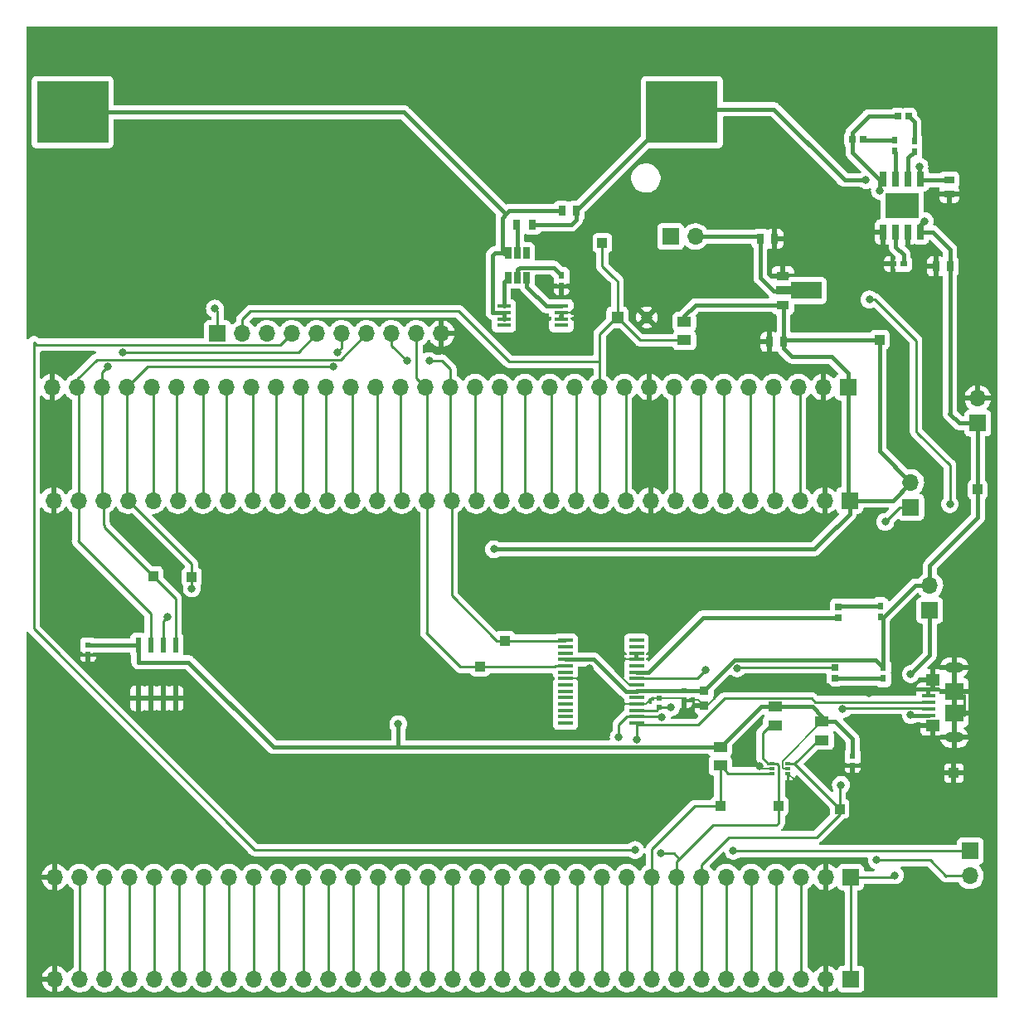
<source format=gbr>
%TF.GenerationSoftware,KiCad,Pcbnew,(6.0.2)*%
%TF.CreationDate,2022-04-11T18:55:53+02:00*%
%TF.ProjectId,main,6d61696e-2e6b-4696-9361-645f70636258,rev?*%
%TF.SameCoordinates,Original*%
%TF.FileFunction,Copper,L1,Top*%
%TF.FilePolarity,Positive*%
%FSLAX46Y46*%
G04 Gerber Fmt 4.6, Leading zero omitted, Abs format (unit mm)*
G04 Created by KiCad (PCBNEW (6.0.2)) date 2022-04-11 18:55:53*
%MOMM*%
%LPD*%
G01*
G04 APERTURE LIST*
G04 Aperture macros list*
%AMFreePoly0*
4,1,9,3.862500,-0.866500,0.737500,-0.866500,0.737500,-0.450000,-0.737500,-0.450000,-0.737500,0.450000,0.737500,0.450000,0.737500,0.866500,3.862500,0.866500,3.862500,-0.866500,3.862500,-0.866500,$1*%
G04 Aperture macros list end*
%TA.AperFunction,SMDPad,CuDef*%
%ADD10R,0.600000X0.750000*%
%TD*%
%TA.AperFunction,SMDPad,CuDef*%
%ADD11R,0.650000X0.700000*%
%TD*%
%TA.AperFunction,SMDPad,CuDef*%
%ADD12R,0.700000X1.525000*%
%TD*%
%TA.AperFunction,SMDPad,CuDef*%
%ADD13R,3.402000X2.513000*%
%TD*%
%TA.AperFunction,ComponentPad*%
%ADD14R,1.700000X1.700000*%
%TD*%
%TA.AperFunction,ComponentPad*%
%ADD15O,1.700000X1.700000*%
%TD*%
%TA.AperFunction,SMDPad,CuDef*%
%ADD16R,1.000000X1.000000*%
%TD*%
%TA.AperFunction,SMDPad,CuDef*%
%ADD17R,0.620000X0.600000*%
%TD*%
%TA.AperFunction,SMDPad,CuDef*%
%ADD18R,1.400000X1.000000*%
%TD*%
%TA.AperFunction,SMDPad,CuDef*%
%ADD19R,0.790000X1.020000*%
%TD*%
%TA.AperFunction,SMDPad,CuDef*%
%ADD20R,0.750000X0.600000*%
%TD*%
%TA.AperFunction,SMDPad,CuDef*%
%ADD21R,0.700000X0.650000*%
%TD*%
%TA.AperFunction,SMDPad,CuDef*%
%ADD22R,0.800000X1.000000*%
%TD*%
%TA.AperFunction,SMDPad,CuDef*%
%ADD23R,0.475000X0.300000*%
%TD*%
%TA.AperFunction,SMDPad,CuDef*%
%ADD24R,0.650000X1.200000*%
%TD*%
%TA.AperFunction,SMDPad,CuDef*%
%ADD25R,7.340000X6.350000*%
%TD*%
%TA.AperFunction,SMDPad,CuDef*%
%ADD26R,1.400000X0.400000*%
%TD*%
%TA.AperFunction,ComponentPad*%
%ADD27O,1.900000X1.050000*%
%TD*%
%TA.AperFunction,SMDPad,CuDef*%
%ADD28R,1.450000X1.150000*%
%TD*%
%TA.AperFunction,SMDPad,CuDef*%
%ADD29R,1.900000X1.750000*%
%TD*%
%TA.AperFunction,SMDPad,CuDef*%
%ADD30R,0.600000X1.600000*%
%TD*%
%TA.AperFunction,SMDPad,CuDef*%
%ADD31R,0.600000X1.550000*%
%TD*%
%TA.AperFunction,SMDPad,CuDef*%
%ADD32R,1.300000X0.900000*%
%TD*%
%TA.AperFunction,SMDPad,CuDef*%
%ADD33FreePoly0,0.000000*%
%TD*%
%TA.AperFunction,ComponentPad*%
%ADD34R,1.200000X1.200000*%
%TD*%
%TA.AperFunction,ComponentPad*%
%ADD35C,1.200000*%
%TD*%
%TA.AperFunction,SMDPad,CuDef*%
%ADD36R,1.475000X0.450000*%
%TD*%
%TA.AperFunction,SMDPad,CuDef*%
%ADD37R,0.930000X0.870000*%
%TD*%
%TA.AperFunction,SMDPad,CuDef*%
%ADD38R,1.500000X0.400000*%
%TD*%
%TA.AperFunction,SMDPad,CuDef*%
%ADD39R,1.020000X0.790000*%
%TD*%
%TA.AperFunction,ViaPad*%
%ADD40C,0.800000*%
%TD*%
%TA.AperFunction,Conductor*%
%ADD41C,0.200000*%
%TD*%
%TA.AperFunction,Conductor*%
%ADD42C,0.250000*%
%TD*%
%TA.AperFunction,Conductor*%
%ADD43C,0.400000*%
%TD*%
G04 APERTURE END LIST*
D10*
%TO.P,R4,1*%
%TO.N,GND*%
X138730000Y-79000000D03*
%TO.P,R4,2*%
%TO.N,Net-(IC1-Pad2)*%
X138730000Y-77900000D03*
%TD*%
D11*
%TO.P,D3,1,K*%
%TO.N,Net-(D3-Pad1)*%
X166630000Y-117920000D03*
%TO.P,D3,2,A*%
%TO.N,Net-(D3-Pad2)*%
X166630000Y-119020000D03*
%TD*%
D12*
%TO.P,J7,1,TEMP1*%
%TO.N,GND*%
X171577000Y-73451000D03*
%TO.P,J7,2,PROG2*%
%TO.N,Net-(J7-Pad2)*%
X172847000Y-73451000D03*
%TO.P,J7,3,GND_3*%
%TO.N,GND*%
X174117000Y-73451000D03*
%TO.P,J7,4,VCC4*%
%TO.N,VCC*%
X175387000Y-73451000D03*
%TO.P,J7,5,BAT*%
%TO.N,Net-(C4-Pad2)*%
X175387000Y-68027000D03*
%TO.P,J7,6,~{STDBY}*%
%TO.N,Net-(J7-Pad6)*%
X174117000Y-68027000D03*
%TO.P,J7,7,~{CHRG}*%
%TO.N,Net-(J7-Pad7)*%
X172847000Y-68027000D03*
%TO.P,J7,8,CE*%
%TO.N,VCC*%
X171577000Y-68027000D03*
D13*
%TO.P,J7,9,EP*%
%TO.N,unconnected-(J7-Pad9)*%
X173482000Y-70739000D03*
%TD*%
D14*
%TO.P,J14,1,Pin_1*%
%TO.N,Net-(J14-Pad1)*%
X176330000Y-112085000D03*
D15*
%TO.P,J14,2,Pin_2*%
%TO.N,VCC*%
X176330000Y-109545000D03*
%TD*%
D16*
%TO.P,TP9,1,1*%
%TO.N,TXD*%
X132969000Y-115189000D03*
%TD*%
D17*
%TO.P,C10,1*%
%TO.N,+3V3*%
X90380000Y-115640000D03*
%TO.P,C10,2*%
%TO.N,GND*%
X90380000Y-116560000D03*
%TD*%
D14*
%TO.P,J8,1,Pin_1*%
%TO.N,VCC*%
X181229000Y-92969000D03*
D15*
%TO.P,J8,2,Pin_2*%
%TO.N,GND*%
X181229000Y-90429000D03*
%TD*%
D11*
%TO.P,D4,1,K*%
%TO.N,Net-(D4-Pad1)*%
X166970000Y-112820000D03*
%TO.P,D4,2,A*%
%TO.N,Net-(D4-Pad2)*%
X166970000Y-111720000D03*
%TD*%
D16*
%TO.P,TP11,1,1*%
%TO.N,SDA2*%
X97028000Y-108585000D03*
%TD*%
D18*
%TO.P,R6,1*%
%TO.N,+3V3*%
X165330000Y-123430000D03*
%TO.P,R6,2*%
%TO.N,SDA1*%
X165330000Y-125330000D03*
%TD*%
D19*
%TO.P,C2,1*%
%TO.N,GND*%
X176953000Y-76962000D03*
%TO.P,C2,2*%
%TO.N,VCC*%
X178393000Y-76962000D03*
%TD*%
D16*
%TO.P,TP5,1,1*%
%TO.N,Alert*%
X154940000Y-132080000D03*
%TD*%
D20*
%TO.P,R3,1*%
%TO.N,Net-(J7-Pad2)*%
X173651000Y-76708000D03*
%TO.P,R3,2*%
%TO.N,GND*%
X172551000Y-76708000D03*
%TD*%
D10*
%TO.P,R1,1*%
%TO.N,Net-(D1-Pad1)*%
X174730000Y-64150000D03*
%TO.P,R1,2*%
%TO.N,Net-(J7-Pad6)*%
X174730000Y-65250000D03*
%TD*%
%TO.P,R2,1*%
%TO.N,Net-(D2-Pad1)*%
X172720000Y-64093000D03*
%TO.P,R2,2*%
%TO.N,Net-(J7-Pad7)*%
X172720000Y-65193000D03*
%TD*%
D21*
%TO.P,D2,1,K*%
%TO.N,Net-(D2-Pad1)*%
X169530000Y-64010000D03*
%TO.P,D2,2,A*%
%TO.N,VCC*%
X168430000Y-64010000D03*
%TD*%
%TO.P,D1,1,K*%
%TO.N,Net-(D1-Pad1)*%
X174150000Y-61640000D03*
%TO.P,D1,2,A*%
%TO.N,VCC*%
X173050000Y-61640000D03*
%TD*%
D14*
%TO.P,J4,1,Pin_1*%
%TO.N,+5V*%
X103595000Y-83810000D03*
D15*
%TO.P,J4,2,Pin_2*%
%TO.N,ADC1*%
X106135000Y-83810000D03*
%TO.P,J4,3,Pin_3*%
%TO.N,SDA1*%
X108675000Y-83810000D03*
%TO.P,J4,4,Pin_4*%
%TO.N,SCL1*%
X111215000Y-83810000D03*
%TO.P,J4,5,Pin_5*%
%TO.N,SDA2*%
X113755000Y-83810000D03*
%TO.P,J4,6,Pin_6*%
%TO.N,SCL2*%
X116295000Y-83810000D03*
%TO.P,J4,7,Pin_7*%
%TO.N,Write1*%
X118835000Y-83810000D03*
%TO.P,J4,8,Pin_8*%
%TO.N,TXD*%
X121375000Y-83810000D03*
%TO.P,J4,9,Pin_9*%
%TO.N,RXD*%
X123915000Y-83810000D03*
%TO.P,J4,10,Pin_10*%
%TO.N,GND*%
X126455000Y-83810000D03*
%TD*%
D22*
%TO.P,R5,1*%
%TO.N,Net-(IC1-Pad5)*%
X134160000Y-72700000D03*
%TO.P,R5,2*%
%TO.N,Net-(C4-Pad2)*%
X135760000Y-72700000D03*
%TD*%
D10*
%TO.P,R12,1*%
%TO.N,VCC*%
X171270000Y-112740000D03*
%TO.P,R12,2*%
%TO.N,Net-(D4-Pad2)*%
X171270000Y-111640000D03*
%TD*%
D14*
%TO.P,J3,1,Pin_1*%
%TO.N,+5V*%
X168275000Y-149733000D03*
D15*
%TO.P,J3,2,Pin_2*%
%TO.N,GND*%
X165735000Y-149733000D03*
%TO.P,J3,3,Pin_3*%
%TO.N,/PB9*%
X163195000Y-149733000D03*
%TO.P,J3,4,Pin_4*%
%TO.N,/PB8*%
X160655000Y-149733000D03*
%TO.P,J3,5,Pin_5*%
%TO.N,VDD*%
X158115000Y-149733000D03*
%TO.P,J3,6,Pin_6*%
%TO.N,/BOOT*%
X155575000Y-149733000D03*
%TO.P,J3,7,Pin_7*%
%TO.N,SDA1*%
X153035000Y-149733000D03*
%TO.P,J3,8,Pin_8*%
%TO.N,SCL1*%
X150495000Y-149733000D03*
%TO.P,J3,9,Pin_9*%
%TO.N,Alert*%
X147955000Y-149733000D03*
%TO.P,J3,10,Pin_10*%
%TO.N,/PB4*%
X145415000Y-149733000D03*
%TO.P,J3,11,Pin_11*%
%TO.N,/PB3*%
X142875000Y-149733000D03*
%TO.P,J3,12,Pin_12*%
%TO.N,/PD2*%
X140335000Y-149733000D03*
%TO.P,J3,13,Pin_13*%
%TO.N,/PC12*%
X137795000Y-149733000D03*
%TO.P,J3,14,Pin_14*%
%TO.N,/PC11*%
X135255000Y-149733000D03*
%TO.P,J3,15,Pin_15*%
%TO.N,/PC10*%
X132715000Y-149733000D03*
%TO.P,J3,16,Pin_16*%
%TO.N,/PA15*%
X130175000Y-149733000D03*
%TO.P,J3,17,Pin_17*%
%TO.N,/PA14*%
X127635000Y-149733000D03*
%TO.P,J3,18,Pin_18*%
%TO.N,/PF7*%
X125095000Y-149733000D03*
%TO.P,J3,19,Pin_19*%
%TO.N,/PF6*%
X122555000Y-149733000D03*
%TO.P,J3,20,Pin_20*%
%TO.N,/PA13*%
X120015000Y-149733000D03*
%TO.P,J3,21,Pin_21*%
%TO.N,/PA12*%
X117475000Y-149733000D03*
%TO.P,J3,22,Pin_22*%
%TO.N,/PA11*%
X114935000Y-149733000D03*
%TO.P,J3,23,Pin_23*%
%TO.N,/PA10*%
X112395000Y-149733000D03*
%TO.P,J3,24,Pin_24*%
%TO.N,/PA9*%
X109855000Y-149733000D03*
%TO.P,J3,25,Pin_25*%
%TO.N,/PA8*%
X107315000Y-149733000D03*
%TO.P,J3,26,Pin_26*%
%TO.N,/PC9*%
X104775000Y-149733000D03*
%TO.P,J3,27,Pin_27*%
%TO.N,/PC8*%
X102235000Y-149733000D03*
%TO.P,J3,28,Pin_28*%
%TO.N,/PC7*%
X99695000Y-149733000D03*
%TO.P,J3,29,Pin_29*%
%TO.N,/PC6*%
X97155000Y-149733000D03*
%TO.P,J3,30,Pin_30*%
%TO.N,/PB15*%
X94615000Y-149733000D03*
%TO.P,J3,31,Pin_31*%
%TO.N,/PB14*%
X92075000Y-149733000D03*
%TO.P,J3,32,Pin_32*%
%TO.N,/PB13*%
X89535000Y-149733000D03*
%TO.P,J3,33,Pin_33*%
%TO.N,GND*%
X86995000Y-149733000D03*
%TD*%
D14*
%TO.P,J1,1,Pin_1*%
%TO.N,+3V3*%
X168133000Y-100863000D03*
D15*
%TO.P,J1,2,Pin_2*%
%TO.N,GND*%
X165593000Y-100863000D03*
%TO.P,J1,3,Pin_3*%
%TO.N,/VBAT*%
X163053000Y-100863000D03*
%TO.P,J1,4,Pin_4*%
%TO.N,/PC13*%
X160513000Y-100863000D03*
%TO.P,J1,5,Pin_5*%
%TO.N,/PC14*%
X157973000Y-100863000D03*
%TO.P,J1,6,Pin_6*%
%TO.N,/PC15*%
X155433000Y-100863000D03*
%TO.P,J1,7,Pin_7*%
%TO.N,/PF0*%
X152893000Y-100863000D03*
%TO.P,J1,8,Pin_8*%
%TO.N,/PF1*%
X150353000Y-100863000D03*
%TO.P,J1,9,Pin_9*%
%TO.N,GND*%
X147813000Y-100863000D03*
%TO.P,J1,10,Pin_10*%
%TO.N,/NRST*%
X145273000Y-100863000D03*
%TO.P,J1,11,Pin_11*%
%TO.N,ADC1*%
X142733000Y-100863000D03*
%TO.P,J1,12,Pin_12*%
%TO.N,/PC1*%
X140193000Y-100863000D03*
%TO.P,J1,13,Pin_13*%
%TO.N,/PC2*%
X137653000Y-100863000D03*
%TO.P,J1,14,Pin_14*%
%TO.N,/PC3*%
X135113000Y-100863000D03*
%TO.P,J1,15,Pin_15*%
%TO.N,/PA0*%
X132573000Y-100863000D03*
%TO.P,J1,16,Pin_16*%
%TO.N,/PA1*%
X130033000Y-100863000D03*
%TO.P,J1,17,Pin_17*%
%TO.N,TXD*%
X127493000Y-100863000D03*
%TO.P,J1,18,Pin_18*%
%TO.N,RXD*%
X124953000Y-100863000D03*
%TO.P,J1,19,Pin_19*%
%TO.N,/PF4*%
X122413000Y-100863000D03*
%TO.P,J1,20,Pin_20*%
%TO.N,/PF5*%
X119873000Y-100863000D03*
%TO.P,J1,21,Pin_21*%
%TO.N,/PA4*%
X117333000Y-100863000D03*
%TO.P,J1,22,Pin_22*%
%TO.N,/PA5*%
X114793000Y-100863000D03*
%TO.P,J1,23,Pin_23*%
%TO.N,/PA6*%
X112253000Y-100863000D03*
%TO.P,J1,24,Pin_24*%
%TO.N,/PA7*%
X109713000Y-100863000D03*
%TO.P,J1,25,Pin_25*%
%TO.N,/PC4*%
X107173000Y-100863000D03*
%TO.P,J1,26,Pin_26*%
%TO.N,/PC5*%
X104633000Y-100863000D03*
%TO.P,J1,27,Pin_27*%
%TO.N,/PB0*%
X102093000Y-100863000D03*
%TO.P,J1,28,Pin_28*%
%TO.N,/PB1*%
X99553000Y-100863000D03*
%TO.P,J1,29,Pin_29*%
%TO.N,/PB2*%
X97013000Y-100863000D03*
%TO.P,J1,30,Pin_30*%
%TO.N,SCL2*%
X94473000Y-100863000D03*
%TO.P,J1,31,Pin_31*%
%TO.N,SDA2*%
X91933000Y-100863000D03*
%TO.P,J1,32,Pin_32*%
%TO.N,Write1*%
X89393000Y-100863000D03*
%TO.P,J1,33,Pin_33*%
%TO.N,GND*%
X86853000Y-100863000D03*
%TD*%
D17*
%TO.P,C7,1*%
%TO.N,3V3_out*%
X148717000Y-121999000D03*
%TO.P,C7,2*%
%TO.N,GND*%
X148717000Y-121079000D03*
%TD*%
D23*
%TO.P,IC2,1,SCL*%
%TO.N,SCL1*%
X160177400Y-127746736D03*
%TO.P,IC2,2,GND*%
%TO.N,GND*%
X160177400Y-128246736D03*
%TO.P,IC2,3,ALERT*%
%TO.N,Alert*%
X160177400Y-128746736D03*
%TO.P,IC2,4,ADD0*%
%TO.N,GND*%
X161853400Y-128746736D03*
%TO.P,IC2,5,V+*%
%TO.N,+3V3*%
X161853400Y-128246736D03*
%TO.P,IC2,6,SDA*%
%TO.N,SDA1*%
X161853400Y-127746736D03*
%TD*%
D16*
%TO.P,TP10,1,1*%
%TO.N,SCL2*%
X100965000Y-108712000D03*
%TD*%
%TO.P,TP6,1,1*%
%TO.N,SCL1*%
X160888400Y-132080000D03*
%TD*%
D19*
%TO.P,C3,1*%
%TO.N,+3V3*%
X161400000Y-84670000D03*
%TO.P,C3,2*%
%TO.N,GND*%
X159960000Y-84670000D03*
%TD*%
D10*
%TO.P,R11,1*%
%TO.N,VCC*%
X171560000Y-117940000D03*
%TO.P,R11,2*%
%TO.N,Net-(D3-Pad2)*%
X171560000Y-119040000D03*
%TD*%
D18*
%TO.P,R9,1*%
%TO.N,+3V3*%
X151257000Y-82616000D03*
%TO.P,R9,2*%
%TO.N,ADC1*%
X151257000Y-84516000D03*
%TD*%
D16*
%TO.P,TP7,1,1*%
%TO.N,ADC1*%
X142890000Y-74570000D03*
%TD*%
D24*
%TO.P,IC1,1,OD*%
%TO.N,/Power/OD*%
X133270000Y-78090000D03*
%TO.P,IC1,2,CS*%
%TO.N,Net-(IC1-Pad2)*%
X134220000Y-78090000D03*
%TO.P,IC1,3,OC*%
%TO.N,/Power/OC*%
X135170000Y-78090000D03*
%TO.P,IC1,4,TD*%
%TO.N,unconnected-(IC1-Pad4)*%
X135170000Y-75590000D03*
%TO.P,IC1,5,VCC*%
%TO.N,Net-(IC1-Pad5)*%
X134220000Y-75590000D03*
%TO.P,IC1,6,GND*%
%TO.N,Net-(C5-Pad2)*%
X133270000Y-75590000D03*
%TD*%
D17*
%TO.P,C6,1*%
%TO.N,GND*%
X168440000Y-127890000D03*
%TO.P,C6,2*%
%TO.N,+3V3*%
X168440000Y-126970000D03*
%TD*%
D25*
%TO.P,U2,1,+*%
%TO.N,Net-(C4-Pad2)*%
X151012000Y-61214000D03*
%TO.P,U2,2,-*%
%TO.N,Net-(C5-Pad2)*%
X88802000Y-61214000D03*
%TD*%
D26*
%TO.P,J6,1,VBUS*%
%TO.N,Net-(J14-Pad1)*%
X176180000Y-122790000D03*
%TO.P,J6,2,D-*%
%TO.N,USB-*%
X176180000Y-122140000D03*
%TO.P,J6,3,D+*%
%TO.N,USB+*%
X176180000Y-121490000D03*
%TO.P,J6,4,ID*%
%TO.N,GND*%
X176180000Y-120840000D03*
%TO.P,J6,5,GND*%
X176180000Y-120190000D03*
D27*
%TO.P,J6,6,Shield*%
X178830000Y-125065000D03*
D28*
X176600000Y-123810000D03*
D27*
X178830000Y-117915000D03*
D29*
X178830000Y-122615000D03*
D28*
X176600000Y-119170000D03*
D29*
X178830000Y-120365000D03*
%TD*%
D16*
%TO.P,TP1,1,1*%
%TO.N,GND*%
X178790000Y-128710000D03*
%TD*%
D19*
%TO.P,C5,1*%
%TO.N,Net-(C4-Pad2)*%
X140190000Y-71310000D03*
%TO.P,C5,2*%
%TO.N,Net-(C5-Pad2)*%
X138750000Y-71310000D03*
%TD*%
D16*
%TO.P,TP4,1,1*%
%TO.N,SDA1*%
X167110000Y-132360000D03*
%TD*%
D30*
%TO.P,U4,1,E0*%
%TO.N,GND*%
X95504000Y-121064000D03*
D31*
%TO.P,U4,2,E1*%
X96774000Y-121064000D03*
%TO.P,U4,3,E2*%
X98044000Y-121064000D03*
%TO.P,U4,4,VSS*%
X99314000Y-121064000D03*
%TO.P,U4,5,SDA*%
%TO.N,SDA2*%
X99314000Y-115664000D03*
%TO.P,U4,6,SCL*%
%TO.N,SCL2*%
X98044000Y-115664000D03*
%TO.P,U4,7,~{WC}*%
%TO.N,Write1*%
X96774000Y-115664000D03*
%TO.P,U4,8,VCC*%
%TO.N,+3V3*%
X95504000Y-115664000D03*
%TD*%
D19*
%TO.P,C1,1*%
%TO.N,/Power/VI*%
X159030000Y-74140000D03*
%TO.P,C1,2*%
%TO.N,GND*%
X160470000Y-74140000D03*
%TD*%
D14*
%TO.P,J5,1,Pin_1*%
%TO.N,+5V*%
X168260000Y-139344000D03*
D15*
%TO.P,J5,2,Pin_2*%
%TO.N,GND*%
X165720000Y-139344000D03*
%TO.P,J5,3,Pin_3*%
%TO.N,/PB9*%
X163180000Y-139344000D03*
%TO.P,J5,4,Pin_4*%
%TO.N,/PB8*%
X160640000Y-139344000D03*
%TO.P,J5,5,Pin_5*%
%TO.N,VDD*%
X158100000Y-139344000D03*
%TO.P,J5,6,Pin_6*%
%TO.N,/BOOT*%
X155560000Y-139344000D03*
%TO.P,J5,7,Pin_7*%
%TO.N,SDA1*%
X153020000Y-139344000D03*
%TO.P,J5,8,Pin_8*%
%TO.N,SCL1*%
X150480000Y-139344000D03*
%TO.P,J5,9,Pin_9*%
%TO.N,Alert*%
X147940000Y-139344000D03*
%TO.P,J5,10,Pin_10*%
%TO.N,/PB4*%
X145400000Y-139344000D03*
%TO.P,J5,11,Pin_11*%
%TO.N,/PB3*%
X142860000Y-139344000D03*
%TO.P,J5,12,Pin_12*%
%TO.N,/PD2*%
X140320000Y-139344000D03*
%TO.P,J5,13,Pin_13*%
%TO.N,/PC12*%
X137780000Y-139344000D03*
%TO.P,J5,14,Pin_14*%
%TO.N,/PC11*%
X135240000Y-139344000D03*
%TO.P,J5,15,Pin_15*%
%TO.N,/PC10*%
X132700000Y-139344000D03*
%TO.P,J5,16,Pin_16*%
%TO.N,/PA15*%
X130160000Y-139344000D03*
%TO.P,J5,17,Pin_17*%
%TO.N,/PA14*%
X127620000Y-139344000D03*
%TO.P,J5,18,Pin_18*%
%TO.N,/PF7*%
X125080000Y-139344000D03*
%TO.P,J5,19,Pin_19*%
%TO.N,/PF6*%
X122540000Y-139344000D03*
%TO.P,J5,20,Pin_20*%
%TO.N,/PA13*%
X120000000Y-139344000D03*
%TO.P,J5,21,Pin_21*%
%TO.N,/PA12*%
X117460000Y-139344000D03*
%TO.P,J5,22,Pin_22*%
%TO.N,/PA11*%
X114920000Y-139344000D03*
%TO.P,J5,23,Pin_23*%
%TO.N,/PA10*%
X112380000Y-139344000D03*
%TO.P,J5,24,Pin_24*%
%TO.N,/PA9*%
X109840000Y-139344000D03*
%TO.P,J5,25,Pin_25*%
%TO.N,/PA8*%
X107300000Y-139344000D03*
%TO.P,J5,26,Pin_26*%
%TO.N,/PC9*%
X104760000Y-139344000D03*
%TO.P,J5,27,Pin_27*%
%TO.N,/PC8*%
X102220000Y-139344000D03*
%TO.P,J5,28,Pin_28*%
%TO.N,/PC7*%
X99680000Y-139344000D03*
%TO.P,J5,29,Pin_29*%
%TO.N,/PC6*%
X97140000Y-139344000D03*
%TO.P,J5,30,Pin_30*%
%TO.N,/PB15*%
X94600000Y-139344000D03*
%TO.P,J5,31,Pin_31*%
%TO.N,/PB14*%
X92060000Y-139344000D03*
%TO.P,J5,32,Pin_32*%
%TO.N,/PB13*%
X89520000Y-139344000D03*
%TO.P,J5,33,Pin_33*%
%TO.N,GND*%
X86980000Y-139344000D03*
%TD*%
D16*
%TO.P,TP2,1,1*%
%TO.N,VCC*%
X181220000Y-99760000D03*
%TD*%
%TO.P,TP8,1,1*%
%TO.N,RXD*%
X130429000Y-117856000D03*
%TD*%
D32*
%TO.P,U1,1,GND*%
%TO.N,GND*%
X161340000Y-77930000D03*
D33*
%TO.P,U1,2,VIN*%
%TO.N,/Power/VI*%
X161427500Y-79430000D03*
D32*
%TO.P,U1,3,VOUT*%
%TO.N,+3V3*%
X161340000Y-80930000D03*
%TD*%
D18*
%TO.P,R8,1*%
%TO.N,+3V3*%
X160507400Y-121920000D03*
%TO.P,R8,2*%
%TO.N,SCL1*%
X160507400Y-123820000D03*
%TD*%
D14*
%TO.P,J2,1,Pin_1*%
%TO.N,+3V3*%
X168006000Y-89306000D03*
D15*
%TO.P,J2,2,Pin_2*%
%TO.N,GND*%
X165466000Y-89306000D03*
%TO.P,J2,3,Pin_3*%
%TO.N,/VBAT*%
X162926000Y-89306000D03*
%TO.P,J2,4,Pin_4*%
%TO.N,/PC13*%
X160386000Y-89306000D03*
%TO.P,J2,5,Pin_5*%
%TO.N,/PC14*%
X157846000Y-89306000D03*
%TO.P,J2,6,Pin_6*%
%TO.N,/PC15*%
X155306000Y-89306000D03*
%TO.P,J2,7,Pin_7*%
%TO.N,/PF0*%
X152766000Y-89306000D03*
%TO.P,J2,8,Pin_8*%
%TO.N,/PF1*%
X150226000Y-89306000D03*
%TO.P,J2,9,Pin_9*%
%TO.N,GND*%
X147686000Y-89306000D03*
%TO.P,J2,10,Pin_10*%
%TO.N,/NRST*%
X145146000Y-89306000D03*
%TO.P,J2,11,Pin_11*%
%TO.N,ADC1*%
X142606000Y-89306000D03*
%TO.P,J2,12,Pin_12*%
%TO.N,/PC1*%
X140066000Y-89306000D03*
%TO.P,J2,13,Pin_13*%
%TO.N,/PC2*%
X137526000Y-89306000D03*
%TO.P,J2,14,Pin_14*%
%TO.N,/PC3*%
X134986000Y-89306000D03*
%TO.P,J2,15,Pin_15*%
%TO.N,/PA0*%
X132446000Y-89306000D03*
%TO.P,J2,16,Pin_16*%
%TO.N,/PA1*%
X129906000Y-89306000D03*
%TO.P,J2,17,Pin_17*%
%TO.N,TXD*%
X127366000Y-89306000D03*
%TO.P,J2,18,Pin_18*%
%TO.N,RXD*%
X124826000Y-89306000D03*
%TO.P,J2,19,Pin_19*%
%TO.N,/PF4*%
X122286000Y-89306000D03*
%TO.P,J2,20,Pin_20*%
%TO.N,/PF5*%
X119746000Y-89306000D03*
%TO.P,J2,21,Pin_21*%
%TO.N,/PA4*%
X117206000Y-89306000D03*
%TO.P,J2,22,Pin_22*%
%TO.N,/PA5*%
X114666000Y-89306000D03*
%TO.P,J2,23,Pin_23*%
%TO.N,/PA6*%
X112126000Y-89306000D03*
%TO.P,J2,24,Pin_24*%
%TO.N,/PA7*%
X109586000Y-89306000D03*
%TO.P,J2,25,Pin_25*%
%TO.N,/PC4*%
X107046000Y-89306000D03*
%TO.P,J2,26,Pin_26*%
%TO.N,/PC5*%
X104506000Y-89306000D03*
%TO.P,J2,27,Pin_27*%
%TO.N,/PB0*%
X101966000Y-89306000D03*
%TO.P,J2,28,Pin_28*%
%TO.N,/PB1*%
X99426000Y-89306000D03*
%TO.P,J2,29,Pin_29*%
%TO.N,/PB2*%
X96886000Y-89306000D03*
%TO.P,J2,30,Pin_30*%
%TO.N,SCL2*%
X94346000Y-89306000D03*
%TO.P,J2,31,Pin_31*%
%TO.N,SDA2*%
X91806000Y-89306000D03*
%TO.P,J2,32,Pin_32*%
%TO.N,Write1*%
X89266000Y-89306000D03*
%TO.P,J2,33,Pin_33*%
%TO.N,GND*%
X86726000Y-89306000D03*
%TD*%
D34*
%TO.P,R10,1*%
%TO.N,ADC1*%
X144423000Y-82169000D03*
D35*
%TO.P,R10,2*%
%TO.N,GND*%
X147423000Y-82169000D03*
%TD*%
D36*
%TO.P,Q1,1,D12_1*%
%TO.N,unconnected-(Q1-Pad1)*%
X138698000Y-82995000D03*
%TO.P,Q1,2,S1_1*%
%TO.N,GND*%
X138698000Y-82345000D03*
%TO.P,Q1,3,S1_2*%
X138698000Y-81695000D03*
%TO.P,Q1,4,G1*%
%TO.N,/Power/OC*%
X138698000Y-81045000D03*
%TO.P,Q1,5,G2*%
%TO.N,/Power/OD*%
X132822000Y-81045000D03*
%TO.P,Q1,6,S2_1*%
%TO.N,Net-(C5-Pad2)*%
X132822000Y-81695000D03*
%TO.P,Q1,7,S2_2*%
X132822000Y-82345000D03*
%TO.P,Q1,8,D12_2*%
%TO.N,unconnected-(Q1-Pad8)*%
X132822000Y-82995000D03*
%TD*%
D14*
%TO.P,J9,1,Pin_1*%
%TO.N,/Power/V_out*%
X149860000Y-73914000D03*
D15*
%TO.P,J9,2,Pin_2*%
%TO.N,/Power/VI*%
X152400000Y-73914000D03*
%TD*%
D37*
%TO.P,C8,1*%
%TO.N,VCC*%
X153289000Y-120251000D03*
%TO.P,C8,2*%
%TO.N,GND*%
X153289000Y-121811000D03*
%TD*%
D17*
%TO.P,C9,1*%
%TO.N,VCC*%
X151257000Y-120317000D03*
%TO.P,C9,2*%
%TO.N,GND*%
X151257000Y-121237000D03*
%TD*%
D16*
%TO.P,TP3,1,1*%
%TO.N,+3V3*%
X171200000Y-84450000D03*
%TD*%
D18*
%TO.P,R7,1*%
%TO.N,+3V3*%
X154940000Y-126050000D03*
%TO.P,R7,2*%
%TO.N,Alert*%
X154940000Y-127950000D03*
%TD*%
D14*
%TO.P,J12,1,Pin_1*%
%TO.N,USB+*%
X180470000Y-136660000D03*
D15*
%TO.P,J12,2,Pin_2*%
%TO.N,USB-*%
X180470000Y-139200000D03*
%TD*%
D38*
%TO.P,U3,1,TXD*%
%TO.N,TXD*%
X139123000Y-115155000D03*
%TO.P,U3,2,~{DTR}*%
%TO.N,unconnected-(U3-Pad2)*%
X139123000Y-115805000D03*
%TO.P,U3,3,~{RTS}*%
%TO.N,unconnected-(U3-Pad3)*%
X139123000Y-116455000D03*
%TO.P,U3,4,VCCIO*%
%TO.N,VCC*%
X139123000Y-117105000D03*
%TO.P,U3,5,RXD*%
%TO.N,RXD*%
X139123000Y-117755000D03*
%TO.P,U3,6,~{RI}*%
%TO.N,unconnected-(U3-Pad6)*%
X139123000Y-118405000D03*
%TO.P,U3,7,GND*%
%TO.N,GND*%
X139123000Y-119055000D03*
%TO.P,U3,8*%
%TO.N,N/C*%
X139123000Y-119705000D03*
%TO.P,U3,9,~{DSR}*%
%TO.N,unconnected-(U3-Pad9)*%
X139123000Y-120355000D03*
%TO.P,U3,10,~{DCD}*%
%TO.N,unconnected-(U3-Pad10)*%
X139123000Y-121005000D03*
%TO.P,U3,11,~{CTS}*%
%TO.N,unconnected-(U3-Pad11)*%
X139123000Y-121655000D03*
%TO.P,U3,12,CBUS4*%
%TO.N,unconnected-(U3-Pad12)*%
X139123000Y-122305000D03*
%TO.P,U3,13,CBUS2*%
%TO.N,unconnected-(U3-Pad13)*%
X139123000Y-122955000D03*
%TO.P,U3,14,CBUS3*%
%TO.N,unconnected-(U3-Pad14)*%
X139123000Y-123605000D03*
%TO.P,U3,15,USBDP*%
%TO.N,USB+*%
X146373000Y-123605000D03*
%TO.P,U3,16,USBDM*%
%TO.N,USB-*%
X146373000Y-122955000D03*
%TO.P,U3,17,3V3OUT*%
%TO.N,3V3_out*%
X146373000Y-122305000D03*
%TO.P,U3,18,GND*%
%TO.N,GND*%
X146373000Y-121655000D03*
%TO.P,U3,19,~{RESET}*%
%TO.N,unconnected-(U3-Pad19)*%
X146373000Y-121005000D03*
%TO.P,U3,20,VCC*%
%TO.N,VCC*%
X146373000Y-120355000D03*
%TO.P,U3,21,GND*%
%TO.N,GND*%
X146373000Y-119705000D03*
%TO.P,U3,22,CBUS1*%
%TO.N,Net-(D3-Pad1)*%
X146373000Y-119055000D03*
%TO.P,U3,23,CBUS0*%
%TO.N,Net-(D4-Pad1)*%
X146373000Y-118405000D03*
%TO.P,U3,24*%
%TO.N,N/C*%
X146373000Y-117755000D03*
%TO.P,U3,25,AGND*%
%TO.N,GND*%
X146373000Y-117105000D03*
%TO.P,U3,26,TEST*%
X146373000Y-116455000D03*
%TO.P,U3,27,OSCI*%
%TO.N,unconnected-(U3-Pad27)*%
X146373000Y-115805000D03*
%TO.P,U3,28,OSCO*%
%TO.N,unconnected-(U3-Pad28)*%
X146373000Y-115155000D03*
%TD*%
D14*
%TO.P,J15,1,Pin_1*%
%TO.N,3V3_out*%
X174390000Y-101550000D03*
D15*
%TO.P,J15,2,Pin_2*%
%TO.N,+3V3*%
X174390000Y-99010000D03*
%TD*%
D39*
%TO.P,C4,1*%
%TO.N,GND*%
X178320000Y-69600000D03*
%TO.P,C4,2*%
%TO.N,Net-(C4-Pad2)*%
X178320000Y-68160000D03*
%TD*%
D40*
%TO.N,GND*%
X141600000Y-118010000D03*
X170140000Y-120510000D03*
X143300000Y-116620000D03*
X162580000Y-129730000D03*
X158900000Y-128022236D03*
%TO.N,TXD*%
X125220000Y-86630000D03*
X122920000Y-86630000D03*
%TO.N,+5V*%
X103330000Y-81280000D03*
X172770000Y-139140000D03*
%TO.N,VCC*%
X171230359Y-69245441D03*
X175790000Y-72330000D03*
%TO.N,Net-(D3-Pad1)*%
X156660332Y-118010332D03*
X153470000Y-118160000D03*
%TO.N,SCL1*%
X146230000Y-136550000D03*
X148870000Y-136880000D03*
%TO.N,SDA1*%
X178370000Y-101240000D03*
X170160000Y-80340000D03*
X167260000Y-129910000D03*
%TO.N,USB-*%
X167430000Y-122174500D03*
X144560000Y-125050000D03*
X170910000Y-137600000D03*
X148930000Y-123030000D03*
%TO.N,USB+*%
X156270000Y-136630000D03*
X146380000Y-125250500D03*
%TO.N,+3V3*%
X131830000Y-105840000D03*
X122050000Y-123700000D03*
%TO.N,SDA2*%
X92380000Y-87204500D03*
X93940000Y-85720000D03*
%TO.N,SCL2*%
X115450000Y-87204500D03*
X115810000Y-85755500D03*
X100970000Y-109840000D03*
X98460000Y-112760000D03*
%TO.N,Net-(C4-Pad2)*%
X175260000Y-66760000D03*
X169810000Y-68140000D03*
%TO.N,3V3_out*%
X149890000Y-122000000D03*
X171780000Y-103040000D03*
%TO.N,Net-(J14-Pad1)*%
X174380000Y-118600000D03*
X174390000Y-122770000D03*
%TD*%
D41*
%TO.N,GND*%
X162580000Y-129730000D02*
X162580000Y-129473336D01*
X160177400Y-128246736D02*
X159124500Y-128246736D01*
X139190000Y-79000000D02*
X138730000Y-79000000D01*
X141705000Y-119055000D02*
X139123000Y-119055000D01*
X159124500Y-128246736D02*
X158900000Y-128022236D01*
X153289000Y-121811000D02*
X153639000Y-121811000D01*
X146373000Y-121655000D02*
X147355000Y-121655000D01*
X170110000Y-120540000D02*
X170140000Y-120510000D01*
X166005489Y-119650000D02*
X166895489Y-120540000D01*
D42*
X179866000Y-122339000D02*
X179866000Y-122787500D01*
D41*
X148129000Y-121079000D02*
X148717000Y-121079000D01*
X162580000Y-129473336D02*
X161853400Y-128746736D01*
D43*
X178790000Y-128710000D02*
X178790000Y-125105000D01*
D41*
X141600000Y-118010000D02*
X141600000Y-118950000D01*
D42*
X179866000Y-120739000D02*
X179866000Y-122339000D01*
D41*
X153639000Y-121811000D02*
X155800000Y-119650000D01*
X139635500Y-81695000D02*
X140310000Y-81020500D01*
X138698000Y-81695000D02*
X139635500Y-81695000D01*
X140310000Y-81020500D02*
X140310000Y-80120000D01*
X146373000Y-119705000D02*
X145625000Y-119705000D01*
X144165000Y-118245000D02*
X144165000Y-117105000D01*
X152715000Y-121237000D02*
X153289000Y-121811000D01*
X148717000Y-121079000D02*
X151099000Y-121079000D01*
X169980000Y-120540000D02*
X170110000Y-120540000D01*
X146373000Y-117105000D02*
X144165000Y-117105000D01*
X151257000Y-121237000D02*
X152715000Y-121237000D01*
X145625000Y-119705000D02*
X144165000Y-118245000D01*
X144165000Y-117105000D02*
X143785000Y-117105000D01*
X148030000Y-120980000D02*
X148129000Y-121079000D01*
X147355000Y-121655000D02*
X148030000Y-120980000D01*
D42*
X179866000Y-122787500D02*
X179832000Y-122821500D01*
D41*
X141600000Y-118950000D02*
X141705000Y-119055000D01*
X144305000Y-121655000D02*
X141705000Y-119055000D01*
X143785000Y-117105000D02*
X143300000Y-116620000D01*
X146373000Y-121655000D02*
X144305000Y-121655000D01*
X151099000Y-121079000D02*
X151257000Y-121237000D01*
D43*
X178790000Y-125105000D02*
X178830000Y-125065000D01*
D41*
X166895489Y-120540000D02*
X169980000Y-120540000D01*
X155800000Y-119650000D02*
X166005489Y-119650000D01*
X140310000Y-80120000D02*
X139190000Y-79000000D01*
D42*
%TO.N,/VBAT*%
X163053000Y-100863000D02*
X163053000Y-89433000D01*
X163053000Y-89433000D02*
X162926000Y-89306000D01*
%TO.N,/PC13*%
X160386000Y-100736000D02*
X160513000Y-100863000D01*
X160386000Y-89306000D02*
X160386000Y-100736000D01*
%TO.N,/PC14*%
X157973000Y-89433000D02*
X157846000Y-89306000D01*
X157973000Y-100863000D02*
X157973000Y-89433000D01*
%TO.N,/PC15*%
X155306000Y-89306000D02*
X155306000Y-100736000D01*
X155306000Y-100736000D02*
X155433000Y-100863000D01*
%TO.N,/PF0*%
X152893000Y-89433000D02*
X152766000Y-89306000D01*
X152893000Y-100863000D02*
X152893000Y-89433000D01*
%TO.N,/PF1*%
X150226000Y-89306000D02*
X150226000Y-100736000D01*
X150226000Y-100736000D02*
X150353000Y-100863000D01*
%TO.N,/NRST*%
X145273000Y-100863000D02*
X145273000Y-89433000D01*
X145273000Y-89433000D02*
X145146000Y-89306000D01*
%TO.N,TXD*%
X126510000Y-86590000D02*
X127366000Y-87446000D01*
X127366000Y-87446000D02*
X127366000Y-89306000D01*
X127366000Y-89306000D02*
X127366000Y-100736000D01*
X132969000Y-115189000D02*
X139089000Y-115189000D01*
X132969000Y-115189000D02*
X132099000Y-115189000D01*
X125220000Y-86630000D02*
X126470000Y-86630000D01*
X121375000Y-83810000D02*
X121375000Y-85085000D01*
X127366000Y-100736000D02*
X127493000Y-100863000D01*
X121375000Y-85085000D02*
X122920000Y-86630000D01*
X139089000Y-115189000D02*
X139123000Y-115155000D01*
X127493000Y-110583000D02*
X127493000Y-100863000D01*
X132099000Y-115189000D02*
X127493000Y-110583000D01*
%TO.N,/PC1*%
X140193000Y-100863000D02*
X140193000Y-89433000D01*
X140193000Y-89433000D02*
X140066000Y-89306000D01*
%TO.N,/PC2*%
X137653000Y-100863000D02*
X137653000Y-89433000D01*
X137653000Y-89433000D02*
X137526000Y-89306000D01*
%TO.N,/PC3*%
X134986000Y-100736000D02*
X135113000Y-100863000D01*
X134986000Y-89306000D02*
X134986000Y-100736000D01*
%TO.N,/PA0*%
X132573000Y-100863000D02*
X132573000Y-89433000D01*
X132573000Y-89433000D02*
X132446000Y-89306000D01*
%TO.N,/PA1*%
X129906000Y-100736000D02*
X130033000Y-100863000D01*
X129906000Y-89306000D02*
X129906000Y-100736000D01*
%TO.N,RXD*%
X124920000Y-114360000D02*
X124953000Y-114327000D01*
X139123000Y-117755000D02*
X138135000Y-117755000D01*
X124826000Y-89306000D02*
X123915000Y-88395000D01*
X124953000Y-114327000D02*
X124953000Y-100863000D01*
X124953000Y-89433000D02*
X124826000Y-89306000D01*
X123915000Y-88395000D02*
X123915000Y-83810000D01*
X130429000Y-117856000D02*
X128416000Y-117856000D01*
X128416000Y-117856000D02*
X124920000Y-114360000D01*
X138135000Y-117755000D02*
X138034000Y-117856000D01*
X138034000Y-117856000D02*
X130429000Y-117856000D01*
X124953000Y-100863000D02*
X124953000Y-89433000D01*
%TO.N,/PF4*%
X122286000Y-89306000D02*
X122286000Y-100736000D01*
X122286000Y-100736000D02*
X122413000Y-100863000D01*
%TO.N,/PF5*%
X119873000Y-100863000D02*
X119873000Y-89433000D01*
X119873000Y-89433000D02*
X119746000Y-89306000D01*
%TO.N,/PA4*%
X117333000Y-100863000D02*
X117333000Y-89433000D01*
X117333000Y-89433000D02*
X117206000Y-89306000D01*
%TO.N,/PA5*%
X114666000Y-100736000D02*
X114793000Y-100863000D01*
X114666000Y-89306000D02*
X114666000Y-100736000D01*
%TO.N,/PA6*%
X112253000Y-89433000D02*
X112126000Y-89306000D01*
X112253000Y-100863000D02*
X112253000Y-89433000D01*
%TO.N,/PA7*%
X109586000Y-100736000D02*
X109713000Y-100863000D01*
X109586000Y-89306000D02*
X109586000Y-100736000D01*
%TO.N,/PC4*%
X107173000Y-89433000D02*
X107046000Y-89306000D01*
X107173000Y-100863000D02*
X107173000Y-89433000D01*
%TO.N,/PC5*%
X104506000Y-89306000D02*
X104506000Y-100736000D01*
X104506000Y-100736000D02*
X104633000Y-100863000D01*
%TO.N,/PB0*%
X102093000Y-100863000D02*
X102093000Y-89433000D01*
X102093000Y-89433000D02*
X101966000Y-89306000D01*
%TO.N,/PB1*%
X99426000Y-89306000D02*
X99426000Y-100736000D01*
X99426000Y-100736000D02*
X99553000Y-100863000D01*
%TO.N,/PB2*%
X97013000Y-89433000D02*
X96886000Y-89306000D01*
X97013000Y-100863000D02*
X97013000Y-89433000D01*
%TO.N,+5V*%
X103595000Y-81545000D02*
X103595000Y-83810000D01*
X168260000Y-139344000D02*
X168260000Y-149718000D01*
X168260000Y-149718000D02*
X168275000Y-149733000D01*
X103330000Y-81280000D02*
X103595000Y-81545000D01*
X172566000Y-139344000D02*
X172770000Y-139140000D01*
X168260000Y-139344000D02*
X172566000Y-139344000D01*
%TO.N,/PB9*%
X163195000Y-139359000D02*
X163180000Y-139344000D01*
X163195000Y-149733000D02*
X163195000Y-139359000D01*
%TO.N,/PB8*%
X160640000Y-139344000D02*
X160640000Y-149718000D01*
X160640000Y-149718000D02*
X160655000Y-149733000D01*
%TO.N,VDD*%
X158115000Y-139359000D02*
X158100000Y-139344000D01*
X158115000Y-149733000D02*
X158115000Y-139359000D01*
%TO.N,/BOOT*%
X155560000Y-139344000D02*
X155560000Y-149520000D01*
%TO.N,/PB4*%
X145400000Y-149718000D02*
X145415000Y-149733000D01*
X145400000Y-139344000D02*
X145400000Y-149718000D01*
%TO.N,/PB3*%
X142860000Y-139344000D02*
X142860000Y-149718000D01*
X142860000Y-149718000D02*
X142875000Y-149733000D01*
%TO.N,/PD2*%
X140320000Y-149718000D02*
X140335000Y-149733000D01*
X140320000Y-139344000D02*
X140320000Y-149718000D01*
%TO.N,/PC12*%
X137795000Y-149733000D02*
X137795000Y-139359000D01*
X137795000Y-139359000D02*
X137780000Y-139344000D01*
%TO.N,/PC11*%
X135240000Y-149718000D02*
X135255000Y-149733000D01*
X135240000Y-139344000D02*
X135240000Y-149718000D01*
%TO.N,/PC10*%
X132715000Y-149733000D02*
X132715000Y-139359000D01*
X132715000Y-139359000D02*
X132700000Y-139344000D01*
%TO.N,/PA15*%
X130175000Y-149733000D02*
X130175000Y-139359000D01*
X130175000Y-139359000D02*
X130160000Y-139344000D01*
%TO.N,/PA14*%
X127635000Y-139359000D02*
X127620000Y-139344000D01*
X127635000Y-149733000D02*
X127635000Y-139359000D01*
%TO.N,/PF7*%
X125080000Y-139344000D02*
X125080000Y-149718000D01*
X125080000Y-149718000D02*
X125095000Y-149733000D01*
%TO.N,/PF6*%
X122540000Y-149718000D02*
X122555000Y-149733000D01*
X122540000Y-139344000D02*
X122540000Y-149718000D01*
%TO.N,/PA13*%
X120000000Y-149718000D02*
X120015000Y-149733000D01*
X120000000Y-139344000D02*
X120000000Y-149718000D01*
%TO.N,/PA12*%
X117460000Y-149718000D02*
X117475000Y-149733000D01*
X117460000Y-139344000D02*
X117460000Y-149718000D01*
%TO.N,/PA11*%
X114920000Y-149718000D02*
X114935000Y-149733000D01*
X114920000Y-139344000D02*
X114920000Y-149718000D01*
%TO.N,/PA10*%
X112380000Y-149718000D02*
X112395000Y-149733000D01*
X112380000Y-139344000D02*
X112380000Y-149718000D01*
%TO.N,/PA9*%
X109855000Y-139359000D02*
X109840000Y-139344000D01*
X109855000Y-149733000D02*
X109855000Y-139359000D01*
%TO.N,/PA8*%
X107300000Y-139344000D02*
X107300000Y-149718000D01*
X107300000Y-149718000D02*
X107315000Y-149733000D01*
%TO.N,/PC9*%
X104775000Y-149733000D02*
X104775000Y-139359000D01*
X104775000Y-139359000D02*
X104760000Y-139344000D01*
%TO.N,/PC8*%
X102235000Y-149733000D02*
X102235000Y-139359000D01*
X102235000Y-139359000D02*
X102220000Y-139344000D01*
%TO.N,/PC7*%
X99680000Y-149718000D02*
X99695000Y-149733000D01*
X99680000Y-139344000D02*
X99680000Y-149718000D01*
%TO.N,/PC6*%
X97155000Y-149733000D02*
X97155000Y-139359000D01*
X97155000Y-139359000D02*
X97140000Y-139344000D01*
%TO.N,/PB15*%
X94615000Y-139359000D02*
X94600000Y-139344000D01*
X94615000Y-149733000D02*
X94615000Y-139359000D01*
%TO.N,/PB14*%
X92075000Y-139359000D02*
X92060000Y-139344000D01*
X92075000Y-149733000D02*
X92075000Y-139359000D01*
%TO.N,/PB13*%
X89535000Y-139359000D02*
X89520000Y-139344000D01*
X89535000Y-149733000D02*
X89535000Y-139359000D01*
D43*
%TO.N,/Power/VI*%
X159030000Y-74140000D02*
X159030000Y-78130000D01*
X159030000Y-78130000D02*
X160360000Y-79460000D01*
X160360000Y-79460000D02*
X161397500Y-79460000D01*
X152400000Y-73914000D02*
X158804000Y-73914000D01*
X158804000Y-73914000D02*
X159030000Y-74140000D01*
X161397500Y-79460000D02*
X161427500Y-79430000D01*
%TO.N,Net-(C5-Pad2)*%
X131920000Y-75590000D02*
X133270000Y-75590000D01*
X88802000Y-61214000D02*
X122604000Y-61214000D01*
X138750000Y-71310000D02*
X133380000Y-71310000D01*
X132700000Y-75500000D02*
X132840000Y-75640000D01*
X131684989Y-75825011D02*
X131920000Y-75590000D01*
X132822000Y-81695000D02*
X131710478Y-81695000D01*
X132822000Y-82345000D02*
X132822000Y-81695000D01*
X132700000Y-71990000D02*
X132700000Y-75500000D01*
X133380000Y-71310000D02*
X133040000Y-71650000D01*
X133040000Y-71650000D02*
X132700000Y-71990000D01*
X133220000Y-75640000D02*
X133270000Y-75590000D01*
X131684989Y-81669511D02*
X131684989Y-75825011D01*
X132840000Y-75640000D02*
X133220000Y-75640000D01*
X122604000Y-61214000D02*
X133040000Y-71650000D01*
X131710478Y-81695000D02*
X131684989Y-81669511D01*
%TO.N,VCC*%
X174825000Y-109545000D02*
X171630000Y-112740000D01*
X146411000Y-120317000D02*
X146373000Y-120355000D01*
X171630000Y-112740000D02*
X171270000Y-112740000D01*
X176330000Y-109545000D02*
X176330000Y-107530000D01*
X156369511Y-117170489D02*
X170790489Y-117170489D01*
X171230359Y-69245441D02*
X171230359Y-68373641D01*
X178393000Y-91977000D02*
X178393000Y-76962000D01*
X181220000Y-99760000D02*
X181220000Y-92978000D01*
X171230359Y-68373641D02*
X171577000Y-68027000D01*
X168430000Y-64010000D02*
X168430000Y-65340000D01*
X175387000Y-73451000D02*
X175387000Y-72733000D01*
X168430000Y-64010000D02*
X168430000Y-63285000D01*
X171117000Y-68027000D02*
X171577000Y-68027000D01*
X178393000Y-76962000D02*
X178393000Y-75223000D01*
X181220000Y-92978000D02*
X181229000Y-92969000D01*
X142023978Y-117105000D02*
X139123000Y-117105000D01*
X181240000Y-102620000D02*
X181220000Y-102600000D01*
X146373000Y-120355000D02*
X145273978Y-120355000D01*
X171560000Y-117940000D02*
X171560000Y-113030000D01*
X176621000Y-73451000D02*
X175387000Y-73451000D01*
X145273978Y-120355000D02*
X142023978Y-117105000D01*
X181229000Y-92969000D02*
X179319000Y-92969000D01*
X171560000Y-113030000D02*
X171270000Y-112740000D01*
X151257000Y-120317000D02*
X146411000Y-120317000D01*
X175387000Y-72733000D02*
X175790000Y-72330000D01*
X153289000Y-120251000D02*
X156369511Y-117170489D01*
X170790489Y-117170489D02*
X171560000Y-117940000D01*
X178393000Y-75223000D02*
X176621000Y-73451000D01*
X168430000Y-63285000D02*
X170075000Y-61640000D01*
X176330000Y-109545000D02*
X174825000Y-109545000D01*
X181220000Y-102600000D02*
X181220000Y-99760000D01*
X176330000Y-107530000D02*
X181240000Y-102620000D01*
X151323000Y-120251000D02*
X151257000Y-120317000D01*
X168430000Y-65340000D02*
X171117000Y-68027000D01*
X179319000Y-92969000D02*
X178360000Y-92010000D01*
X170075000Y-61640000D02*
X173050000Y-61640000D01*
X153289000Y-120251000D02*
X151323000Y-120251000D01*
%TO.N,Net-(D1-Pad1)*%
X174730000Y-64150000D02*
X174730000Y-62220000D01*
X174730000Y-62220000D02*
X174150000Y-61640000D01*
%TO.N,Net-(D2-Pad1)*%
X172720000Y-64093000D02*
X169613000Y-64093000D01*
X169613000Y-64093000D02*
X169530000Y-64010000D01*
%TO.N,Net-(D4-Pad1)*%
X147565000Y-118405000D02*
X146373000Y-118405000D01*
X153150000Y-112820000D02*
X147565000Y-118405000D01*
X166970000Y-112820000D02*
X153150000Y-112820000D01*
%TO.N,Net-(D4-Pad2)*%
X167050000Y-111640000D02*
X166970000Y-111720000D01*
X171270000Y-111640000D02*
X167050000Y-111640000D01*
D42*
%TO.N,Net-(D3-Pad1)*%
X166630000Y-117920000D02*
X156750664Y-117920000D01*
X153470000Y-118160000D02*
X152575000Y-119055000D01*
X152575000Y-119055000D02*
X146373000Y-119055000D01*
X156750664Y-117920000D02*
X156660332Y-118010332D01*
D43*
%TO.N,Net-(D3-Pad2)*%
X166650000Y-119040000D02*
X166630000Y-119020000D01*
X171560000Y-119040000D02*
X166650000Y-119040000D01*
%TO.N,/Power/OD*%
X132822000Y-78538000D02*
X133270000Y-78090000D01*
X132822000Y-81045000D02*
X132822000Y-78538000D01*
%TO.N,Net-(IC1-Pad2)*%
X138730000Y-77900000D02*
X137920489Y-77090489D01*
X137920489Y-77090489D02*
X134445489Y-77090489D01*
X134220000Y-77315978D02*
X134220000Y-78090000D01*
X134445489Y-77090489D02*
X134220000Y-77315978D01*
%TO.N,/Power/OC*%
X137185000Y-81045000D02*
X138698000Y-81045000D01*
X135170000Y-78090000D02*
X135170000Y-79030000D01*
X135170000Y-79030000D02*
X137185000Y-81045000D01*
%TO.N,Net-(IC1-Pad5)*%
X134220000Y-72760000D02*
X134160000Y-72700000D01*
X134220000Y-75590000D02*
X134220000Y-72760000D01*
D42*
%TO.N,SCL1*%
X150480000Y-139344000D02*
X150480000Y-137730000D01*
X150480000Y-139344000D02*
X150480000Y-149718000D01*
X85124511Y-84984511D02*
X110040489Y-84984511D01*
X160177400Y-127746736D02*
X159796736Y-127746736D01*
X107410000Y-136550000D02*
X84840000Y-113980000D01*
X110040489Y-84984511D02*
X111215000Y-83810000D01*
X160888400Y-132080000D02*
X160888400Y-127921214D01*
X84840000Y-84700000D02*
X85124511Y-84984511D01*
X159240000Y-124640000D02*
X160060000Y-123820000D01*
X150765000Y-137445000D02*
X150200000Y-136880000D01*
X160713922Y-127746736D02*
X160177400Y-127746736D01*
X146230000Y-136550000D02*
X107410000Y-136550000D01*
X160060000Y-123820000D02*
X160507400Y-123820000D01*
X160888400Y-133801600D02*
X160888400Y-132080000D01*
X84840000Y-113980000D02*
X84840000Y-84700000D01*
X150480000Y-137730000D02*
X150765000Y-137445000D01*
X160660000Y-134030000D02*
X160888400Y-133801600D01*
X159796736Y-127746736D02*
X159240000Y-127190000D01*
X154180000Y-134030000D02*
X160660000Y-134030000D01*
X150765000Y-137445000D02*
X154180000Y-134030000D01*
X160888400Y-127921214D02*
X160713922Y-127746736D01*
X150200000Y-136880000D02*
X148870000Y-136880000D01*
X159240000Y-127190000D02*
X159240000Y-124640000D01*
X150480000Y-149718000D02*
X150495000Y-149733000D01*
%TO.N,Alert*%
X147940000Y-139344000D02*
X147940000Y-136470000D01*
X147955000Y-139359000D02*
X147940000Y-139344000D01*
X152330000Y-132080000D02*
X154940000Y-132080000D01*
X155736736Y-128746736D02*
X160177400Y-128746736D01*
X154940000Y-127950000D02*
X155736736Y-128746736D01*
X154940000Y-132080000D02*
X154940000Y-127950000D01*
X147955000Y-149733000D02*
X147955000Y-139359000D01*
X147940000Y-136470000D02*
X152330000Y-132080000D01*
%TO.N,SDA1*%
X153035000Y-149733000D02*
X153035000Y-139359000D01*
X162496736Y-127746736D02*
X161853400Y-127746736D01*
X167110000Y-132880000D02*
X167110000Y-132360000D01*
X167110000Y-132360000D02*
X162496736Y-127746736D01*
X178370000Y-97250000D02*
X175050000Y-93930000D01*
X153020000Y-139344000D02*
X153020000Y-138040000D01*
X164750000Y-135240000D02*
X167110000Y-132880000D01*
X167110000Y-130060000D02*
X167260000Y-129910000D01*
X178370000Y-101240000D02*
X178370000Y-97250000D01*
X170740000Y-80340000D02*
X170160000Y-80340000D01*
X164913472Y-125330000D02*
X162496736Y-127746736D01*
X174930000Y-93810000D02*
X174930000Y-84530000D01*
X153020000Y-138040000D02*
X155820000Y-135240000D01*
X155820000Y-135240000D02*
X164750000Y-135240000D01*
X174930000Y-84530000D02*
X170740000Y-80340000D01*
X165330000Y-125330000D02*
X164913472Y-125330000D01*
X153035000Y-139359000D02*
X153020000Y-139344000D01*
X167110000Y-132360000D02*
X167110000Y-130060000D01*
X175050000Y-93930000D02*
X174930000Y-93810000D01*
%TO.N,USB-*%
X148930000Y-123030000D02*
X148855000Y-122955000D01*
X177990000Y-139230000D02*
X178020000Y-139200000D01*
X144560000Y-123768000D02*
X144560000Y-125050000D01*
X145373000Y-122955000D02*
X144560000Y-123768000D01*
X170910000Y-137600000D02*
X176360000Y-137600000D01*
X176070000Y-122030000D02*
X167574500Y-122030000D01*
X176180000Y-122140000D02*
X176070000Y-122030000D01*
X178020000Y-139200000D02*
X180470000Y-139200000D01*
X167574500Y-122030000D02*
X167430000Y-122174500D01*
X146373000Y-122955000D02*
X145373000Y-122955000D01*
X148855000Y-122955000D02*
X146373000Y-122955000D01*
X176360000Y-137600000D02*
X177990000Y-139230000D01*
%TO.N,USB+*%
X156300000Y-136660000D02*
X156270000Y-136630000D01*
X176180000Y-121490000D02*
X176140000Y-121450000D01*
X152690000Y-123790000D02*
X146380000Y-123790000D01*
X180470000Y-136660000D02*
X156300000Y-136660000D01*
X146380000Y-123612000D02*
X146373000Y-123605000D01*
X164277273Y-121095489D02*
X155384511Y-121095489D01*
X146380000Y-125250500D02*
X146380000Y-123790000D01*
X155384511Y-121095489D02*
X152690000Y-123790000D01*
X146380000Y-123790000D02*
X146380000Y-123612000D01*
X176140000Y-121450000D02*
X164631784Y-121450000D01*
X164631784Y-121450000D02*
X164277273Y-121095489D01*
D43*
%TO.N,Net-(J7-Pad2)*%
X172847000Y-74977000D02*
X172847000Y-73451000D01*
X173651000Y-76708000D02*
X173651000Y-75781000D01*
X173651000Y-75781000D02*
X172847000Y-74977000D01*
%TO.N,Net-(J7-Pad6)*%
X174117000Y-65863000D02*
X174730000Y-65250000D01*
X174117000Y-68027000D02*
X174117000Y-65863000D01*
%TO.N,Net-(J7-Pad7)*%
X172847000Y-65320000D02*
X172720000Y-65193000D01*
X172847000Y-68027000D02*
X172847000Y-65320000D01*
%TO.N,+3V3*%
X166290000Y-86190000D02*
X162280000Y-86190000D01*
X166660000Y-123430000D02*
X165330000Y-123430000D01*
X109290000Y-126050000D02*
X122140000Y-126050000D01*
X151257000Y-82616000D02*
X151257000Y-82063000D01*
X165330000Y-122890000D02*
X164360000Y-121920000D01*
X160507400Y-121920000D02*
X159070000Y-121920000D01*
X164360000Y-121920000D02*
X160507400Y-121920000D01*
X168006000Y-89306000D02*
X168006000Y-100736000D01*
X168006000Y-89306000D02*
X168006000Y-87906000D01*
X161400000Y-84670000D02*
X161400000Y-80990000D01*
X161400000Y-85310000D02*
X161400000Y-84670000D01*
X122140000Y-126050000D02*
X154940000Y-126050000D01*
X159070000Y-121920000D02*
X154940000Y-126050000D01*
X171200000Y-84450000D02*
X161620000Y-84450000D01*
X165330000Y-123430000D02*
X165330000Y-122890000D01*
X161620000Y-84450000D02*
X161400000Y-84670000D01*
X151257000Y-82063000D02*
X152390000Y-80930000D01*
X152390000Y-80930000D02*
X161340000Y-80930000D01*
X95504000Y-115664000D02*
X90404000Y-115664000D01*
X168133000Y-100863000D02*
X172537000Y-100863000D01*
D41*
X161853400Y-128246736D02*
X161415900Y-128246736D01*
D43*
X168006000Y-87906000D02*
X166290000Y-86190000D01*
D41*
X161312920Y-128143756D02*
X161312920Y-127447080D01*
D43*
X90404000Y-115664000D02*
X90380000Y-115640000D01*
X161400000Y-80990000D02*
X161340000Y-80930000D01*
X168133000Y-102237000D02*
X165470000Y-104900000D01*
X122050000Y-125960000D02*
X122140000Y-126050000D01*
X172537000Y-100863000D02*
X174390000Y-99010000D01*
X168440000Y-125210000D02*
X168440000Y-126970000D01*
X95504000Y-117386000D02*
X100626000Y-117386000D01*
X171200000Y-95820000D02*
X174390000Y-99010000D01*
D41*
X161312920Y-127447080D02*
X165330000Y-123430000D01*
D43*
X168440000Y-125210000D02*
X166660000Y-123430000D01*
X95504000Y-115664000D02*
X95504000Y-117386000D01*
X164530000Y-105840000D02*
X131830000Y-105840000D01*
X168133000Y-100863000D02*
X168133000Y-102237000D01*
X122050000Y-123700000D02*
X122050000Y-125960000D01*
X168006000Y-100736000D02*
X168133000Y-100863000D01*
X171200000Y-84450000D02*
X171200000Y-95820000D01*
D41*
X161415900Y-128246736D02*
X161312920Y-128143756D01*
D43*
X165470000Y-104900000D02*
X164530000Y-105840000D01*
X100626000Y-117386000D02*
X109290000Y-126050000D01*
X162280000Y-86190000D02*
X161400000Y-85310000D01*
D42*
%TO.N,ADC1*%
X142890000Y-74570000D02*
X142890000Y-76920000D01*
X133390000Y-86710000D02*
X142590000Y-86710000D01*
X142606000Y-89306000D02*
X142606000Y-100736000D01*
X106990000Y-81530000D02*
X128210000Y-81530000D01*
X106135000Y-83810000D02*
X106135000Y-82385000D01*
X142890000Y-76920000D02*
X143985000Y-78015000D01*
X106135000Y-82385000D02*
X106990000Y-81530000D01*
X142590000Y-86710000D02*
X142606000Y-86726000D01*
X144423000Y-78453000D02*
X143985000Y-78015000D01*
X144423000Y-82169000D02*
X144301000Y-82169000D01*
X128210000Y-81530000D02*
X133390000Y-86710000D01*
X144301000Y-82169000D02*
X142606000Y-83864000D01*
X151257000Y-84516000D02*
X146770000Y-84516000D01*
X144423000Y-82169000D02*
X144423000Y-78453000D01*
X142606000Y-83864000D02*
X142606000Y-86726000D01*
X146770000Y-84516000D02*
X144423000Y-82169000D01*
X142606000Y-86726000D02*
X142606000Y-89306000D01*
X142606000Y-100736000D02*
X142733000Y-100863000D01*
%TO.N,SDA2*%
X91806000Y-89306000D02*
X91806000Y-87778500D01*
X99314000Y-110871000D02*
X97028000Y-108585000D01*
X97028000Y-108585000D02*
X92030000Y-103587000D01*
X111845000Y-85720000D02*
X93940000Y-85720000D01*
X99314000Y-115664000D02*
X99314000Y-110871000D01*
X92030000Y-103587000D02*
X92030000Y-103410000D01*
X113755000Y-83810000D02*
X111845000Y-85720000D01*
X91806000Y-89306000D02*
X91806000Y-100736000D01*
X91806000Y-87778500D02*
X92380000Y-87204500D01*
X92030000Y-103410000D02*
X91933000Y-103313000D01*
X91806000Y-100736000D02*
X91933000Y-100863000D01*
X91933000Y-103313000D02*
X91933000Y-100863000D01*
%TO.N,SCL2*%
X115450000Y-87204500D02*
X96447500Y-87204500D01*
X116295000Y-85270500D02*
X115810000Y-85755500D01*
X94346000Y-89306000D02*
X94346000Y-100736000D01*
X98044000Y-115664000D02*
X98044000Y-113176000D01*
X98044000Y-113176000D02*
X98460000Y-112760000D01*
X100965000Y-107355000D02*
X94473000Y-100863000D01*
X94346000Y-100736000D02*
X94473000Y-100863000D01*
X96447500Y-87204500D02*
X94346000Y-89306000D01*
X100970000Y-108717000D02*
X100965000Y-108712000D01*
X100970000Y-109840000D02*
X100970000Y-108717000D01*
X116295000Y-83810000D02*
X116295000Y-85270500D01*
X100965000Y-108712000D02*
X100965000Y-107355000D01*
%TO.N,Write1*%
X96774000Y-115664000D02*
X96774000Y-112434000D01*
X118835000Y-83810000D02*
X116165000Y-86480000D01*
X89266000Y-88494000D02*
X89266000Y-89306000D01*
X91280000Y-86480000D02*
X89266000Y-88494000D01*
X89393000Y-100863000D02*
X89393000Y-89433000D01*
X116165000Y-86480000D02*
X91280000Y-86480000D01*
X89340000Y-105000000D02*
X89393000Y-104947000D01*
X96774000Y-112434000D02*
X89340000Y-105000000D01*
X89393000Y-89433000D02*
X89266000Y-89306000D01*
X89393000Y-104947000D02*
X89393000Y-100863000D01*
D43*
%TO.N,Net-(C4-Pad2)*%
X175260000Y-66760000D02*
X175260000Y-67900000D01*
X151310511Y-60915489D02*
X160405489Y-60915489D01*
X139710000Y-72700000D02*
X140190000Y-72220000D01*
X175520000Y-68160000D02*
X175387000Y-68027000D01*
X151012000Y-61214000D02*
X151310511Y-60915489D01*
X175260000Y-67900000D02*
X175387000Y-68027000D01*
X151012000Y-61214000D02*
X150286000Y-61214000D01*
X140190000Y-72220000D02*
X140190000Y-71310000D01*
X167630000Y-68140000D02*
X169810000Y-68140000D01*
X135760000Y-72700000D02*
X139710000Y-72700000D01*
X150286000Y-61214000D02*
X140190000Y-71310000D01*
X178320000Y-68160000D02*
X175520000Y-68160000D01*
X160405489Y-60915489D02*
X167310000Y-67820000D01*
X167310000Y-67820000D02*
X167630000Y-68140000D01*
D42*
%TO.N,3V3_out*%
X148717000Y-121999000D02*
X149889000Y-121999000D01*
X146373000Y-122305000D02*
X148411000Y-122305000D01*
X149889000Y-121999000D02*
X149890000Y-122000000D01*
X173270000Y-101550000D02*
X174390000Y-101550000D01*
X171780000Y-103040000D02*
X173270000Y-101550000D01*
X148411000Y-122305000D02*
X148717000Y-121999000D01*
D43*
%TO.N,Net-(J14-Pad1)*%
X176180000Y-122790000D02*
X174410000Y-122790000D01*
X174410000Y-122790000D02*
X174390000Y-122770000D01*
X176330000Y-116650000D02*
X176330000Y-112085000D01*
X174380000Y-118600000D02*
X176330000Y-116650000D01*
%TD*%
%TA.AperFunction,Conductor*%
%TO.N,GND*%
G36*
X183203121Y-52471002D02*
G01*
X183249614Y-52524658D01*
X183261000Y-52577000D01*
X183261000Y-151512000D01*
X183240998Y-151580121D01*
X183187342Y-151626614D01*
X183135000Y-151638000D01*
X84200000Y-151638000D01*
X84131879Y-151617998D01*
X84085386Y-151564342D01*
X84074000Y-151512000D01*
X84074000Y-150000966D01*
X85663257Y-150000966D01*
X85693565Y-150135446D01*
X85696645Y-150145275D01*
X85776770Y-150342603D01*
X85781413Y-150351794D01*
X85892694Y-150533388D01*
X85898777Y-150541699D01*
X86038213Y-150702667D01*
X86045580Y-150709883D01*
X86209434Y-150845916D01*
X86217881Y-150851831D01*
X86401756Y-150959279D01*
X86411042Y-150963729D01*
X86610001Y-151039703D01*
X86619899Y-151042579D01*
X86723250Y-151063606D01*
X86737299Y-151062410D01*
X86741000Y-151052065D01*
X86741000Y-150005115D01*
X86736525Y-149989876D01*
X86735135Y-149988671D01*
X86727452Y-149987000D01*
X85678225Y-149987000D01*
X85664694Y-149990973D01*
X85663257Y-150000966D01*
X84074000Y-150000966D01*
X84074000Y-149467183D01*
X85659389Y-149467183D01*
X85660912Y-149475607D01*
X85673292Y-149479000D01*
X86722885Y-149479000D01*
X86738124Y-149474525D01*
X86739329Y-149473135D01*
X86741000Y-149465452D01*
X86741000Y-148416102D01*
X86737082Y-148402758D01*
X86722806Y-148400771D01*
X86684324Y-148406660D01*
X86674288Y-148409051D01*
X86471868Y-148475212D01*
X86462359Y-148479209D01*
X86273463Y-148577542D01*
X86264738Y-148583036D01*
X86094433Y-148710905D01*
X86086726Y-148717748D01*
X85939590Y-148871717D01*
X85933104Y-148879727D01*
X85813098Y-149055649D01*
X85808000Y-149064623D01*
X85718338Y-149257783D01*
X85714775Y-149267470D01*
X85659389Y-149467183D01*
X84074000Y-149467183D01*
X84074000Y-139611966D01*
X85648257Y-139611966D01*
X85678565Y-139746446D01*
X85681645Y-139756275D01*
X85761770Y-139953603D01*
X85766413Y-139962794D01*
X85877694Y-140144388D01*
X85883777Y-140152699D01*
X86023213Y-140313667D01*
X86030580Y-140320883D01*
X86194434Y-140456916D01*
X86202881Y-140462831D01*
X86386756Y-140570279D01*
X86396042Y-140574729D01*
X86595001Y-140650703D01*
X86604899Y-140653579D01*
X86708250Y-140674606D01*
X86722299Y-140673410D01*
X86726000Y-140663065D01*
X86726000Y-139616115D01*
X86721525Y-139600876D01*
X86720135Y-139599671D01*
X86712452Y-139598000D01*
X85663225Y-139598000D01*
X85649694Y-139601973D01*
X85648257Y-139611966D01*
X84074000Y-139611966D01*
X84074000Y-139078183D01*
X85644389Y-139078183D01*
X85645912Y-139086607D01*
X85658292Y-139090000D01*
X86707885Y-139090000D01*
X86723124Y-139085525D01*
X86724329Y-139084135D01*
X86726000Y-139076452D01*
X86726000Y-138027102D01*
X86722082Y-138013758D01*
X86707806Y-138011771D01*
X86669324Y-138017660D01*
X86659288Y-138020051D01*
X86456868Y-138086212D01*
X86447359Y-138090209D01*
X86258463Y-138188542D01*
X86249738Y-138194036D01*
X86079433Y-138321905D01*
X86071726Y-138328748D01*
X85924590Y-138482717D01*
X85918104Y-138490727D01*
X85798098Y-138666649D01*
X85793000Y-138675623D01*
X85703338Y-138868783D01*
X85699775Y-138878470D01*
X85644389Y-139078183D01*
X84074000Y-139078183D01*
X84074000Y-114391255D01*
X84094002Y-114323134D01*
X84147658Y-114276641D01*
X84217932Y-114266537D01*
X84282512Y-114296031D01*
X84301934Y-114317191D01*
X84306433Y-114323383D01*
X84312952Y-114333307D01*
X84321545Y-114347836D01*
X84335458Y-114371362D01*
X84349779Y-114385683D01*
X84362619Y-114400716D01*
X84374528Y-114417107D01*
X84380634Y-114422158D01*
X84408605Y-114445298D01*
X84417384Y-114453288D01*
X106906348Y-136942253D01*
X106913888Y-136950539D01*
X106918000Y-136957018D01*
X106923777Y-136962443D01*
X106967651Y-137003643D01*
X106970493Y-137006398D01*
X106990230Y-137026135D01*
X106993427Y-137028615D01*
X107002447Y-137036318D01*
X107034679Y-137066586D01*
X107041625Y-137070405D01*
X107041628Y-137070407D01*
X107052434Y-137076348D01*
X107068953Y-137087199D01*
X107084959Y-137099614D01*
X107092228Y-137102759D01*
X107092232Y-137102762D01*
X107125537Y-137117174D01*
X107136187Y-137122391D01*
X107174940Y-137143695D01*
X107182615Y-137145666D01*
X107182616Y-137145666D01*
X107194562Y-137148733D01*
X107213267Y-137155137D01*
X107231855Y-137163181D01*
X107239678Y-137164420D01*
X107239688Y-137164423D01*
X107275524Y-137170099D01*
X107287144Y-137172505D01*
X107322289Y-137181528D01*
X107329970Y-137183500D01*
X107350224Y-137183500D01*
X107369934Y-137185051D01*
X107389943Y-137188220D01*
X107397835Y-137187474D01*
X107433961Y-137184059D01*
X107445819Y-137183500D01*
X145521800Y-137183500D01*
X145589921Y-137203502D01*
X145609147Y-137219843D01*
X145609420Y-137219540D01*
X145614332Y-137223963D01*
X145618747Y-137228866D01*
X145640329Y-137244546D01*
X145734202Y-137312749D01*
X145773248Y-137341118D01*
X145779276Y-137343802D01*
X145779278Y-137343803D01*
X145831735Y-137367158D01*
X145947712Y-137418794D01*
X146041112Y-137438647D01*
X146128056Y-137457128D01*
X146128061Y-137457128D01*
X146134513Y-137458500D01*
X146325487Y-137458500D01*
X146331939Y-137457128D01*
X146331944Y-137457128D01*
X146418888Y-137438647D01*
X146512288Y-137418794D01*
X146628265Y-137367158D01*
X146680722Y-137343803D01*
X146680724Y-137343802D01*
X146686752Y-137341118D01*
X146725799Y-137312749D01*
X146752292Y-137293500D01*
X146841253Y-137228866D01*
X146877851Y-137188220D01*
X146964621Y-137091852D01*
X146964622Y-137091851D01*
X146969040Y-137086944D01*
X147064527Y-136921556D01*
X147065907Y-136917308D01*
X147111374Y-136863817D01*
X147179302Y-136843168D01*
X147247609Y-136862521D01*
X147294611Y-136915732D01*
X147306500Y-136969162D01*
X147306500Y-138065692D01*
X147286498Y-138133813D01*
X147238683Y-138177453D01*
X147213607Y-138190507D01*
X147209474Y-138193610D01*
X147209471Y-138193612D01*
X147090757Y-138282745D01*
X147034965Y-138324635D01*
X147031393Y-138328373D01*
X146894981Y-138471120D01*
X146880629Y-138486138D01*
X146773201Y-138643621D01*
X146718293Y-138688621D01*
X146647768Y-138696792D01*
X146584021Y-138665538D01*
X146563324Y-138641054D01*
X146482822Y-138516617D01*
X146482820Y-138516614D01*
X146480014Y-138512277D01*
X146329670Y-138347051D01*
X146325619Y-138343852D01*
X146325615Y-138343848D01*
X146158414Y-138211800D01*
X146158410Y-138211798D01*
X146154359Y-138208598D01*
X146149831Y-138206098D01*
X146097945Y-138177456D01*
X145958789Y-138100638D01*
X145953920Y-138098914D01*
X145953916Y-138098912D01*
X145753087Y-138027795D01*
X145753083Y-138027794D01*
X145748212Y-138026069D01*
X145743119Y-138025162D01*
X145743116Y-138025161D01*
X145533373Y-137987800D01*
X145533367Y-137987799D01*
X145528284Y-137986894D01*
X145454452Y-137985992D01*
X145310081Y-137984228D01*
X145310079Y-137984228D01*
X145304911Y-137984165D01*
X145084091Y-138017955D01*
X144871756Y-138087357D01*
X144821079Y-138113738D01*
X144687861Y-138183087D01*
X144673607Y-138190507D01*
X144669474Y-138193610D01*
X144669471Y-138193612D01*
X144550757Y-138282745D01*
X144494965Y-138324635D01*
X144491393Y-138328373D01*
X144354981Y-138471120D01*
X144340629Y-138486138D01*
X144233201Y-138643621D01*
X144178293Y-138688621D01*
X144107768Y-138696792D01*
X144044021Y-138665538D01*
X144023324Y-138641054D01*
X143942822Y-138516617D01*
X143942820Y-138516614D01*
X143940014Y-138512277D01*
X143789670Y-138347051D01*
X143785619Y-138343852D01*
X143785615Y-138343848D01*
X143618414Y-138211800D01*
X143618410Y-138211798D01*
X143614359Y-138208598D01*
X143609831Y-138206098D01*
X143557945Y-138177456D01*
X143418789Y-138100638D01*
X143413920Y-138098914D01*
X143413916Y-138098912D01*
X143213087Y-138027795D01*
X143213083Y-138027794D01*
X143208212Y-138026069D01*
X143203119Y-138025162D01*
X143203116Y-138025161D01*
X142993373Y-137987800D01*
X142993367Y-137987799D01*
X142988284Y-137986894D01*
X142914452Y-137985992D01*
X142770081Y-137984228D01*
X142770079Y-137984228D01*
X142764911Y-137984165D01*
X142544091Y-138017955D01*
X142331756Y-138087357D01*
X142281079Y-138113738D01*
X142147861Y-138183087D01*
X142133607Y-138190507D01*
X142129474Y-138193610D01*
X142129471Y-138193612D01*
X142010757Y-138282745D01*
X141954965Y-138324635D01*
X141951393Y-138328373D01*
X141814981Y-138471120D01*
X141800629Y-138486138D01*
X141693201Y-138643621D01*
X141638293Y-138688621D01*
X141567768Y-138696792D01*
X141504021Y-138665538D01*
X141483324Y-138641054D01*
X141402822Y-138516617D01*
X141402820Y-138516614D01*
X141400014Y-138512277D01*
X141249670Y-138347051D01*
X141245619Y-138343852D01*
X141245615Y-138343848D01*
X141078414Y-138211800D01*
X141078410Y-138211798D01*
X141074359Y-138208598D01*
X141069831Y-138206098D01*
X141017945Y-138177456D01*
X140878789Y-138100638D01*
X140873920Y-138098914D01*
X140873916Y-138098912D01*
X140673087Y-138027795D01*
X140673083Y-138027794D01*
X140668212Y-138026069D01*
X140663119Y-138025162D01*
X140663116Y-138025161D01*
X140453373Y-137987800D01*
X140453367Y-137987799D01*
X140448284Y-137986894D01*
X140374452Y-137985992D01*
X140230081Y-137984228D01*
X140230079Y-137984228D01*
X140224911Y-137984165D01*
X140004091Y-138017955D01*
X139791756Y-138087357D01*
X139741079Y-138113738D01*
X139607861Y-138183087D01*
X139593607Y-138190507D01*
X139589474Y-138193610D01*
X139589471Y-138193612D01*
X139470757Y-138282745D01*
X139414965Y-138324635D01*
X139411393Y-138328373D01*
X139274981Y-138471120D01*
X139260629Y-138486138D01*
X139153201Y-138643621D01*
X139098293Y-138688621D01*
X139027768Y-138696792D01*
X138964021Y-138665538D01*
X138943324Y-138641054D01*
X138862822Y-138516617D01*
X138862820Y-138516614D01*
X138860014Y-138512277D01*
X138709670Y-138347051D01*
X138705619Y-138343852D01*
X138705615Y-138343848D01*
X138538414Y-138211800D01*
X138538410Y-138211798D01*
X138534359Y-138208598D01*
X138529831Y-138206098D01*
X138477945Y-138177456D01*
X138338789Y-138100638D01*
X138333920Y-138098914D01*
X138333916Y-138098912D01*
X138133087Y-138027795D01*
X138133083Y-138027794D01*
X138128212Y-138026069D01*
X138123119Y-138025162D01*
X138123116Y-138025161D01*
X137913373Y-137987800D01*
X137913367Y-137987799D01*
X137908284Y-137986894D01*
X137834452Y-137985992D01*
X137690081Y-137984228D01*
X137690079Y-137984228D01*
X137684911Y-137984165D01*
X137464091Y-138017955D01*
X137251756Y-138087357D01*
X137201079Y-138113738D01*
X137067861Y-138183087D01*
X137053607Y-138190507D01*
X137049474Y-138193610D01*
X137049471Y-138193612D01*
X136930757Y-138282745D01*
X136874965Y-138324635D01*
X136871393Y-138328373D01*
X136734981Y-138471120D01*
X136720629Y-138486138D01*
X136613201Y-138643621D01*
X136558293Y-138688621D01*
X136487768Y-138696792D01*
X136424021Y-138665538D01*
X136403324Y-138641054D01*
X136322822Y-138516617D01*
X136322820Y-138516614D01*
X136320014Y-138512277D01*
X136169670Y-138347051D01*
X136165619Y-138343852D01*
X136165615Y-138343848D01*
X135998414Y-138211800D01*
X135998410Y-138211798D01*
X135994359Y-138208598D01*
X135989831Y-138206098D01*
X135937945Y-138177456D01*
X135798789Y-138100638D01*
X135793920Y-138098914D01*
X135793916Y-138098912D01*
X135593087Y-138027795D01*
X135593083Y-138027794D01*
X135588212Y-138026069D01*
X135583119Y-138025162D01*
X135583116Y-138025161D01*
X135373373Y-137987800D01*
X135373367Y-137987799D01*
X135368284Y-137986894D01*
X135294452Y-137985992D01*
X135150081Y-137984228D01*
X135150079Y-137984228D01*
X135144911Y-137984165D01*
X134924091Y-138017955D01*
X134711756Y-138087357D01*
X134661079Y-138113738D01*
X134527861Y-138183087D01*
X134513607Y-138190507D01*
X134509474Y-138193610D01*
X134509471Y-138193612D01*
X134390757Y-138282745D01*
X134334965Y-138324635D01*
X134331393Y-138328373D01*
X134194981Y-138471120D01*
X134180629Y-138486138D01*
X134073201Y-138643621D01*
X134018293Y-138688621D01*
X133947768Y-138696792D01*
X133884021Y-138665538D01*
X133863324Y-138641054D01*
X133782822Y-138516617D01*
X133782820Y-138516614D01*
X133780014Y-138512277D01*
X133629670Y-138347051D01*
X133625619Y-138343852D01*
X133625615Y-138343848D01*
X133458414Y-138211800D01*
X133458410Y-138211798D01*
X133454359Y-138208598D01*
X133449831Y-138206098D01*
X133397945Y-138177456D01*
X133258789Y-138100638D01*
X133253920Y-138098914D01*
X133253916Y-138098912D01*
X133053087Y-138027795D01*
X133053083Y-138027794D01*
X133048212Y-138026069D01*
X133043119Y-138025162D01*
X133043116Y-138025161D01*
X132833373Y-137987800D01*
X132833367Y-137987799D01*
X132828284Y-137986894D01*
X132754452Y-137985992D01*
X132610081Y-137984228D01*
X132610079Y-137984228D01*
X132604911Y-137984165D01*
X132384091Y-138017955D01*
X132171756Y-138087357D01*
X132121079Y-138113738D01*
X131987861Y-138183087D01*
X131973607Y-138190507D01*
X131969474Y-138193610D01*
X131969471Y-138193612D01*
X131850757Y-138282745D01*
X131794965Y-138324635D01*
X131791393Y-138328373D01*
X131654981Y-138471120D01*
X131640629Y-138486138D01*
X131533201Y-138643621D01*
X131478293Y-138688621D01*
X131407768Y-138696792D01*
X131344021Y-138665538D01*
X131323324Y-138641054D01*
X131242822Y-138516617D01*
X131242820Y-138516614D01*
X131240014Y-138512277D01*
X131089670Y-138347051D01*
X131085619Y-138343852D01*
X131085615Y-138343848D01*
X130918414Y-138211800D01*
X130918410Y-138211798D01*
X130914359Y-138208598D01*
X130909831Y-138206098D01*
X130857945Y-138177456D01*
X130718789Y-138100638D01*
X130713920Y-138098914D01*
X130713916Y-138098912D01*
X130513087Y-138027795D01*
X130513083Y-138027794D01*
X130508212Y-138026069D01*
X130503119Y-138025162D01*
X130503116Y-138025161D01*
X130293373Y-137987800D01*
X130293367Y-137987799D01*
X130288284Y-137986894D01*
X130214452Y-137985992D01*
X130070081Y-137984228D01*
X130070079Y-137984228D01*
X130064911Y-137984165D01*
X129844091Y-138017955D01*
X129631756Y-138087357D01*
X129581079Y-138113738D01*
X129447861Y-138183087D01*
X129433607Y-138190507D01*
X129429474Y-138193610D01*
X129429471Y-138193612D01*
X129310757Y-138282745D01*
X129254965Y-138324635D01*
X129251393Y-138328373D01*
X129114981Y-138471120D01*
X129100629Y-138486138D01*
X128993201Y-138643621D01*
X128938293Y-138688621D01*
X128867768Y-138696792D01*
X128804021Y-138665538D01*
X128783324Y-138641054D01*
X128702822Y-138516617D01*
X128702820Y-138516614D01*
X128700014Y-138512277D01*
X128549670Y-138347051D01*
X128545619Y-138343852D01*
X128545615Y-138343848D01*
X128378414Y-138211800D01*
X128378410Y-138211798D01*
X128374359Y-138208598D01*
X128369831Y-138206098D01*
X128317945Y-138177456D01*
X128178789Y-138100638D01*
X128173920Y-138098914D01*
X128173916Y-138098912D01*
X127973087Y-138027795D01*
X127973083Y-138027794D01*
X127968212Y-138026069D01*
X127963119Y-138025162D01*
X127963116Y-138025161D01*
X127753373Y-137987800D01*
X127753367Y-137987799D01*
X127748284Y-137986894D01*
X127674452Y-137985992D01*
X127530081Y-137984228D01*
X127530079Y-137984228D01*
X127524911Y-137984165D01*
X127304091Y-138017955D01*
X127091756Y-138087357D01*
X127041079Y-138113738D01*
X126907861Y-138183087D01*
X126893607Y-138190507D01*
X126889474Y-138193610D01*
X126889471Y-138193612D01*
X126770757Y-138282745D01*
X126714965Y-138324635D01*
X126711393Y-138328373D01*
X126574981Y-138471120D01*
X126560629Y-138486138D01*
X126453201Y-138643621D01*
X126398293Y-138688621D01*
X126327768Y-138696792D01*
X126264021Y-138665538D01*
X126243324Y-138641054D01*
X126162822Y-138516617D01*
X126162820Y-138516614D01*
X126160014Y-138512277D01*
X126009670Y-138347051D01*
X126005619Y-138343852D01*
X126005615Y-138343848D01*
X125838414Y-138211800D01*
X125838410Y-138211798D01*
X125834359Y-138208598D01*
X125829831Y-138206098D01*
X125777945Y-138177456D01*
X125638789Y-138100638D01*
X125633920Y-138098914D01*
X125633916Y-138098912D01*
X125433087Y-138027795D01*
X125433083Y-138027794D01*
X125428212Y-138026069D01*
X125423119Y-138025162D01*
X125423116Y-138025161D01*
X125213373Y-137987800D01*
X125213367Y-137987799D01*
X125208284Y-137986894D01*
X125134452Y-137985992D01*
X124990081Y-137984228D01*
X124990079Y-137984228D01*
X124984911Y-137984165D01*
X124764091Y-138017955D01*
X124551756Y-138087357D01*
X124501079Y-138113738D01*
X124367861Y-138183087D01*
X124353607Y-138190507D01*
X124349474Y-138193610D01*
X124349471Y-138193612D01*
X124230757Y-138282745D01*
X124174965Y-138324635D01*
X124171393Y-138328373D01*
X124034981Y-138471120D01*
X124020629Y-138486138D01*
X123913201Y-138643621D01*
X123858293Y-138688621D01*
X123787768Y-138696792D01*
X123724021Y-138665538D01*
X123703324Y-138641054D01*
X123622822Y-138516617D01*
X123622820Y-138516614D01*
X123620014Y-138512277D01*
X123469670Y-138347051D01*
X123465619Y-138343852D01*
X123465615Y-138343848D01*
X123298414Y-138211800D01*
X123298410Y-138211798D01*
X123294359Y-138208598D01*
X123289831Y-138206098D01*
X123237945Y-138177456D01*
X123098789Y-138100638D01*
X123093920Y-138098914D01*
X123093916Y-138098912D01*
X122893087Y-138027795D01*
X122893083Y-138027794D01*
X122888212Y-138026069D01*
X122883119Y-138025162D01*
X122883116Y-138025161D01*
X122673373Y-137987800D01*
X122673367Y-137987799D01*
X122668284Y-137986894D01*
X122594452Y-137985992D01*
X122450081Y-137984228D01*
X122450079Y-137984228D01*
X122444911Y-137984165D01*
X122224091Y-138017955D01*
X122011756Y-138087357D01*
X121961079Y-138113738D01*
X121827861Y-138183087D01*
X121813607Y-138190507D01*
X121809474Y-138193610D01*
X121809471Y-138193612D01*
X121690757Y-138282745D01*
X121634965Y-138324635D01*
X121631393Y-138328373D01*
X121494981Y-138471120D01*
X121480629Y-138486138D01*
X121373201Y-138643621D01*
X121318293Y-138688621D01*
X121247768Y-138696792D01*
X121184021Y-138665538D01*
X121163324Y-138641054D01*
X121082822Y-138516617D01*
X121082820Y-138516614D01*
X121080014Y-138512277D01*
X120929670Y-138347051D01*
X120925619Y-138343852D01*
X120925615Y-138343848D01*
X120758414Y-138211800D01*
X120758410Y-138211798D01*
X120754359Y-138208598D01*
X120749831Y-138206098D01*
X120697945Y-138177456D01*
X120558789Y-138100638D01*
X120553920Y-138098914D01*
X120553916Y-138098912D01*
X120353087Y-138027795D01*
X120353083Y-138027794D01*
X120348212Y-138026069D01*
X120343119Y-138025162D01*
X120343116Y-138025161D01*
X120133373Y-137987800D01*
X120133367Y-137987799D01*
X120128284Y-137986894D01*
X120054452Y-137985992D01*
X119910081Y-137984228D01*
X119910079Y-137984228D01*
X119904911Y-137984165D01*
X119684091Y-138017955D01*
X119471756Y-138087357D01*
X119421079Y-138113738D01*
X119287861Y-138183087D01*
X119273607Y-138190507D01*
X119269474Y-138193610D01*
X119269471Y-138193612D01*
X119150757Y-138282745D01*
X119094965Y-138324635D01*
X119091393Y-138328373D01*
X118954981Y-138471120D01*
X118940629Y-138486138D01*
X118833201Y-138643621D01*
X118778293Y-138688621D01*
X118707768Y-138696792D01*
X118644021Y-138665538D01*
X118623324Y-138641054D01*
X118542822Y-138516617D01*
X118542820Y-138516614D01*
X118540014Y-138512277D01*
X118389670Y-138347051D01*
X118385619Y-138343852D01*
X118385615Y-138343848D01*
X118218414Y-138211800D01*
X118218410Y-138211798D01*
X118214359Y-138208598D01*
X118209831Y-138206098D01*
X118157945Y-138177456D01*
X118018789Y-138100638D01*
X118013920Y-138098914D01*
X118013916Y-138098912D01*
X117813087Y-138027795D01*
X117813083Y-138027794D01*
X117808212Y-138026069D01*
X117803119Y-138025162D01*
X117803116Y-138025161D01*
X117593373Y-137987800D01*
X117593367Y-137987799D01*
X117588284Y-137986894D01*
X117514452Y-137985992D01*
X117370081Y-137984228D01*
X117370079Y-137984228D01*
X117364911Y-137984165D01*
X117144091Y-138017955D01*
X116931756Y-138087357D01*
X116881079Y-138113738D01*
X116747861Y-138183087D01*
X116733607Y-138190507D01*
X116729474Y-138193610D01*
X116729471Y-138193612D01*
X116610757Y-138282745D01*
X116554965Y-138324635D01*
X116551393Y-138328373D01*
X116414981Y-138471120D01*
X116400629Y-138486138D01*
X116293201Y-138643621D01*
X116238293Y-138688621D01*
X116167768Y-138696792D01*
X116104021Y-138665538D01*
X116083324Y-138641054D01*
X116002822Y-138516617D01*
X116002820Y-138516614D01*
X116000014Y-138512277D01*
X115849670Y-138347051D01*
X115845619Y-138343852D01*
X115845615Y-138343848D01*
X115678414Y-138211800D01*
X115678410Y-138211798D01*
X115674359Y-138208598D01*
X115669831Y-138206098D01*
X115617945Y-138177456D01*
X115478789Y-138100638D01*
X115473920Y-138098914D01*
X115473916Y-138098912D01*
X115273087Y-138027795D01*
X115273083Y-138027794D01*
X115268212Y-138026069D01*
X115263119Y-138025162D01*
X115263116Y-138025161D01*
X115053373Y-137987800D01*
X115053367Y-137987799D01*
X115048284Y-137986894D01*
X114974452Y-137985992D01*
X114830081Y-137984228D01*
X114830079Y-137984228D01*
X114824911Y-137984165D01*
X114604091Y-138017955D01*
X114391756Y-138087357D01*
X114341079Y-138113738D01*
X114207861Y-138183087D01*
X114193607Y-138190507D01*
X114189474Y-138193610D01*
X114189471Y-138193612D01*
X114070757Y-138282745D01*
X114014965Y-138324635D01*
X114011393Y-138328373D01*
X113874981Y-138471120D01*
X113860629Y-138486138D01*
X113753201Y-138643621D01*
X113698293Y-138688621D01*
X113627768Y-138696792D01*
X113564021Y-138665538D01*
X113543324Y-138641054D01*
X113462822Y-138516617D01*
X113462820Y-138516614D01*
X113460014Y-138512277D01*
X113309670Y-138347051D01*
X113305619Y-138343852D01*
X113305615Y-138343848D01*
X113138414Y-138211800D01*
X113138410Y-138211798D01*
X113134359Y-138208598D01*
X113129831Y-138206098D01*
X113077945Y-138177456D01*
X112938789Y-138100638D01*
X112933920Y-138098914D01*
X112933916Y-138098912D01*
X112733087Y-138027795D01*
X112733083Y-138027794D01*
X112728212Y-138026069D01*
X112723119Y-138025162D01*
X112723116Y-138025161D01*
X112513373Y-137987800D01*
X112513367Y-137987799D01*
X112508284Y-137986894D01*
X112434452Y-137985992D01*
X112290081Y-137984228D01*
X112290079Y-137984228D01*
X112284911Y-137984165D01*
X112064091Y-138017955D01*
X111851756Y-138087357D01*
X111801079Y-138113738D01*
X111667861Y-138183087D01*
X111653607Y-138190507D01*
X111649474Y-138193610D01*
X111649471Y-138193612D01*
X111530757Y-138282745D01*
X111474965Y-138324635D01*
X111471393Y-138328373D01*
X111334981Y-138471120D01*
X111320629Y-138486138D01*
X111213201Y-138643621D01*
X111158293Y-138688621D01*
X111087768Y-138696792D01*
X111024021Y-138665538D01*
X111003324Y-138641054D01*
X110922822Y-138516617D01*
X110922820Y-138516614D01*
X110920014Y-138512277D01*
X110769670Y-138347051D01*
X110765619Y-138343852D01*
X110765615Y-138343848D01*
X110598414Y-138211800D01*
X110598410Y-138211798D01*
X110594359Y-138208598D01*
X110589831Y-138206098D01*
X110537945Y-138177456D01*
X110398789Y-138100638D01*
X110393920Y-138098914D01*
X110393916Y-138098912D01*
X110193087Y-138027795D01*
X110193083Y-138027794D01*
X110188212Y-138026069D01*
X110183119Y-138025162D01*
X110183116Y-138025161D01*
X109973373Y-137987800D01*
X109973367Y-137987799D01*
X109968284Y-137986894D01*
X109894452Y-137985992D01*
X109750081Y-137984228D01*
X109750079Y-137984228D01*
X109744911Y-137984165D01*
X109524091Y-138017955D01*
X109311756Y-138087357D01*
X109261079Y-138113738D01*
X109127861Y-138183087D01*
X109113607Y-138190507D01*
X109109474Y-138193610D01*
X109109471Y-138193612D01*
X108990757Y-138282745D01*
X108934965Y-138324635D01*
X108931393Y-138328373D01*
X108794981Y-138471120D01*
X108780629Y-138486138D01*
X108673201Y-138643621D01*
X108618293Y-138688621D01*
X108547768Y-138696792D01*
X108484021Y-138665538D01*
X108463324Y-138641054D01*
X108382822Y-138516617D01*
X108382820Y-138516614D01*
X108380014Y-138512277D01*
X108229670Y-138347051D01*
X108225619Y-138343852D01*
X108225615Y-138343848D01*
X108058414Y-138211800D01*
X108058410Y-138211798D01*
X108054359Y-138208598D01*
X108049831Y-138206098D01*
X107997945Y-138177456D01*
X107858789Y-138100638D01*
X107853920Y-138098914D01*
X107853916Y-138098912D01*
X107653087Y-138027795D01*
X107653083Y-138027794D01*
X107648212Y-138026069D01*
X107643119Y-138025162D01*
X107643116Y-138025161D01*
X107433373Y-137987800D01*
X107433367Y-137987799D01*
X107428284Y-137986894D01*
X107354452Y-137985992D01*
X107210081Y-137984228D01*
X107210079Y-137984228D01*
X107204911Y-137984165D01*
X106984091Y-138017955D01*
X106771756Y-138087357D01*
X106721079Y-138113738D01*
X106587861Y-138183087D01*
X106573607Y-138190507D01*
X106569474Y-138193610D01*
X106569471Y-138193612D01*
X106450757Y-138282745D01*
X106394965Y-138324635D01*
X106391393Y-138328373D01*
X106254981Y-138471120D01*
X106240629Y-138486138D01*
X106133201Y-138643621D01*
X106078293Y-138688621D01*
X106007768Y-138696792D01*
X105944021Y-138665538D01*
X105923324Y-138641054D01*
X105842822Y-138516617D01*
X105842820Y-138516614D01*
X105840014Y-138512277D01*
X105689670Y-138347051D01*
X105685619Y-138343852D01*
X105685615Y-138343848D01*
X105518414Y-138211800D01*
X105518410Y-138211798D01*
X105514359Y-138208598D01*
X105509831Y-138206098D01*
X105457945Y-138177456D01*
X105318789Y-138100638D01*
X105313920Y-138098914D01*
X105313916Y-138098912D01*
X105113087Y-138027795D01*
X105113083Y-138027794D01*
X105108212Y-138026069D01*
X105103119Y-138025162D01*
X105103116Y-138025161D01*
X104893373Y-137987800D01*
X104893367Y-137987799D01*
X104888284Y-137986894D01*
X104814452Y-137985992D01*
X104670081Y-137984228D01*
X104670079Y-137984228D01*
X104664911Y-137984165D01*
X104444091Y-138017955D01*
X104231756Y-138087357D01*
X104181079Y-138113738D01*
X104047861Y-138183087D01*
X104033607Y-138190507D01*
X104029474Y-138193610D01*
X104029471Y-138193612D01*
X103910757Y-138282745D01*
X103854965Y-138324635D01*
X103851393Y-138328373D01*
X103714981Y-138471120D01*
X103700629Y-138486138D01*
X103593201Y-138643621D01*
X103538293Y-138688621D01*
X103467768Y-138696792D01*
X103404021Y-138665538D01*
X103383324Y-138641054D01*
X103302822Y-138516617D01*
X103302820Y-138516614D01*
X103300014Y-138512277D01*
X103149670Y-138347051D01*
X103145619Y-138343852D01*
X103145615Y-138343848D01*
X102978414Y-138211800D01*
X102978410Y-138211798D01*
X102974359Y-138208598D01*
X102969831Y-138206098D01*
X102917945Y-138177456D01*
X102778789Y-138100638D01*
X102773920Y-138098914D01*
X102773916Y-138098912D01*
X102573087Y-138027795D01*
X102573083Y-138027794D01*
X102568212Y-138026069D01*
X102563119Y-138025162D01*
X102563116Y-138025161D01*
X102353373Y-137987800D01*
X102353367Y-137987799D01*
X102348284Y-137986894D01*
X102274452Y-137985992D01*
X102130081Y-137984228D01*
X102130079Y-137984228D01*
X102124911Y-137984165D01*
X101904091Y-138017955D01*
X101691756Y-138087357D01*
X101641079Y-138113738D01*
X101507861Y-138183087D01*
X101493607Y-138190507D01*
X101489474Y-138193610D01*
X101489471Y-138193612D01*
X101370757Y-138282745D01*
X101314965Y-138324635D01*
X101311393Y-138328373D01*
X101174981Y-138471120D01*
X101160629Y-138486138D01*
X101053201Y-138643621D01*
X100998293Y-138688621D01*
X100927768Y-138696792D01*
X100864021Y-138665538D01*
X100843324Y-138641054D01*
X100762822Y-138516617D01*
X100762820Y-138516614D01*
X100760014Y-138512277D01*
X100609670Y-138347051D01*
X100605619Y-138343852D01*
X100605615Y-138343848D01*
X100438414Y-138211800D01*
X100438410Y-138211798D01*
X100434359Y-138208598D01*
X100429831Y-138206098D01*
X100377945Y-138177456D01*
X100238789Y-138100638D01*
X100233920Y-138098914D01*
X100233916Y-138098912D01*
X100033087Y-138027795D01*
X100033083Y-138027794D01*
X100028212Y-138026069D01*
X100023119Y-138025162D01*
X100023116Y-138025161D01*
X99813373Y-137987800D01*
X99813367Y-137987799D01*
X99808284Y-137986894D01*
X99734452Y-137985992D01*
X99590081Y-137984228D01*
X99590079Y-137984228D01*
X99584911Y-137984165D01*
X99364091Y-138017955D01*
X99151756Y-138087357D01*
X99101079Y-138113738D01*
X98967861Y-138183087D01*
X98953607Y-138190507D01*
X98949474Y-138193610D01*
X98949471Y-138193612D01*
X98830757Y-138282745D01*
X98774965Y-138324635D01*
X98771393Y-138328373D01*
X98634981Y-138471120D01*
X98620629Y-138486138D01*
X98513201Y-138643621D01*
X98458293Y-138688621D01*
X98387768Y-138696792D01*
X98324021Y-138665538D01*
X98303324Y-138641054D01*
X98222822Y-138516617D01*
X98222820Y-138516614D01*
X98220014Y-138512277D01*
X98069670Y-138347051D01*
X98065619Y-138343852D01*
X98065615Y-138343848D01*
X97898414Y-138211800D01*
X97898410Y-138211798D01*
X97894359Y-138208598D01*
X97889831Y-138206098D01*
X97837945Y-138177456D01*
X97698789Y-138100638D01*
X97693920Y-138098914D01*
X97693916Y-138098912D01*
X97493087Y-138027795D01*
X97493083Y-138027794D01*
X97488212Y-138026069D01*
X97483119Y-138025162D01*
X97483116Y-138025161D01*
X97273373Y-137987800D01*
X97273367Y-137987799D01*
X97268284Y-137986894D01*
X97194452Y-137985992D01*
X97050081Y-137984228D01*
X97050079Y-137984228D01*
X97044911Y-137984165D01*
X96824091Y-138017955D01*
X96611756Y-138087357D01*
X96561079Y-138113738D01*
X96427861Y-138183087D01*
X96413607Y-138190507D01*
X96409474Y-138193610D01*
X96409471Y-138193612D01*
X96290757Y-138282745D01*
X96234965Y-138324635D01*
X96231393Y-138328373D01*
X96094981Y-138471120D01*
X96080629Y-138486138D01*
X95973201Y-138643621D01*
X95918293Y-138688621D01*
X95847768Y-138696792D01*
X95784021Y-138665538D01*
X95763324Y-138641054D01*
X95682822Y-138516617D01*
X95682820Y-138516614D01*
X95680014Y-138512277D01*
X95529670Y-138347051D01*
X95525619Y-138343852D01*
X95525615Y-138343848D01*
X95358414Y-138211800D01*
X95358410Y-138211798D01*
X95354359Y-138208598D01*
X95349831Y-138206098D01*
X95297945Y-138177456D01*
X95158789Y-138100638D01*
X95153920Y-138098914D01*
X95153916Y-138098912D01*
X94953087Y-138027795D01*
X94953083Y-138027794D01*
X94948212Y-138026069D01*
X94943119Y-138025162D01*
X94943116Y-138025161D01*
X94733373Y-137987800D01*
X94733367Y-137987799D01*
X94728284Y-137986894D01*
X94654452Y-137985992D01*
X94510081Y-137984228D01*
X94510079Y-137984228D01*
X94504911Y-137984165D01*
X94284091Y-138017955D01*
X94071756Y-138087357D01*
X94021079Y-138113738D01*
X93887861Y-138183087D01*
X93873607Y-138190507D01*
X93869474Y-138193610D01*
X93869471Y-138193612D01*
X93750757Y-138282745D01*
X93694965Y-138324635D01*
X93691393Y-138328373D01*
X93554981Y-138471120D01*
X93540629Y-138486138D01*
X93433201Y-138643621D01*
X93378293Y-138688621D01*
X93307768Y-138696792D01*
X93244021Y-138665538D01*
X93223324Y-138641054D01*
X93142822Y-138516617D01*
X93142820Y-138516614D01*
X93140014Y-138512277D01*
X92989670Y-138347051D01*
X92985619Y-138343852D01*
X92985615Y-138343848D01*
X92818414Y-138211800D01*
X92818410Y-138211798D01*
X92814359Y-138208598D01*
X92809831Y-138206098D01*
X92757945Y-138177456D01*
X92618789Y-138100638D01*
X92613920Y-138098914D01*
X92613916Y-138098912D01*
X92413087Y-138027795D01*
X92413083Y-138027794D01*
X92408212Y-138026069D01*
X92403119Y-138025162D01*
X92403116Y-138025161D01*
X92193373Y-137987800D01*
X92193367Y-137987799D01*
X92188284Y-137986894D01*
X92114452Y-137985992D01*
X91970081Y-137984228D01*
X91970079Y-137984228D01*
X91964911Y-137984165D01*
X91744091Y-138017955D01*
X91531756Y-138087357D01*
X91481079Y-138113738D01*
X91347861Y-138183087D01*
X91333607Y-138190507D01*
X91329474Y-138193610D01*
X91329471Y-138193612D01*
X91210757Y-138282745D01*
X91154965Y-138324635D01*
X91151393Y-138328373D01*
X91014981Y-138471120D01*
X91000629Y-138486138D01*
X90893201Y-138643621D01*
X90838293Y-138688621D01*
X90767768Y-138696792D01*
X90704021Y-138665538D01*
X90683324Y-138641054D01*
X90602822Y-138516617D01*
X90602820Y-138516614D01*
X90600014Y-138512277D01*
X90449670Y-138347051D01*
X90445619Y-138343852D01*
X90445615Y-138343848D01*
X90278414Y-138211800D01*
X90278410Y-138211798D01*
X90274359Y-138208598D01*
X90269831Y-138206098D01*
X90217945Y-138177456D01*
X90078789Y-138100638D01*
X90073920Y-138098914D01*
X90073916Y-138098912D01*
X89873087Y-138027795D01*
X89873083Y-138027794D01*
X89868212Y-138026069D01*
X89863119Y-138025162D01*
X89863116Y-138025161D01*
X89653373Y-137987800D01*
X89653367Y-137987799D01*
X89648284Y-137986894D01*
X89574452Y-137985992D01*
X89430081Y-137984228D01*
X89430079Y-137984228D01*
X89424911Y-137984165D01*
X89204091Y-138017955D01*
X88991756Y-138087357D01*
X88941079Y-138113738D01*
X88807861Y-138183087D01*
X88793607Y-138190507D01*
X88789474Y-138193610D01*
X88789471Y-138193612D01*
X88670757Y-138282745D01*
X88614965Y-138324635D01*
X88611393Y-138328373D01*
X88474981Y-138471120D01*
X88460629Y-138486138D01*
X88457720Y-138490403D01*
X88457714Y-138490411D01*
X88413082Y-138555840D01*
X88353204Y-138643618D01*
X88352898Y-138644066D01*
X88297987Y-138689069D01*
X88227462Y-138697240D01*
X88163715Y-138665986D01*
X88143018Y-138641502D01*
X88062426Y-138516926D01*
X88056136Y-138508757D01*
X87912806Y-138351240D01*
X87905273Y-138344215D01*
X87738139Y-138212222D01*
X87729552Y-138206517D01*
X87543117Y-138103599D01*
X87533705Y-138099369D01*
X87332959Y-138028280D01*
X87322988Y-138025646D01*
X87251837Y-138012972D01*
X87238540Y-138014432D01*
X87234000Y-138028989D01*
X87234000Y-140662517D01*
X87238064Y-140676359D01*
X87251478Y-140678393D01*
X87258184Y-140677534D01*
X87268262Y-140675392D01*
X87472255Y-140614191D01*
X87481842Y-140610433D01*
X87673095Y-140516739D01*
X87681945Y-140511464D01*
X87855328Y-140387792D01*
X87863200Y-140381139D01*
X88014052Y-140230812D01*
X88020730Y-140222965D01*
X88148022Y-140045819D01*
X88149279Y-140046722D01*
X88196373Y-140003362D01*
X88266311Y-139991145D01*
X88331751Y-140018678D01*
X88359579Y-140050511D01*
X88419987Y-140149088D01*
X88566250Y-140317938D01*
X88738126Y-140460632D01*
X88839072Y-140519620D01*
X88887794Y-140571258D01*
X88901500Y-140628407D01*
X88901500Y-148454692D01*
X88881498Y-148522813D01*
X88833683Y-148566453D01*
X88808607Y-148579507D01*
X88804474Y-148582610D01*
X88804471Y-148582612D01*
X88721771Y-148644705D01*
X88629965Y-148713635D01*
X88475629Y-148875138D01*
X88472720Y-148879403D01*
X88472714Y-148879411D01*
X88460404Y-148897457D01*
X88368204Y-149032618D01*
X88367898Y-149033066D01*
X88312987Y-149078069D01*
X88242462Y-149086240D01*
X88178715Y-149054986D01*
X88158018Y-149030502D01*
X88077426Y-148905926D01*
X88071136Y-148897757D01*
X87927806Y-148740240D01*
X87920273Y-148733215D01*
X87753139Y-148601222D01*
X87744552Y-148595517D01*
X87558117Y-148492599D01*
X87548705Y-148488369D01*
X87347959Y-148417280D01*
X87337988Y-148414646D01*
X87266837Y-148401972D01*
X87253540Y-148403432D01*
X87249000Y-148417989D01*
X87249000Y-151051517D01*
X87253064Y-151065359D01*
X87266478Y-151067393D01*
X87273184Y-151066534D01*
X87283262Y-151064392D01*
X87487255Y-151003191D01*
X87496842Y-150999433D01*
X87688095Y-150905739D01*
X87696945Y-150900464D01*
X87870328Y-150776792D01*
X87878200Y-150770139D01*
X88029052Y-150619812D01*
X88035730Y-150611965D01*
X88163022Y-150434819D01*
X88164279Y-150435722D01*
X88211373Y-150392362D01*
X88281311Y-150380145D01*
X88346751Y-150407678D01*
X88374579Y-150439511D01*
X88434987Y-150538088D01*
X88581250Y-150706938D01*
X88753126Y-150849632D01*
X88946000Y-150962338D01*
X89154692Y-151042030D01*
X89159760Y-151043061D01*
X89159763Y-151043062D01*
X89254862Y-151062410D01*
X89373597Y-151086567D01*
X89378772Y-151086757D01*
X89378774Y-151086757D01*
X89591673Y-151094564D01*
X89591677Y-151094564D01*
X89596837Y-151094753D01*
X89601957Y-151094097D01*
X89601959Y-151094097D01*
X89813288Y-151067025D01*
X89813289Y-151067025D01*
X89818416Y-151066368D01*
X89823366Y-151064883D01*
X90027429Y-151003661D01*
X90027434Y-151003659D01*
X90032384Y-151002174D01*
X90232994Y-150903896D01*
X90414860Y-150774173D01*
X90573096Y-150616489D01*
X90703453Y-150435077D01*
X90704776Y-150436028D01*
X90751645Y-150392857D01*
X90821580Y-150380625D01*
X90887026Y-150408144D01*
X90914875Y-150439994D01*
X90974987Y-150538088D01*
X91121250Y-150706938D01*
X91293126Y-150849632D01*
X91486000Y-150962338D01*
X91694692Y-151042030D01*
X91699760Y-151043061D01*
X91699763Y-151043062D01*
X91794862Y-151062410D01*
X91913597Y-151086567D01*
X91918772Y-151086757D01*
X91918774Y-151086757D01*
X92131673Y-151094564D01*
X92131677Y-151094564D01*
X92136837Y-151094753D01*
X92141957Y-151094097D01*
X92141959Y-151094097D01*
X92353288Y-151067025D01*
X92353289Y-151067025D01*
X92358416Y-151066368D01*
X92363366Y-151064883D01*
X92567429Y-151003661D01*
X92567434Y-151003659D01*
X92572384Y-151002174D01*
X92772994Y-150903896D01*
X92954860Y-150774173D01*
X93113096Y-150616489D01*
X93243453Y-150435077D01*
X93244776Y-150436028D01*
X93291645Y-150392857D01*
X93361580Y-150380625D01*
X93427026Y-150408144D01*
X93454875Y-150439994D01*
X93514987Y-150538088D01*
X93661250Y-150706938D01*
X93833126Y-150849632D01*
X94026000Y-150962338D01*
X94234692Y-151042030D01*
X94239760Y-151043061D01*
X94239763Y-151043062D01*
X94334862Y-151062410D01*
X94453597Y-151086567D01*
X94458772Y-151086757D01*
X94458774Y-151086757D01*
X94671673Y-151094564D01*
X94671677Y-151094564D01*
X94676837Y-151094753D01*
X94681957Y-151094097D01*
X94681959Y-151094097D01*
X94893288Y-151067025D01*
X94893289Y-151067025D01*
X94898416Y-151066368D01*
X94903366Y-151064883D01*
X95107429Y-151003661D01*
X95107434Y-151003659D01*
X95112384Y-151002174D01*
X95312994Y-150903896D01*
X95494860Y-150774173D01*
X95653096Y-150616489D01*
X95783453Y-150435077D01*
X95784776Y-150436028D01*
X95831645Y-150392857D01*
X95901580Y-150380625D01*
X95967026Y-150408144D01*
X95994875Y-150439994D01*
X96054987Y-150538088D01*
X96201250Y-150706938D01*
X96373126Y-150849632D01*
X96566000Y-150962338D01*
X96774692Y-151042030D01*
X96779760Y-151043061D01*
X96779763Y-151043062D01*
X96874862Y-151062410D01*
X96993597Y-151086567D01*
X96998772Y-151086757D01*
X96998774Y-151086757D01*
X97211673Y-151094564D01*
X97211677Y-151094564D01*
X97216837Y-151094753D01*
X97221957Y-151094097D01*
X97221959Y-151094097D01*
X97433288Y-151067025D01*
X97433289Y-151067025D01*
X97438416Y-151066368D01*
X97443366Y-151064883D01*
X97647429Y-151003661D01*
X97647434Y-151003659D01*
X97652384Y-151002174D01*
X97852994Y-150903896D01*
X98034860Y-150774173D01*
X98193096Y-150616489D01*
X98323453Y-150435077D01*
X98324776Y-150436028D01*
X98371645Y-150392857D01*
X98441580Y-150380625D01*
X98507026Y-150408144D01*
X98534875Y-150439994D01*
X98594987Y-150538088D01*
X98741250Y-150706938D01*
X98913126Y-150849632D01*
X99106000Y-150962338D01*
X99314692Y-151042030D01*
X99319760Y-151043061D01*
X99319763Y-151043062D01*
X99414862Y-151062410D01*
X99533597Y-151086567D01*
X99538772Y-151086757D01*
X99538774Y-151086757D01*
X99751673Y-151094564D01*
X99751677Y-151094564D01*
X99756837Y-151094753D01*
X99761957Y-151094097D01*
X99761959Y-151094097D01*
X99973288Y-151067025D01*
X99973289Y-151067025D01*
X99978416Y-151066368D01*
X99983366Y-151064883D01*
X100187429Y-151003661D01*
X100187434Y-151003659D01*
X100192384Y-151002174D01*
X100392994Y-150903896D01*
X100574860Y-150774173D01*
X100733096Y-150616489D01*
X100863453Y-150435077D01*
X100864776Y-150436028D01*
X100911645Y-150392857D01*
X100981580Y-150380625D01*
X101047026Y-150408144D01*
X101074875Y-150439994D01*
X101134987Y-150538088D01*
X101281250Y-150706938D01*
X101453126Y-150849632D01*
X101646000Y-150962338D01*
X101854692Y-151042030D01*
X101859760Y-151043061D01*
X101859763Y-151043062D01*
X101954862Y-151062410D01*
X102073597Y-151086567D01*
X102078772Y-151086757D01*
X102078774Y-151086757D01*
X102291673Y-151094564D01*
X102291677Y-151094564D01*
X102296837Y-151094753D01*
X102301957Y-151094097D01*
X102301959Y-151094097D01*
X102513288Y-151067025D01*
X102513289Y-151067025D01*
X102518416Y-151066368D01*
X102523366Y-151064883D01*
X102727429Y-151003661D01*
X102727434Y-151003659D01*
X102732384Y-151002174D01*
X102932994Y-150903896D01*
X103114860Y-150774173D01*
X103273096Y-150616489D01*
X103403453Y-150435077D01*
X103404776Y-150436028D01*
X103451645Y-150392857D01*
X103521580Y-150380625D01*
X103587026Y-150408144D01*
X103614875Y-150439994D01*
X103674987Y-150538088D01*
X103821250Y-150706938D01*
X103993126Y-150849632D01*
X104186000Y-150962338D01*
X104394692Y-151042030D01*
X104399760Y-151043061D01*
X104399763Y-151043062D01*
X104494862Y-151062410D01*
X104613597Y-151086567D01*
X104618772Y-151086757D01*
X104618774Y-151086757D01*
X104831673Y-151094564D01*
X104831677Y-151094564D01*
X104836837Y-151094753D01*
X104841957Y-151094097D01*
X104841959Y-151094097D01*
X105053288Y-151067025D01*
X105053289Y-151067025D01*
X105058416Y-151066368D01*
X105063366Y-151064883D01*
X105267429Y-151003661D01*
X105267434Y-151003659D01*
X105272384Y-151002174D01*
X105472994Y-150903896D01*
X105654860Y-150774173D01*
X105813096Y-150616489D01*
X105943453Y-150435077D01*
X105944776Y-150436028D01*
X105991645Y-150392857D01*
X106061580Y-150380625D01*
X106127026Y-150408144D01*
X106154875Y-150439994D01*
X106214987Y-150538088D01*
X106361250Y-150706938D01*
X106533126Y-150849632D01*
X106726000Y-150962338D01*
X106934692Y-151042030D01*
X106939760Y-151043061D01*
X106939763Y-151043062D01*
X107034862Y-151062410D01*
X107153597Y-151086567D01*
X107158772Y-151086757D01*
X107158774Y-151086757D01*
X107371673Y-151094564D01*
X107371677Y-151094564D01*
X107376837Y-151094753D01*
X107381957Y-151094097D01*
X107381959Y-151094097D01*
X107593288Y-151067025D01*
X107593289Y-151067025D01*
X107598416Y-151066368D01*
X107603366Y-151064883D01*
X107807429Y-151003661D01*
X107807434Y-151003659D01*
X107812384Y-151002174D01*
X108012994Y-150903896D01*
X108194860Y-150774173D01*
X108353096Y-150616489D01*
X108483453Y-150435077D01*
X108484776Y-150436028D01*
X108531645Y-150392857D01*
X108601580Y-150380625D01*
X108667026Y-150408144D01*
X108694875Y-150439994D01*
X108754987Y-150538088D01*
X108901250Y-150706938D01*
X109073126Y-150849632D01*
X109266000Y-150962338D01*
X109474692Y-151042030D01*
X109479760Y-151043061D01*
X109479763Y-151043062D01*
X109574862Y-151062410D01*
X109693597Y-151086567D01*
X109698772Y-151086757D01*
X109698774Y-151086757D01*
X109911673Y-151094564D01*
X109911677Y-151094564D01*
X109916837Y-151094753D01*
X109921957Y-151094097D01*
X109921959Y-151094097D01*
X110133288Y-151067025D01*
X110133289Y-151067025D01*
X110138416Y-151066368D01*
X110143366Y-151064883D01*
X110347429Y-151003661D01*
X110347434Y-151003659D01*
X110352384Y-151002174D01*
X110552994Y-150903896D01*
X110734860Y-150774173D01*
X110893096Y-150616489D01*
X111023453Y-150435077D01*
X111024776Y-150436028D01*
X111071645Y-150392857D01*
X111141580Y-150380625D01*
X111207026Y-150408144D01*
X111234875Y-150439994D01*
X111294987Y-150538088D01*
X111441250Y-150706938D01*
X111613126Y-150849632D01*
X111806000Y-150962338D01*
X112014692Y-151042030D01*
X112019760Y-151043061D01*
X112019763Y-151043062D01*
X112114862Y-151062410D01*
X112233597Y-151086567D01*
X112238772Y-151086757D01*
X112238774Y-151086757D01*
X112451673Y-151094564D01*
X112451677Y-151094564D01*
X112456837Y-151094753D01*
X112461957Y-151094097D01*
X112461959Y-151094097D01*
X112673288Y-151067025D01*
X112673289Y-151067025D01*
X112678416Y-151066368D01*
X112683366Y-151064883D01*
X112887429Y-151003661D01*
X112887434Y-151003659D01*
X112892384Y-151002174D01*
X113092994Y-150903896D01*
X113274860Y-150774173D01*
X113433096Y-150616489D01*
X113563453Y-150435077D01*
X113564776Y-150436028D01*
X113611645Y-150392857D01*
X113681580Y-150380625D01*
X113747026Y-150408144D01*
X113774875Y-150439994D01*
X113834987Y-150538088D01*
X113981250Y-150706938D01*
X114153126Y-150849632D01*
X114346000Y-150962338D01*
X114554692Y-151042030D01*
X114559760Y-151043061D01*
X114559763Y-151043062D01*
X114654862Y-151062410D01*
X114773597Y-151086567D01*
X114778772Y-151086757D01*
X114778774Y-151086757D01*
X114991673Y-151094564D01*
X114991677Y-151094564D01*
X114996837Y-151094753D01*
X115001957Y-151094097D01*
X115001959Y-151094097D01*
X115213288Y-151067025D01*
X115213289Y-151067025D01*
X115218416Y-151066368D01*
X115223366Y-151064883D01*
X115427429Y-151003661D01*
X115427434Y-151003659D01*
X115432384Y-151002174D01*
X115632994Y-150903896D01*
X115814860Y-150774173D01*
X115973096Y-150616489D01*
X116103453Y-150435077D01*
X116104776Y-150436028D01*
X116151645Y-150392857D01*
X116221580Y-150380625D01*
X116287026Y-150408144D01*
X116314875Y-150439994D01*
X116374987Y-150538088D01*
X116521250Y-150706938D01*
X116693126Y-150849632D01*
X116886000Y-150962338D01*
X117094692Y-151042030D01*
X117099760Y-151043061D01*
X117099763Y-151043062D01*
X117194862Y-151062410D01*
X117313597Y-151086567D01*
X117318772Y-151086757D01*
X117318774Y-151086757D01*
X117531673Y-151094564D01*
X117531677Y-151094564D01*
X117536837Y-151094753D01*
X117541957Y-151094097D01*
X117541959Y-151094097D01*
X117753288Y-151067025D01*
X117753289Y-151067025D01*
X117758416Y-151066368D01*
X117763366Y-151064883D01*
X117967429Y-151003661D01*
X117967434Y-151003659D01*
X117972384Y-151002174D01*
X118172994Y-150903896D01*
X118354860Y-150774173D01*
X118513096Y-150616489D01*
X118643453Y-150435077D01*
X118644776Y-150436028D01*
X118691645Y-150392857D01*
X118761580Y-150380625D01*
X118827026Y-150408144D01*
X118854875Y-150439994D01*
X118914987Y-150538088D01*
X119061250Y-150706938D01*
X119233126Y-150849632D01*
X119426000Y-150962338D01*
X119634692Y-151042030D01*
X119639760Y-151043061D01*
X119639763Y-151043062D01*
X119734862Y-151062410D01*
X119853597Y-151086567D01*
X119858772Y-151086757D01*
X119858774Y-151086757D01*
X120071673Y-151094564D01*
X120071677Y-151094564D01*
X120076837Y-151094753D01*
X120081957Y-151094097D01*
X120081959Y-151094097D01*
X120293288Y-151067025D01*
X120293289Y-151067025D01*
X120298416Y-151066368D01*
X120303366Y-151064883D01*
X120507429Y-151003661D01*
X120507434Y-151003659D01*
X120512384Y-151002174D01*
X120712994Y-150903896D01*
X120894860Y-150774173D01*
X121053096Y-150616489D01*
X121183453Y-150435077D01*
X121184776Y-150436028D01*
X121231645Y-150392857D01*
X121301580Y-150380625D01*
X121367026Y-150408144D01*
X121394875Y-150439994D01*
X121454987Y-150538088D01*
X121601250Y-150706938D01*
X121773126Y-150849632D01*
X121966000Y-150962338D01*
X122174692Y-151042030D01*
X122179760Y-151043061D01*
X122179763Y-151043062D01*
X122274862Y-151062410D01*
X122393597Y-151086567D01*
X122398772Y-151086757D01*
X122398774Y-151086757D01*
X122611673Y-151094564D01*
X122611677Y-151094564D01*
X122616837Y-151094753D01*
X122621957Y-151094097D01*
X122621959Y-151094097D01*
X122833288Y-151067025D01*
X122833289Y-151067025D01*
X122838416Y-151066368D01*
X122843366Y-151064883D01*
X123047429Y-151003661D01*
X123047434Y-151003659D01*
X123052384Y-151002174D01*
X123252994Y-150903896D01*
X123434860Y-150774173D01*
X123593096Y-150616489D01*
X123723453Y-150435077D01*
X123724776Y-150436028D01*
X123771645Y-150392857D01*
X123841580Y-150380625D01*
X123907026Y-150408144D01*
X123934875Y-150439994D01*
X123994987Y-150538088D01*
X124141250Y-150706938D01*
X124313126Y-150849632D01*
X124506000Y-150962338D01*
X124714692Y-151042030D01*
X124719760Y-151043061D01*
X124719763Y-151043062D01*
X124814862Y-151062410D01*
X124933597Y-151086567D01*
X124938772Y-151086757D01*
X124938774Y-151086757D01*
X125151673Y-151094564D01*
X125151677Y-151094564D01*
X125156837Y-151094753D01*
X125161957Y-151094097D01*
X125161959Y-151094097D01*
X125373288Y-151067025D01*
X125373289Y-151067025D01*
X125378416Y-151066368D01*
X125383366Y-151064883D01*
X125587429Y-151003661D01*
X125587434Y-151003659D01*
X125592384Y-151002174D01*
X125792994Y-150903896D01*
X125974860Y-150774173D01*
X126133096Y-150616489D01*
X126263453Y-150435077D01*
X126264776Y-150436028D01*
X126311645Y-150392857D01*
X126381580Y-150380625D01*
X126447026Y-150408144D01*
X126474875Y-150439994D01*
X126534987Y-150538088D01*
X126681250Y-150706938D01*
X126853126Y-150849632D01*
X127046000Y-150962338D01*
X127254692Y-151042030D01*
X127259760Y-151043061D01*
X127259763Y-151043062D01*
X127354862Y-151062410D01*
X127473597Y-151086567D01*
X127478772Y-151086757D01*
X127478774Y-151086757D01*
X127691673Y-151094564D01*
X127691677Y-151094564D01*
X127696837Y-151094753D01*
X127701957Y-151094097D01*
X127701959Y-151094097D01*
X127913288Y-151067025D01*
X127913289Y-151067025D01*
X127918416Y-151066368D01*
X127923366Y-151064883D01*
X128127429Y-151003661D01*
X128127434Y-151003659D01*
X128132384Y-151002174D01*
X128332994Y-150903896D01*
X128514860Y-150774173D01*
X128673096Y-150616489D01*
X128803453Y-150435077D01*
X128804776Y-150436028D01*
X128851645Y-150392857D01*
X128921580Y-150380625D01*
X128987026Y-150408144D01*
X129014875Y-150439994D01*
X129074987Y-150538088D01*
X129221250Y-150706938D01*
X129393126Y-150849632D01*
X129586000Y-150962338D01*
X129794692Y-151042030D01*
X129799760Y-151043061D01*
X129799763Y-151043062D01*
X129894862Y-151062410D01*
X130013597Y-151086567D01*
X130018772Y-151086757D01*
X130018774Y-151086757D01*
X130231673Y-151094564D01*
X130231677Y-151094564D01*
X130236837Y-151094753D01*
X130241957Y-151094097D01*
X130241959Y-151094097D01*
X130453288Y-151067025D01*
X130453289Y-151067025D01*
X130458416Y-151066368D01*
X130463366Y-151064883D01*
X130667429Y-151003661D01*
X130667434Y-151003659D01*
X130672384Y-151002174D01*
X130872994Y-150903896D01*
X131054860Y-150774173D01*
X131213096Y-150616489D01*
X131343453Y-150435077D01*
X131344776Y-150436028D01*
X131391645Y-150392857D01*
X131461580Y-150380625D01*
X131527026Y-150408144D01*
X131554875Y-150439994D01*
X131614987Y-150538088D01*
X131761250Y-150706938D01*
X131933126Y-150849632D01*
X132126000Y-150962338D01*
X132334692Y-151042030D01*
X132339760Y-151043061D01*
X132339763Y-151043062D01*
X132434862Y-151062410D01*
X132553597Y-151086567D01*
X132558772Y-151086757D01*
X132558774Y-151086757D01*
X132771673Y-151094564D01*
X132771677Y-151094564D01*
X132776837Y-151094753D01*
X132781957Y-151094097D01*
X132781959Y-151094097D01*
X132993288Y-151067025D01*
X132993289Y-151067025D01*
X132998416Y-151066368D01*
X133003366Y-151064883D01*
X133207429Y-151003661D01*
X133207434Y-151003659D01*
X133212384Y-151002174D01*
X133412994Y-150903896D01*
X133594860Y-150774173D01*
X133753096Y-150616489D01*
X133883453Y-150435077D01*
X133884776Y-150436028D01*
X133931645Y-150392857D01*
X134001580Y-150380625D01*
X134067026Y-150408144D01*
X134094875Y-150439994D01*
X134154987Y-150538088D01*
X134301250Y-150706938D01*
X134473126Y-150849632D01*
X134666000Y-150962338D01*
X134874692Y-151042030D01*
X134879760Y-151043061D01*
X134879763Y-151043062D01*
X134974862Y-151062410D01*
X135093597Y-151086567D01*
X135098772Y-151086757D01*
X135098774Y-151086757D01*
X135311673Y-151094564D01*
X135311677Y-151094564D01*
X135316837Y-151094753D01*
X135321957Y-151094097D01*
X135321959Y-151094097D01*
X135533288Y-151067025D01*
X135533289Y-151067025D01*
X135538416Y-151066368D01*
X135543366Y-151064883D01*
X135747429Y-151003661D01*
X135747434Y-151003659D01*
X135752384Y-151002174D01*
X135952994Y-150903896D01*
X136134860Y-150774173D01*
X136293096Y-150616489D01*
X136423453Y-150435077D01*
X136424776Y-150436028D01*
X136471645Y-150392857D01*
X136541580Y-150380625D01*
X136607026Y-150408144D01*
X136634875Y-150439994D01*
X136694987Y-150538088D01*
X136841250Y-150706938D01*
X137013126Y-150849632D01*
X137206000Y-150962338D01*
X137414692Y-151042030D01*
X137419760Y-151043061D01*
X137419763Y-151043062D01*
X137514862Y-151062410D01*
X137633597Y-151086567D01*
X137638772Y-151086757D01*
X137638774Y-151086757D01*
X137851673Y-151094564D01*
X137851677Y-151094564D01*
X137856837Y-151094753D01*
X137861957Y-151094097D01*
X137861959Y-151094097D01*
X138073288Y-151067025D01*
X138073289Y-151067025D01*
X138078416Y-151066368D01*
X138083366Y-151064883D01*
X138287429Y-151003661D01*
X138287434Y-151003659D01*
X138292384Y-151002174D01*
X138492994Y-150903896D01*
X138674860Y-150774173D01*
X138833096Y-150616489D01*
X138963453Y-150435077D01*
X138964776Y-150436028D01*
X139011645Y-150392857D01*
X139081580Y-150380625D01*
X139147026Y-150408144D01*
X139174875Y-150439994D01*
X139234987Y-150538088D01*
X139381250Y-150706938D01*
X139553126Y-150849632D01*
X139746000Y-150962338D01*
X139954692Y-151042030D01*
X139959760Y-151043061D01*
X139959763Y-151043062D01*
X140054862Y-151062410D01*
X140173597Y-151086567D01*
X140178772Y-151086757D01*
X140178774Y-151086757D01*
X140391673Y-151094564D01*
X140391677Y-151094564D01*
X140396837Y-151094753D01*
X140401957Y-151094097D01*
X140401959Y-151094097D01*
X140613288Y-151067025D01*
X140613289Y-151067025D01*
X140618416Y-151066368D01*
X140623366Y-151064883D01*
X140827429Y-151003661D01*
X140827434Y-151003659D01*
X140832384Y-151002174D01*
X141032994Y-150903896D01*
X141214860Y-150774173D01*
X141373096Y-150616489D01*
X141503453Y-150435077D01*
X141504776Y-150436028D01*
X141551645Y-150392857D01*
X141621580Y-150380625D01*
X141687026Y-150408144D01*
X141714875Y-150439994D01*
X141774987Y-150538088D01*
X141921250Y-150706938D01*
X142093126Y-150849632D01*
X142286000Y-150962338D01*
X142494692Y-151042030D01*
X142499760Y-151043061D01*
X142499763Y-151043062D01*
X142594862Y-151062410D01*
X142713597Y-151086567D01*
X142718772Y-151086757D01*
X142718774Y-151086757D01*
X142931673Y-151094564D01*
X142931677Y-151094564D01*
X142936837Y-151094753D01*
X142941957Y-151094097D01*
X142941959Y-151094097D01*
X143153288Y-151067025D01*
X143153289Y-151067025D01*
X143158416Y-151066368D01*
X143163366Y-151064883D01*
X143367429Y-151003661D01*
X143367434Y-151003659D01*
X143372384Y-151002174D01*
X143572994Y-150903896D01*
X143754860Y-150774173D01*
X143913096Y-150616489D01*
X144043453Y-150435077D01*
X144044776Y-150436028D01*
X144091645Y-150392857D01*
X144161580Y-150380625D01*
X144227026Y-150408144D01*
X144254875Y-150439994D01*
X144314987Y-150538088D01*
X144461250Y-150706938D01*
X144633126Y-150849632D01*
X144826000Y-150962338D01*
X145034692Y-151042030D01*
X145039760Y-151043061D01*
X145039763Y-151043062D01*
X145134862Y-151062410D01*
X145253597Y-151086567D01*
X145258772Y-151086757D01*
X145258774Y-151086757D01*
X145471673Y-151094564D01*
X145471677Y-151094564D01*
X145476837Y-151094753D01*
X145481957Y-151094097D01*
X145481959Y-151094097D01*
X145693288Y-151067025D01*
X145693289Y-151067025D01*
X145698416Y-151066368D01*
X145703366Y-151064883D01*
X145907429Y-151003661D01*
X145907434Y-151003659D01*
X145912384Y-151002174D01*
X146112994Y-150903896D01*
X146294860Y-150774173D01*
X146453096Y-150616489D01*
X146583453Y-150435077D01*
X146584776Y-150436028D01*
X146631645Y-150392857D01*
X146701580Y-150380625D01*
X146767026Y-150408144D01*
X146794875Y-150439994D01*
X146854987Y-150538088D01*
X147001250Y-150706938D01*
X147173126Y-150849632D01*
X147366000Y-150962338D01*
X147574692Y-151042030D01*
X147579760Y-151043061D01*
X147579763Y-151043062D01*
X147674862Y-151062410D01*
X147793597Y-151086567D01*
X147798772Y-151086757D01*
X147798774Y-151086757D01*
X148011673Y-151094564D01*
X148011677Y-151094564D01*
X148016837Y-151094753D01*
X148021957Y-151094097D01*
X148021959Y-151094097D01*
X148233288Y-151067025D01*
X148233289Y-151067025D01*
X148238416Y-151066368D01*
X148243366Y-151064883D01*
X148447429Y-151003661D01*
X148447434Y-151003659D01*
X148452384Y-151002174D01*
X148652994Y-150903896D01*
X148834860Y-150774173D01*
X148993096Y-150616489D01*
X149123453Y-150435077D01*
X149124776Y-150436028D01*
X149171645Y-150392857D01*
X149241580Y-150380625D01*
X149307026Y-150408144D01*
X149334875Y-150439994D01*
X149394987Y-150538088D01*
X149541250Y-150706938D01*
X149713126Y-150849632D01*
X149906000Y-150962338D01*
X150114692Y-151042030D01*
X150119760Y-151043061D01*
X150119763Y-151043062D01*
X150214862Y-151062410D01*
X150333597Y-151086567D01*
X150338772Y-151086757D01*
X150338774Y-151086757D01*
X150551673Y-151094564D01*
X150551677Y-151094564D01*
X150556837Y-151094753D01*
X150561957Y-151094097D01*
X150561959Y-151094097D01*
X150773288Y-151067025D01*
X150773289Y-151067025D01*
X150778416Y-151066368D01*
X150783366Y-151064883D01*
X150987429Y-151003661D01*
X150987434Y-151003659D01*
X150992384Y-151002174D01*
X151192994Y-150903896D01*
X151374860Y-150774173D01*
X151533096Y-150616489D01*
X151663453Y-150435077D01*
X151664776Y-150436028D01*
X151711645Y-150392857D01*
X151781580Y-150380625D01*
X151847026Y-150408144D01*
X151874875Y-150439994D01*
X151934987Y-150538088D01*
X152081250Y-150706938D01*
X152253126Y-150849632D01*
X152446000Y-150962338D01*
X152654692Y-151042030D01*
X152659760Y-151043061D01*
X152659763Y-151043062D01*
X152754862Y-151062410D01*
X152873597Y-151086567D01*
X152878772Y-151086757D01*
X152878774Y-151086757D01*
X153091673Y-151094564D01*
X153091677Y-151094564D01*
X153096837Y-151094753D01*
X153101957Y-151094097D01*
X153101959Y-151094097D01*
X153313288Y-151067025D01*
X153313289Y-151067025D01*
X153318416Y-151066368D01*
X153323366Y-151064883D01*
X153527429Y-151003661D01*
X153527434Y-151003659D01*
X153532384Y-151002174D01*
X153732994Y-150903896D01*
X153914860Y-150774173D01*
X154073096Y-150616489D01*
X154203453Y-150435077D01*
X154204776Y-150436028D01*
X154251645Y-150392857D01*
X154321580Y-150380625D01*
X154387026Y-150408144D01*
X154414875Y-150439994D01*
X154474987Y-150538088D01*
X154621250Y-150706938D01*
X154793126Y-150849632D01*
X154986000Y-150962338D01*
X155194692Y-151042030D01*
X155199760Y-151043061D01*
X155199763Y-151043062D01*
X155294862Y-151062410D01*
X155413597Y-151086567D01*
X155418772Y-151086757D01*
X155418774Y-151086757D01*
X155631673Y-151094564D01*
X155631677Y-151094564D01*
X155636837Y-151094753D01*
X155641957Y-151094097D01*
X155641959Y-151094097D01*
X155853288Y-151067025D01*
X155853289Y-151067025D01*
X155858416Y-151066368D01*
X155863366Y-151064883D01*
X156067429Y-151003661D01*
X156067434Y-151003659D01*
X156072384Y-151002174D01*
X156272994Y-150903896D01*
X156454860Y-150774173D01*
X156613096Y-150616489D01*
X156743453Y-150435077D01*
X156744776Y-150436028D01*
X156791645Y-150392857D01*
X156861580Y-150380625D01*
X156927026Y-150408144D01*
X156954875Y-150439994D01*
X157014987Y-150538088D01*
X157161250Y-150706938D01*
X157333126Y-150849632D01*
X157526000Y-150962338D01*
X157734692Y-151042030D01*
X157739760Y-151043061D01*
X157739763Y-151043062D01*
X157834862Y-151062410D01*
X157953597Y-151086567D01*
X157958772Y-151086757D01*
X157958774Y-151086757D01*
X158171673Y-151094564D01*
X158171677Y-151094564D01*
X158176837Y-151094753D01*
X158181957Y-151094097D01*
X158181959Y-151094097D01*
X158393288Y-151067025D01*
X158393289Y-151067025D01*
X158398416Y-151066368D01*
X158403366Y-151064883D01*
X158607429Y-151003661D01*
X158607434Y-151003659D01*
X158612384Y-151002174D01*
X158812994Y-150903896D01*
X158994860Y-150774173D01*
X159153096Y-150616489D01*
X159283453Y-150435077D01*
X159284776Y-150436028D01*
X159331645Y-150392857D01*
X159401580Y-150380625D01*
X159467026Y-150408144D01*
X159494875Y-150439994D01*
X159554987Y-150538088D01*
X159701250Y-150706938D01*
X159873126Y-150849632D01*
X160066000Y-150962338D01*
X160274692Y-151042030D01*
X160279760Y-151043061D01*
X160279763Y-151043062D01*
X160374862Y-151062410D01*
X160493597Y-151086567D01*
X160498772Y-151086757D01*
X160498774Y-151086757D01*
X160711673Y-151094564D01*
X160711677Y-151094564D01*
X160716837Y-151094753D01*
X160721957Y-151094097D01*
X160721959Y-151094097D01*
X160933288Y-151067025D01*
X160933289Y-151067025D01*
X160938416Y-151066368D01*
X160943366Y-151064883D01*
X161147429Y-151003661D01*
X161147434Y-151003659D01*
X161152384Y-151002174D01*
X161352994Y-150903896D01*
X161534860Y-150774173D01*
X161693096Y-150616489D01*
X161823453Y-150435077D01*
X161824776Y-150436028D01*
X161871645Y-150392857D01*
X161941580Y-150380625D01*
X162007026Y-150408144D01*
X162034875Y-150439994D01*
X162094987Y-150538088D01*
X162241250Y-150706938D01*
X162413126Y-150849632D01*
X162606000Y-150962338D01*
X162814692Y-151042030D01*
X162819760Y-151043061D01*
X162819763Y-151043062D01*
X162914862Y-151062410D01*
X163033597Y-151086567D01*
X163038772Y-151086757D01*
X163038774Y-151086757D01*
X163251673Y-151094564D01*
X163251677Y-151094564D01*
X163256837Y-151094753D01*
X163261957Y-151094097D01*
X163261959Y-151094097D01*
X163473288Y-151067025D01*
X163473289Y-151067025D01*
X163478416Y-151066368D01*
X163483366Y-151064883D01*
X163687429Y-151003661D01*
X163687434Y-151003659D01*
X163692384Y-151002174D01*
X163892994Y-150903896D01*
X164074860Y-150774173D01*
X164233096Y-150616489D01*
X164363453Y-150435077D01*
X164364640Y-150435930D01*
X164411960Y-150392362D01*
X164481897Y-150380145D01*
X164547338Y-150407678D01*
X164575166Y-150439511D01*
X164632694Y-150533388D01*
X164638777Y-150541699D01*
X164778213Y-150702667D01*
X164785580Y-150709883D01*
X164949434Y-150845916D01*
X164957881Y-150851831D01*
X165141756Y-150959279D01*
X165151042Y-150963729D01*
X165350001Y-151039703D01*
X165359899Y-151042579D01*
X165463250Y-151063606D01*
X165477299Y-151062410D01*
X165481000Y-151052065D01*
X165481000Y-148416102D01*
X165477082Y-148402758D01*
X165462806Y-148400771D01*
X165424324Y-148406660D01*
X165414288Y-148409051D01*
X165211868Y-148475212D01*
X165202359Y-148479209D01*
X165013463Y-148577542D01*
X165004738Y-148583036D01*
X164834433Y-148710905D01*
X164826726Y-148717748D01*
X164679590Y-148871717D01*
X164673109Y-148879722D01*
X164568498Y-149033074D01*
X164513587Y-149078076D01*
X164443062Y-149086247D01*
X164379315Y-149054993D01*
X164358618Y-149030509D01*
X164277822Y-148905617D01*
X164277820Y-148905614D01*
X164275014Y-148901277D01*
X164124670Y-148736051D01*
X164120619Y-148732852D01*
X164120615Y-148732848D01*
X163953414Y-148600800D01*
X163953410Y-148600798D01*
X163949359Y-148597598D01*
X163944835Y-148595101D01*
X163944831Y-148595098D01*
X163893608Y-148566822D01*
X163843636Y-148516390D01*
X163828500Y-148456513D01*
X163828500Y-140615094D01*
X163848502Y-140546973D01*
X163881332Y-140512515D01*
X163882207Y-140511891D01*
X164059860Y-140385173D01*
X164077202Y-140367892D01*
X164199991Y-140245531D01*
X164218096Y-140227489D01*
X164348453Y-140046077D01*
X164349640Y-140046930D01*
X164396960Y-140003362D01*
X164466897Y-139991145D01*
X164532338Y-140018678D01*
X164560166Y-140050511D01*
X164617694Y-140144388D01*
X164623777Y-140152699D01*
X164763213Y-140313667D01*
X164770580Y-140320883D01*
X164934434Y-140456916D01*
X164942881Y-140462831D01*
X165126756Y-140570279D01*
X165136042Y-140574729D01*
X165335001Y-140650703D01*
X165344899Y-140653579D01*
X165448250Y-140674606D01*
X165462299Y-140673410D01*
X165466000Y-140663065D01*
X165466000Y-138027102D01*
X165462082Y-138013758D01*
X165447806Y-138011771D01*
X165409324Y-138017660D01*
X165399288Y-138020051D01*
X165196868Y-138086212D01*
X165187359Y-138090209D01*
X164998463Y-138188542D01*
X164989738Y-138194036D01*
X164819433Y-138321905D01*
X164811726Y-138328748D01*
X164664590Y-138482717D01*
X164658109Y-138490722D01*
X164553498Y-138644074D01*
X164498587Y-138689076D01*
X164428062Y-138697247D01*
X164364315Y-138665993D01*
X164343618Y-138641509D01*
X164262822Y-138516617D01*
X164262820Y-138516614D01*
X164260014Y-138512277D01*
X164109670Y-138347051D01*
X164105619Y-138343852D01*
X164105615Y-138343848D01*
X163938414Y-138211800D01*
X163938410Y-138211798D01*
X163934359Y-138208598D01*
X163929831Y-138206098D01*
X163877945Y-138177456D01*
X163738789Y-138100638D01*
X163733920Y-138098914D01*
X163733916Y-138098912D01*
X163533087Y-138027795D01*
X163533083Y-138027794D01*
X163528212Y-138026069D01*
X163523119Y-138025162D01*
X163523116Y-138025161D01*
X163313373Y-137987800D01*
X163313367Y-137987799D01*
X163308284Y-137986894D01*
X163234452Y-137985992D01*
X163090081Y-137984228D01*
X163090079Y-137984228D01*
X163084911Y-137984165D01*
X162864091Y-138017955D01*
X162651756Y-138087357D01*
X162601079Y-138113738D01*
X162467861Y-138183087D01*
X162453607Y-138190507D01*
X162449474Y-138193610D01*
X162449471Y-138193612D01*
X162330757Y-138282745D01*
X162274965Y-138324635D01*
X162271393Y-138328373D01*
X162134981Y-138471120D01*
X162120629Y-138486138D01*
X162013201Y-138643621D01*
X161958293Y-138688621D01*
X161887768Y-138696792D01*
X161824021Y-138665538D01*
X161803324Y-138641054D01*
X161722822Y-138516617D01*
X161722820Y-138516614D01*
X161720014Y-138512277D01*
X161569670Y-138347051D01*
X161565619Y-138343852D01*
X161565615Y-138343848D01*
X161398414Y-138211800D01*
X161398410Y-138211798D01*
X161394359Y-138208598D01*
X161389831Y-138206098D01*
X161337945Y-138177456D01*
X161198789Y-138100638D01*
X161193920Y-138098914D01*
X161193916Y-138098912D01*
X160993087Y-138027795D01*
X160993083Y-138027794D01*
X160988212Y-138026069D01*
X160983119Y-138025162D01*
X160983116Y-138025161D01*
X160773373Y-137987800D01*
X160773367Y-137987799D01*
X160768284Y-137986894D01*
X160694452Y-137985992D01*
X160550081Y-137984228D01*
X160550079Y-137984228D01*
X160544911Y-137984165D01*
X160324091Y-138017955D01*
X160111756Y-138087357D01*
X160061079Y-138113738D01*
X159927861Y-138183087D01*
X159913607Y-138190507D01*
X159909474Y-138193610D01*
X159909471Y-138193612D01*
X159790757Y-138282745D01*
X159734965Y-138324635D01*
X159731393Y-138328373D01*
X159594981Y-138471120D01*
X159580629Y-138486138D01*
X159473201Y-138643621D01*
X159418293Y-138688621D01*
X159347768Y-138696792D01*
X159284021Y-138665538D01*
X159263324Y-138641054D01*
X159182822Y-138516617D01*
X159182820Y-138516614D01*
X159180014Y-138512277D01*
X159029670Y-138347051D01*
X159025619Y-138343852D01*
X159025615Y-138343848D01*
X158858414Y-138211800D01*
X158858410Y-138211798D01*
X158854359Y-138208598D01*
X158849831Y-138206098D01*
X158797945Y-138177456D01*
X158658789Y-138100638D01*
X158653920Y-138098914D01*
X158653916Y-138098912D01*
X158453087Y-138027795D01*
X158453083Y-138027794D01*
X158448212Y-138026069D01*
X158443119Y-138025162D01*
X158443116Y-138025161D01*
X158233373Y-137987800D01*
X158233367Y-137987799D01*
X158228284Y-137986894D01*
X158154452Y-137985992D01*
X158010081Y-137984228D01*
X158010079Y-137984228D01*
X158004911Y-137984165D01*
X157784091Y-138017955D01*
X157571756Y-138087357D01*
X157521079Y-138113738D01*
X157387861Y-138183087D01*
X157373607Y-138190507D01*
X157369474Y-138193610D01*
X157369471Y-138193612D01*
X157250757Y-138282745D01*
X157194965Y-138324635D01*
X157191393Y-138328373D01*
X157054981Y-138471120D01*
X157040629Y-138486138D01*
X156933201Y-138643621D01*
X156878293Y-138688621D01*
X156807768Y-138696792D01*
X156744021Y-138665538D01*
X156723324Y-138641054D01*
X156642822Y-138516617D01*
X156642820Y-138516614D01*
X156640014Y-138512277D01*
X156489670Y-138347051D01*
X156485619Y-138343852D01*
X156485615Y-138343848D01*
X156318414Y-138211800D01*
X156318410Y-138211798D01*
X156314359Y-138208598D01*
X156309831Y-138206098D01*
X156257945Y-138177456D01*
X156118789Y-138100638D01*
X156113920Y-138098914D01*
X156113916Y-138098912D01*
X155913087Y-138027795D01*
X155913083Y-138027794D01*
X155908212Y-138026069D01*
X155903119Y-138025162D01*
X155903116Y-138025161D01*
X155693373Y-137987800D01*
X155693367Y-137987799D01*
X155688284Y-137986894D01*
X155614452Y-137985992D01*
X155470081Y-137984228D01*
X155470079Y-137984228D01*
X155464911Y-137984165D01*
X155244091Y-138017955D01*
X155031756Y-138087357D01*
X154981079Y-138113738D01*
X154847861Y-138183087D01*
X154833607Y-138190507D01*
X154829474Y-138193610D01*
X154829471Y-138193612D01*
X154710757Y-138282745D01*
X154654965Y-138324635D01*
X154651393Y-138328373D01*
X154514981Y-138471120D01*
X154500629Y-138486138D01*
X154393201Y-138643621D01*
X154338293Y-138688621D01*
X154267768Y-138696792D01*
X154204021Y-138665538D01*
X154183324Y-138641054D01*
X154102822Y-138516617D01*
X154102820Y-138516614D01*
X154100014Y-138512277D01*
X153949670Y-138347051D01*
X153917355Y-138321530D01*
X153870420Y-138284462D01*
X153829358Y-138226545D01*
X153826126Y-138155622D01*
X153859418Y-138096486D01*
X155172093Y-136783812D01*
X155234405Y-136749786D01*
X155305221Y-136754851D01*
X155362056Y-136797398D01*
X155381021Y-136833970D01*
X155435473Y-137001556D01*
X155438776Y-137007278D01*
X155438777Y-137007279D01*
X155453197Y-137032255D01*
X155530960Y-137166944D01*
X155535378Y-137171851D01*
X155535379Y-137171852D01*
X155578590Y-137219843D01*
X155658747Y-137308866D01*
X155738979Y-137367158D01*
X155806354Y-137416109D01*
X155813248Y-137421118D01*
X155819276Y-137423802D01*
X155819278Y-137423803D01*
X155981681Y-137496109D01*
X155987712Y-137498794D01*
X156077829Y-137517949D01*
X156168056Y-137537128D01*
X156168061Y-137537128D01*
X156174513Y-137538500D01*
X156365487Y-137538500D01*
X156371939Y-137537128D01*
X156371944Y-137537128D01*
X156462171Y-137517949D01*
X156552288Y-137498794D01*
X156558319Y-137496109D01*
X156720722Y-137423803D01*
X156720724Y-137423802D01*
X156726752Y-137421118D01*
X156733647Y-137416109D01*
X156801293Y-137366960D01*
X156869282Y-137317564D01*
X156936148Y-137293706D01*
X156943342Y-137293500D01*
X169888773Y-137293500D01*
X169956894Y-137313502D01*
X170003387Y-137367158D01*
X170014083Y-137432670D01*
X169996496Y-137600000D01*
X169997186Y-137606565D01*
X170011470Y-137742466D01*
X170016458Y-137789928D01*
X170075473Y-137971556D01*
X170078776Y-137977278D01*
X170078777Y-137977279D01*
X170102576Y-138018500D01*
X170170960Y-138136944D01*
X170175378Y-138141851D01*
X170175379Y-138141852D01*
X170251637Y-138226545D01*
X170298747Y-138278866D01*
X170380690Y-138338401D01*
X170427784Y-138372617D01*
X170453248Y-138391118D01*
X170459276Y-138393802D01*
X170459278Y-138393803D01*
X170627712Y-138468794D01*
X170626677Y-138471120D01*
X170675843Y-138504733D01*
X170703485Y-138570128D01*
X170691383Y-138640085D01*
X170643381Y-138692395D01*
X170578307Y-138710500D01*
X169744500Y-138710500D01*
X169676379Y-138690498D01*
X169629886Y-138636842D01*
X169618500Y-138584500D01*
X169618500Y-138445866D01*
X169611745Y-138383684D01*
X169560615Y-138247295D01*
X169473261Y-138130739D01*
X169356705Y-138043385D01*
X169220316Y-137992255D01*
X169158134Y-137985500D01*
X167361866Y-137985500D01*
X167299684Y-137992255D01*
X167163295Y-138043385D01*
X167046739Y-138130739D01*
X166959385Y-138247295D01*
X166956233Y-138255703D01*
X166956232Y-138255705D01*
X166914722Y-138366433D01*
X166872081Y-138423198D01*
X166805519Y-138447898D01*
X166736170Y-138432691D01*
X166703546Y-138407004D01*
X166652799Y-138351234D01*
X166645273Y-138344215D01*
X166478139Y-138212222D01*
X166469552Y-138206517D01*
X166283117Y-138103599D01*
X166273705Y-138099369D01*
X166072959Y-138028280D01*
X166062988Y-138025646D01*
X165991837Y-138012972D01*
X165978540Y-138014432D01*
X165974000Y-138028989D01*
X165974000Y-140662517D01*
X165978064Y-140676359D01*
X165991478Y-140678393D01*
X165998184Y-140677534D01*
X166008262Y-140675392D01*
X166212255Y-140614191D01*
X166221842Y-140610433D01*
X166413095Y-140516739D01*
X166421945Y-140511464D01*
X166595328Y-140387792D01*
X166603193Y-140381145D01*
X166707897Y-140276805D01*
X166770268Y-140242889D01*
X166841075Y-140248077D01*
X166897837Y-140290723D01*
X166914819Y-140321826D01*
X166933215Y-140370896D01*
X166959385Y-140440705D01*
X167046739Y-140557261D01*
X167163295Y-140644615D01*
X167299684Y-140695745D01*
X167361866Y-140702500D01*
X167500500Y-140702500D01*
X167568621Y-140722502D01*
X167615114Y-140776158D01*
X167626500Y-140828500D01*
X167626500Y-148248500D01*
X167606498Y-148316621D01*
X167552842Y-148363114D01*
X167500500Y-148374500D01*
X167376866Y-148374500D01*
X167314684Y-148381255D01*
X167178295Y-148432385D01*
X167061739Y-148519739D01*
X166974385Y-148636295D01*
X166971233Y-148644703D01*
X166971232Y-148644705D01*
X166929722Y-148755433D01*
X166887081Y-148812198D01*
X166820519Y-148836898D01*
X166751170Y-148821691D01*
X166718546Y-148796004D01*
X166667799Y-148740234D01*
X166660273Y-148733215D01*
X166493139Y-148601222D01*
X166484552Y-148595517D01*
X166298117Y-148492599D01*
X166288705Y-148488369D01*
X166087959Y-148417280D01*
X166077988Y-148414646D01*
X166006837Y-148401972D01*
X165993540Y-148403432D01*
X165989000Y-148417989D01*
X165989000Y-151051517D01*
X165993064Y-151065359D01*
X166006478Y-151067393D01*
X166013184Y-151066534D01*
X166023262Y-151064392D01*
X166227255Y-151003191D01*
X166236842Y-150999433D01*
X166428095Y-150905739D01*
X166436945Y-150900464D01*
X166610328Y-150776792D01*
X166618193Y-150770145D01*
X166722897Y-150665805D01*
X166785268Y-150631889D01*
X166856075Y-150637077D01*
X166912837Y-150679723D01*
X166929819Y-150710826D01*
X166974385Y-150829705D01*
X167061739Y-150946261D01*
X167178295Y-151033615D01*
X167314684Y-151084745D01*
X167376866Y-151091500D01*
X169173134Y-151091500D01*
X169235316Y-151084745D01*
X169371705Y-151033615D01*
X169488261Y-150946261D01*
X169575615Y-150829705D01*
X169626745Y-150693316D01*
X169633500Y-150631134D01*
X169633500Y-148834866D01*
X169626745Y-148772684D01*
X169575615Y-148636295D01*
X169488261Y-148519739D01*
X169371705Y-148432385D01*
X169235316Y-148381255D01*
X169173134Y-148374500D01*
X169019500Y-148374500D01*
X168951379Y-148354498D01*
X168904886Y-148300842D01*
X168893500Y-148248500D01*
X168893500Y-140828500D01*
X168913502Y-140760379D01*
X168967158Y-140713886D01*
X169019500Y-140702500D01*
X169158134Y-140702500D01*
X169220316Y-140695745D01*
X169356705Y-140644615D01*
X169473261Y-140557261D01*
X169560615Y-140440705D01*
X169611745Y-140304316D01*
X169618500Y-140242134D01*
X169618500Y-140103500D01*
X169638502Y-140035379D01*
X169692158Y-139988886D01*
X169744500Y-139977500D01*
X172390642Y-139977500D01*
X172441890Y-139988393D01*
X172481676Y-140006107D01*
X172481679Y-140006108D01*
X172487712Y-140008794D01*
X172529340Y-140017642D01*
X172668056Y-140047128D01*
X172668061Y-140047128D01*
X172674513Y-140048500D01*
X172865487Y-140048500D01*
X172871939Y-140047128D01*
X172871944Y-140047128D01*
X172958888Y-140028647D01*
X173052288Y-140008794D01*
X173064489Y-140003362D01*
X173220722Y-139933803D01*
X173220724Y-139933802D01*
X173226752Y-139931118D01*
X173381253Y-139818866D01*
X173416596Y-139779614D01*
X173504621Y-139681852D01*
X173504622Y-139681851D01*
X173509040Y-139676944D01*
X173567314Y-139576010D01*
X173601223Y-139517279D01*
X173601224Y-139517278D01*
X173604527Y-139511556D01*
X173663542Y-139329928D01*
X173665564Y-139310695D01*
X173682814Y-139146565D01*
X173683504Y-139140000D01*
X173663542Y-138950072D01*
X173604527Y-138768444D01*
X173509040Y-138603056D01*
X173476125Y-138566500D01*
X173385676Y-138466046D01*
X173385675Y-138466045D01*
X173381253Y-138461134D01*
X173375907Y-138457250D01*
X173371338Y-138453136D01*
X173334099Y-138392689D01*
X173335451Y-138321706D01*
X173374965Y-138262721D01*
X173440096Y-138234464D01*
X173455649Y-138233500D01*
X176045406Y-138233500D01*
X176113527Y-138253502D01*
X176134501Y-138270405D01*
X176814167Y-138950072D01*
X177491280Y-139627185D01*
X177506395Y-139645453D01*
X177511028Y-139652271D01*
X177516976Y-139657515D01*
X177516977Y-139657516D01*
X177553155Y-139689411D01*
X177558925Y-139694830D01*
X177570230Y-139706135D01*
X177573363Y-139708565D01*
X177582874Y-139715943D01*
X177588972Y-139720988D01*
X177623739Y-139751639D01*
X177631090Y-139758120D01*
X177638154Y-139761719D01*
X177638155Y-139761720D01*
X177638429Y-139761860D01*
X177658450Y-139774566D01*
X177658690Y-139774752D01*
X177658694Y-139774754D01*
X177664959Y-139779614D01*
X177672238Y-139782764D01*
X177716507Y-139801921D01*
X177723642Y-139805278D01*
X177773704Y-139830785D01*
X177781749Y-139832583D01*
X177804294Y-139839909D01*
X177811855Y-139843181D01*
X177857894Y-139850473D01*
X177867326Y-139851967D01*
X177875101Y-139853451D01*
X177897135Y-139858376D01*
X177929909Y-139865702D01*
X177937832Y-139865453D01*
X177937833Y-139865453D01*
X177937894Y-139865451D01*
X177938144Y-139865443D01*
X177961815Y-139866933D01*
X177962111Y-139866980D01*
X177962114Y-139866980D01*
X177969943Y-139868220D01*
X177977835Y-139867474D01*
X177977836Y-139867474D01*
X178025858Y-139862935D01*
X178033755Y-139862438D01*
X178066972Y-139861393D01*
X178089889Y-139860673D01*
X178097798Y-139858375D01*
X178121094Y-139853932D01*
X178121404Y-139853903D01*
X178121407Y-139853902D01*
X178129292Y-139853157D01*
X178163202Y-139840949D01*
X178205882Y-139833500D01*
X179194274Y-139833500D01*
X179262395Y-139853502D01*
X179301707Y-139893665D01*
X179369987Y-140005088D01*
X179516250Y-140173938D01*
X179688126Y-140316632D01*
X179881000Y-140429338D01*
X180089692Y-140509030D01*
X180094760Y-140510061D01*
X180094763Y-140510062D01*
X180202017Y-140531883D01*
X180308597Y-140553567D01*
X180313772Y-140553757D01*
X180313774Y-140553757D01*
X180526673Y-140561564D01*
X180526677Y-140561564D01*
X180531837Y-140561753D01*
X180536957Y-140561097D01*
X180536959Y-140561097D01*
X180748288Y-140534025D01*
X180748289Y-140534025D01*
X180753416Y-140533368D01*
X180758366Y-140531883D01*
X180962429Y-140470661D01*
X180962434Y-140470659D01*
X180967384Y-140469174D01*
X181167994Y-140370896D01*
X181349860Y-140241173D01*
X181508096Y-140083489D01*
X181535165Y-140045819D01*
X181635435Y-139906277D01*
X181638453Y-139902077D01*
X181642611Y-139893665D01*
X181735136Y-139706453D01*
X181735137Y-139706451D01*
X181737430Y-139701811D01*
X181802370Y-139488069D01*
X181831529Y-139266590D01*
X181833156Y-139200000D01*
X181814852Y-138977361D01*
X181760431Y-138760702D01*
X181671354Y-138555840D01*
X181631906Y-138494862D01*
X181552822Y-138372617D01*
X181552820Y-138372614D01*
X181550014Y-138368277D01*
X181530700Y-138347051D01*
X181402798Y-138206488D01*
X181371746Y-138142642D01*
X181380141Y-138072143D01*
X181425317Y-138017375D01*
X181451761Y-138003706D01*
X181558297Y-137963767D01*
X181566705Y-137960615D01*
X181683261Y-137873261D01*
X181770615Y-137756705D01*
X181821745Y-137620316D01*
X181828500Y-137558134D01*
X181828500Y-135761866D01*
X181821745Y-135699684D01*
X181770615Y-135563295D01*
X181683261Y-135446739D01*
X181566705Y-135359385D01*
X181430316Y-135308255D01*
X181368134Y-135301500D01*
X179571866Y-135301500D01*
X179509684Y-135308255D01*
X179373295Y-135359385D01*
X179256739Y-135446739D01*
X179169385Y-135563295D01*
X179118255Y-135699684D01*
X179111500Y-135761866D01*
X179111500Y-135900500D01*
X179091498Y-135968621D01*
X179037842Y-136015114D01*
X178985500Y-136026500D01*
X165133038Y-136026500D01*
X165064917Y-136006498D01*
X165018424Y-135952842D01*
X165008320Y-135882568D01*
X165037814Y-135817988D01*
X165058978Y-135798563D01*
X165093387Y-135773564D01*
X165103307Y-135767048D01*
X165134535Y-135748580D01*
X165134538Y-135748578D01*
X165141362Y-135744542D01*
X165155683Y-135730221D01*
X165170717Y-135717380D01*
X165180694Y-135710131D01*
X165187107Y-135705472D01*
X165215298Y-135671395D01*
X165223288Y-135662616D01*
X167480500Y-133405405D01*
X167542812Y-133371379D01*
X167569595Y-133368500D01*
X167658134Y-133368500D01*
X167720316Y-133361745D01*
X167856705Y-133310615D01*
X167973261Y-133223261D01*
X168060615Y-133106705D01*
X168111745Y-132970316D01*
X168118500Y-132908134D01*
X168118500Y-131811866D01*
X168111745Y-131749684D01*
X168060615Y-131613295D01*
X167973261Y-131496739D01*
X167856705Y-131409385D01*
X167848296Y-131406232D01*
X167848293Y-131406231D01*
X167825269Y-131397599D01*
X167768505Y-131354957D01*
X167743806Y-131288395D01*
X167743500Y-131279618D01*
X167743500Y-130745884D01*
X167763502Y-130677763D01*
X167795439Y-130643948D01*
X167865909Y-130592749D01*
X167865911Y-130592747D01*
X167871253Y-130588866D01*
X167999040Y-130446944D01*
X168094527Y-130281556D01*
X168153542Y-130099928D01*
X168173504Y-129910000D01*
X168153542Y-129720072D01*
X168094527Y-129538444D01*
X168090366Y-129531236D01*
X168014747Y-129400261D01*
X167999040Y-129373056D01*
X167989336Y-129362278D01*
X167892444Y-129254669D01*
X177782001Y-129254669D01*
X177782371Y-129261490D01*
X177787895Y-129312352D01*
X177791521Y-129327604D01*
X177836676Y-129448054D01*
X177845214Y-129463649D01*
X177921715Y-129565724D01*
X177934276Y-129578285D01*
X178036351Y-129654786D01*
X178051946Y-129663324D01*
X178172394Y-129708478D01*
X178187649Y-129712105D01*
X178238514Y-129717631D01*
X178245328Y-129718000D01*
X178517885Y-129718000D01*
X178533124Y-129713525D01*
X178534329Y-129712135D01*
X178536000Y-129704452D01*
X178536000Y-129699884D01*
X179044000Y-129699884D01*
X179048475Y-129715123D01*
X179049865Y-129716328D01*
X179057548Y-129717999D01*
X179334669Y-129717999D01*
X179341490Y-129717629D01*
X179392352Y-129712105D01*
X179407604Y-129708479D01*
X179528054Y-129663324D01*
X179543649Y-129654786D01*
X179645724Y-129578285D01*
X179658285Y-129565724D01*
X179734786Y-129463649D01*
X179743324Y-129448054D01*
X179788478Y-129327606D01*
X179792105Y-129312351D01*
X179797631Y-129261486D01*
X179798000Y-129254672D01*
X179798000Y-128982115D01*
X179793525Y-128966876D01*
X179792135Y-128965671D01*
X179784452Y-128964000D01*
X179062115Y-128964000D01*
X179046876Y-128968475D01*
X179045671Y-128969865D01*
X179044000Y-128977548D01*
X179044000Y-129699884D01*
X178536000Y-129699884D01*
X178536000Y-128982115D01*
X178531525Y-128966876D01*
X178530135Y-128965671D01*
X178522452Y-128964000D01*
X177800116Y-128964000D01*
X177784877Y-128968475D01*
X177783672Y-128969865D01*
X177782001Y-128977548D01*
X177782001Y-129254669D01*
X167892444Y-129254669D01*
X167875675Y-129236045D01*
X167875674Y-129236044D01*
X167871253Y-129231134D01*
X167760112Y-129150385D01*
X167722094Y-129122763D01*
X167722093Y-129122762D01*
X167716752Y-129118882D01*
X167710724Y-129116198D01*
X167710722Y-129116197D01*
X167548319Y-129043891D01*
X167548318Y-129043891D01*
X167542288Y-129041206D01*
X167415904Y-129014342D01*
X167361944Y-129002872D01*
X167361939Y-129002872D01*
X167355487Y-129001500D01*
X167164513Y-129001500D01*
X167158061Y-129002872D01*
X167158056Y-129002872D01*
X167104096Y-129014342D01*
X166977712Y-129041206D01*
X166971682Y-129043891D01*
X166971681Y-129043891D01*
X166809278Y-129116197D01*
X166809276Y-129116198D01*
X166803248Y-129118882D01*
X166797907Y-129122762D01*
X166797906Y-129122763D01*
X166759888Y-129150385D01*
X166648747Y-129231134D01*
X166644326Y-129236044D01*
X166644325Y-129236045D01*
X166530665Y-129362278D01*
X166520960Y-129373056D01*
X166505253Y-129400261D01*
X166429635Y-129531236D01*
X166425473Y-129538444D01*
X166366458Y-129720072D01*
X166346496Y-129910000D01*
X166366458Y-130099928D01*
X166425473Y-130281556D01*
X166428776Y-130287278D01*
X166428777Y-130287279D01*
X166459619Y-130340698D01*
X166476500Y-130403698D01*
X166476500Y-130526406D01*
X166456498Y-130594527D01*
X166402842Y-130641020D01*
X166332568Y-130651124D01*
X166267988Y-130621630D01*
X166261405Y-130615501D01*
X164910926Y-129265021D01*
X163880574Y-128234669D01*
X167622001Y-128234669D01*
X167622371Y-128241490D01*
X167627895Y-128292352D01*
X167631521Y-128307604D01*
X167676676Y-128428054D01*
X167685214Y-128443649D01*
X167761715Y-128545724D01*
X167774276Y-128558285D01*
X167876351Y-128634786D01*
X167891946Y-128643324D01*
X168012394Y-128688478D01*
X168027649Y-128692105D01*
X168078514Y-128697631D01*
X168085328Y-128698000D01*
X168167885Y-128698000D01*
X168183124Y-128693525D01*
X168184329Y-128692135D01*
X168186000Y-128684452D01*
X168186000Y-128679884D01*
X168694000Y-128679884D01*
X168698475Y-128695123D01*
X168699865Y-128696328D01*
X168707548Y-128697999D01*
X168794669Y-128697999D01*
X168801490Y-128697629D01*
X168852352Y-128692105D01*
X168867604Y-128688479D01*
X168988054Y-128643324D01*
X169003649Y-128634786D01*
X169105724Y-128558285D01*
X169118285Y-128545724D01*
X169194786Y-128443649D01*
X169197942Y-128437885D01*
X177782000Y-128437885D01*
X177786475Y-128453124D01*
X177787865Y-128454329D01*
X177795548Y-128456000D01*
X178517885Y-128456000D01*
X178533124Y-128451525D01*
X178534329Y-128450135D01*
X178536000Y-128442452D01*
X178536000Y-128437885D01*
X179044000Y-128437885D01*
X179048475Y-128453124D01*
X179049865Y-128454329D01*
X179057548Y-128456000D01*
X179779884Y-128456000D01*
X179795123Y-128451525D01*
X179796328Y-128450135D01*
X179797999Y-128442452D01*
X179797999Y-128165331D01*
X179797629Y-128158510D01*
X179792105Y-128107648D01*
X179788479Y-128092396D01*
X179743324Y-127971946D01*
X179734786Y-127956351D01*
X179658285Y-127854276D01*
X179645724Y-127841715D01*
X179543649Y-127765214D01*
X179528054Y-127756676D01*
X179407606Y-127711522D01*
X179392351Y-127707895D01*
X179341486Y-127702369D01*
X179334672Y-127702000D01*
X179062115Y-127702000D01*
X179046876Y-127706475D01*
X179045671Y-127707865D01*
X179044000Y-127715548D01*
X179044000Y-128437885D01*
X178536000Y-128437885D01*
X178536000Y-127720116D01*
X178531525Y-127704877D01*
X178530135Y-127703672D01*
X178522452Y-127702001D01*
X178245331Y-127702001D01*
X178238510Y-127702371D01*
X178187648Y-127707895D01*
X178172396Y-127711521D01*
X178051946Y-127756676D01*
X178036351Y-127765214D01*
X177934276Y-127841715D01*
X177921715Y-127854276D01*
X177845214Y-127956351D01*
X177836676Y-127971946D01*
X177791522Y-128092394D01*
X177787895Y-128107649D01*
X177782369Y-128158514D01*
X177782000Y-128165328D01*
X177782000Y-128437885D01*
X169197942Y-128437885D01*
X169203324Y-128428054D01*
X169248478Y-128307606D01*
X169252105Y-128292351D01*
X169257631Y-128241486D01*
X169258000Y-128234672D01*
X169258000Y-128162115D01*
X169253525Y-128146876D01*
X169252135Y-128145671D01*
X169244452Y-128144000D01*
X168712115Y-128144000D01*
X168696876Y-128148475D01*
X168695671Y-128149865D01*
X168694000Y-128157548D01*
X168694000Y-128679884D01*
X168186000Y-128679884D01*
X168186000Y-128162115D01*
X168181525Y-128146876D01*
X168180135Y-128145671D01*
X168172452Y-128144000D01*
X167640116Y-128144000D01*
X167624877Y-128148475D01*
X167623672Y-128149865D01*
X167622001Y-128157548D01*
X167622001Y-128234669D01*
X163880574Y-128234669D01*
X163481736Y-127835831D01*
X163447710Y-127773519D01*
X163452775Y-127702703D01*
X163481736Y-127657641D01*
X164763972Y-126375405D01*
X164826284Y-126341379D01*
X164853067Y-126338500D01*
X166078134Y-126338500D01*
X166140316Y-126331745D01*
X166276705Y-126280615D01*
X166393261Y-126193261D01*
X166480615Y-126076705D01*
X166531745Y-125940316D01*
X166538500Y-125878134D01*
X166538500Y-124781866D01*
X166531745Y-124719684D01*
X166486427Y-124598798D01*
X166481244Y-124527993D01*
X166515165Y-124465624D01*
X166577420Y-124431494D01*
X166648244Y-124436441D01*
X166693504Y-124465475D01*
X167694595Y-125466566D01*
X167728621Y-125528878D01*
X167731500Y-125555661D01*
X167731500Y-126311783D01*
X167711498Y-126379904D01*
X167706329Y-126387343D01*
X167679385Y-126423295D01*
X167628255Y-126559684D01*
X167621500Y-126621866D01*
X167621500Y-127318134D01*
X167628255Y-127380316D01*
X167631029Y-127387716D01*
X167632856Y-127395400D01*
X167631246Y-127395783D01*
X167635752Y-127457281D01*
X167632406Y-127468675D01*
X167627895Y-127487649D01*
X167622369Y-127538514D01*
X167622000Y-127545328D01*
X167622000Y-127617885D01*
X167626475Y-127633124D01*
X167627865Y-127634329D01*
X167635548Y-127636000D01*
X167728418Y-127636000D01*
X167796539Y-127656002D01*
X167803983Y-127661174D01*
X167883295Y-127720615D01*
X168019684Y-127771745D01*
X168081866Y-127778500D01*
X168798134Y-127778500D01*
X168860316Y-127771745D01*
X168996705Y-127720615D01*
X169076017Y-127661174D01*
X169142523Y-127636326D01*
X169151582Y-127636000D01*
X169239884Y-127636000D01*
X169255123Y-127631525D01*
X169256328Y-127630135D01*
X169257999Y-127622452D01*
X169257999Y-127545331D01*
X169257629Y-127538510D01*
X169252105Y-127487648D01*
X169246651Y-127464707D01*
X169248651Y-127464231D01*
X169244248Y-127404144D01*
X169248543Y-127389517D01*
X169248972Y-127387714D01*
X169251745Y-127380316D01*
X169258500Y-127318134D01*
X169258500Y-126621866D01*
X169251745Y-126559684D01*
X169200615Y-126423295D01*
X169173674Y-126387347D01*
X169148826Y-126320842D01*
X169148500Y-126311783D01*
X169148500Y-125330768D01*
X177406363Y-125330768D01*
X177440846Y-125447932D01*
X177445439Y-125459300D01*
X177533586Y-125627911D01*
X177540302Y-125638173D01*
X177659515Y-125786443D01*
X177668103Y-125795213D01*
X177813838Y-125917499D01*
X177823969Y-125924437D01*
X177990692Y-126016094D01*
X178001962Y-126020924D01*
X178183315Y-126078452D01*
X178195309Y-126081002D01*
X178343350Y-126097607D01*
X178350374Y-126098000D01*
X178557885Y-126098000D01*
X178573124Y-126093525D01*
X178574329Y-126092135D01*
X178576000Y-126084452D01*
X178576000Y-126079885D01*
X179084000Y-126079885D01*
X179088475Y-126095124D01*
X179089865Y-126096329D01*
X179097548Y-126098000D01*
X179302890Y-126098000D01*
X179309035Y-126097700D01*
X179450481Y-126083830D01*
X179462519Y-126081447D01*
X179644651Y-126026458D01*
X179655993Y-126021783D01*
X179823977Y-125932465D01*
X179834193Y-125925678D01*
X179981634Y-125805428D01*
X179990338Y-125796784D01*
X180111610Y-125650191D01*
X180118470Y-125640020D01*
X180208962Y-125472658D01*
X180213714Y-125461353D01*
X180252422Y-125336308D01*
X180252628Y-125322205D01*
X180245873Y-125319000D01*
X179102115Y-125319000D01*
X179086876Y-125323475D01*
X179085671Y-125324865D01*
X179084000Y-125332548D01*
X179084000Y-126079885D01*
X178576000Y-126079885D01*
X178576000Y-125337115D01*
X178571525Y-125321876D01*
X178570135Y-125320671D01*
X178562452Y-125319000D01*
X177421014Y-125319000D01*
X177407483Y-125322973D01*
X177406363Y-125330768D01*
X169148500Y-125330768D01*
X169148500Y-125238912D01*
X169148792Y-125230342D01*
X169152209Y-125180224D01*
X169152209Y-125180220D01*
X169152725Y-125172648D01*
X169141738Y-125109697D01*
X169140776Y-125103175D01*
X169136415Y-125067135D01*
X169133102Y-125039758D01*
X169130419Y-125032657D01*
X169129778Y-125030048D01*
X169125315Y-125013738D01*
X169124550Y-125011202D01*
X169123243Y-125003716D01*
X169097556Y-124945200D01*
X169095065Y-124939096D01*
X169075173Y-124886452D01*
X169075172Y-124886451D01*
X169072487Y-124879344D01*
X169068183Y-124873081D01*
X169066946Y-124870715D01*
X169058701Y-124855903D01*
X169057368Y-124853649D01*
X169054315Y-124846695D01*
X169015413Y-124795998D01*
X169011541Y-124790668D01*
X168979661Y-124744280D01*
X168979656Y-124744275D01*
X168975357Y-124738019D01*
X168938171Y-124704887D01*
X168928830Y-124696565D01*
X168923554Y-124691584D01*
X168661639Y-124429669D01*
X175367001Y-124429669D01*
X175367371Y-124436490D01*
X175372895Y-124487352D01*
X175376521Y-124502604D01*
X175421676Y-124623054D01*
X175430214Y-124638649D01*
X175506715Y-124740724D01*
X175519276Y-124753285D01*
X175621351Y-124829786D01*
X175636946Y-124838324D01*
X175757394Y-124883478D01*
X175772649Y-124887105D01*
X175823514Y-124892631D01*
X175830328Y-124893000D01*
X176327885Y-124893000D01*
X176343124Y-124888525D01*
X176344329Y-124887135D01*
X176346000Y-124879452D01*
X176346000Y-124082115D01*
X176341525Y-124066876D01*
X176340135Y-124065671D01*
X176332452Y-124064000D01*
X175385116Y-124064000D01*
X175369877Y-124068475D01*
X175368672Y-124069865D01*
X175367001Y-124077548D01*
X175367001Y-124429669D01*
X168661639Y-124429669D01*
X167515966Y-123283996D01*
X167481940Y-123221684D01*
X167487005Y-123150869D01*
X167529552Y-123094033D01*
X167578863Y-123071655D01*
X167712288Y-123043294D01*
X167751030Y-123026045D01*
X167880722Y-122968303D01*
X167880724Y-122968302D01*
X167886752Y-122965618D01*
X167903616Y-122953366D01*
X167989925Y-122890658D01*
X168041253Y-122853366D01*
X168050391Y-122843217D01*
X168164618Y-122716356D01*
X168164621Y-122716352D01*
X168169040Y-122711444D01*
X168169697Y-122712035D01*
X168221509Y-122672084D01*
X168267220Y-122663500D01*
X173351851Y-122663500D01*
X173419972Y-122683502D01*
X173466465Y-122737158D01*
X173477161Y-122776329D01*
X173492176Y-122919184D01*
X173496458Y-122959928D01*
X173555473Y-123141556D01*
X173650960Y-123306944D01*
X173655378Y-123311851D01*
X173655379Y-123311852D01*
X173728156Y-123392679D01*
X173778747Y-123448866D01*
X173872023Y-123516635D01*
X173926204Y-123556000D01*
X173933248Y-123561118D01*
X173939276Y-123563802D01*
X173939278Y-123563803D01*
X174095875Y-123633524D01*
X174107712Y-123638794D01*
X174201113Y-123658647D01*
X174288056Y-123677128D01*
X174288061Y-123677128D01*
X174294513Y-123678500D01*
X174485487Y-123678500D01*
X174491939Y-123677128D01*
X174491944Y-123677128D01*
X174578887Y-123658647D01*
X174672288Y-123638794D01*
X174684125Y-123633524D01*
X174840722Y-123563803D01*
X174840724Y-123563802D01*
X174846752Y-123561118D01*
X174853797Y-123556000D01*
X174899817Y-123522564D01*
X174966685Y-123498705D01*
X174973878Y-123498500D01*
X175261439Y-123498500D01*
X175329560Y-123518502D01*
X175343951Y-123529275D01*
X175372865Y-123554329D01*
X175380548Y-123556000D01*
X176728000Y-123556000D01*
X176796121Y-123576002D01*
X176842614Y-123629658D01*
X176854000Y-123682000D01*
X176854000Y-124874884D01*
X176858475Y-124890123D01*
X176859865Y-124891328D01*
X176867548Y-124892999D01*
X177313885Y-124892999D01*
X177329124Y-124888524D01*
X177350829Y-124863475D01*
X177359328Y-124847909D01*
X177421638Y-124813881D01*
X177448428Y-124811000D01*
X178557885Y-124811000D01*
X178573124Y-124806525D01*
X178574329Y-124805135D01*
X178576000Y-124797452D01*
X178576000Y-124032000D01*
X178576105Y-124032000D01*
X178574890Y-123997999D01*
X179083896Y-123997999D01*
X179085369Y-124039254D01*
X179084000Y-124045547D01*
X179084000Y-124792885D01*
X179088475Y-124808124D01*
X179089865Y-124809329D01*
X179097548Y-124811000D01*
X180238986Y-124811000D01*
X180252517Y-124807027D01*
X180253637Y-124799232D01*
X180219154Y-124682068D01*
X180214561Y-124670700D01*
X180126414Y-124502089D01*
X180119698Y-124491827D01*
X180000485Y-124343557D01*
X179991902Y-124334792D01*
X179841506Y-124208595D01*
X179802179Y-124149485D01*
X179801053Y-124078497D01*
X179838484Y-124018170D01*
X179893350Y-123989491D01*
X179897600Y-123988480D01*
X180018054Y-123943324D01*
X180033649Y-123934786D01*
X180135724Y-123858285D01*
X180148285Y-123845724D01*
X180224786Y-123743649D01*
X180233324Y-123728054D01*
X180278478Y-123607606D01*
X180282105Y-123592351D01*
X180287631Y-123541486D01*
X180288000Y-123534672D01*
X180288000Y-122887115D01*
X180283525Y-122871876D01*
X180282135Y-122870671D01*
X180274452Y-122869000D01*
X179102115Y-122869000D01*
X179086876Y-122873475D01*
X179085671Y-122874865D01*
X179084000Y-122882548D01*
X179084000Y-123997999D01*
X179083896Y-123997999D01*
X178574890Y-123997999D01*
X178574631Y-123990746D01*
X178576000Y-123984453D01*
X178576000Y-122342885D01*
X179084000Y-122342885D01*
X179088475Y-122358124D01*
X179089865Y-122359329D01*
X179097548Y-122361000D01*
X180269884Y-122361000D01*
X180285123Y-122356525D01*
X180286328Y-122355135D01*
X180287999Y-122347452D01*
X180287999Y-121695331D01*
X180287629Y-121688510D01*
X180282105Y-121637648D01*
X180278479Y-121622396D01*
X180245427Y-121534230D01*
X180240244Y-121463422D01*
X180245427Y-121445770D01*
X180278478Y-121357606D01*
X180282105Y-121342351D01*
X180287631Y-121291486D01*
X180288000Y-121284672D01*
X180288000Y-120637115D01*
X180283525Y-120621876D01*
X180282135Y-120620671D01*
X180274452Y-120619000D01*
X179102115Y-120619000D01*
X179086876Y-120623475D01*
X179085671Y-120624865D01*
X179084000Y-120632548D01*
X179084000Y-122342885D01*
X178576000Y-122342885D01*
X178576000Y-120637115D01*
X178571525Y-120621876D01*
X178570135Y-120620671D01*
X178562452Y-120619000D01*
X177458000Y-120619000D01*
X177389879Y-120598998D01*
X177343386Y-120545342D01*
X177332000Y-120493000D01*
X177332000Y-120408115D01*
X177327525Y-120392876D01*
X177326135Y-120391671D01*
X177318452Y-120390000D01*
X176398115Y-120390000D01*
X176382876Y-120394475D01*
X176381671Y-120395865D01*
X176380000Y-120403548D01*
X176380000Y-120655500D01*
X176359998Y-120723621D01*
X176306342Y-120770114D01*
X176254000Y-120781500D01*
X176106000Y-120781500D01*
X176037879Y-120761498D01*
X175991386Y-120707842D01*
X175980000Y-120655500D01*
X175980000Y-120408115D01*
X175975525Y-120392876D01*
X175974135Y-120391671D01*
X175966452Y-120390000D01*
X174990116Y-120390000D01*
X174974877Y-120394475D01*
X174973672Y-120395865D01*
X174972001Y-120403548D01*
X174972001Y-120434669D01*
X174972371Y-120441490D01*
X174978748Y-120500207D01*
X174976353Y-120500467D01*
X174976351Y-120529533D01*
X174978748Y-120529793D01*
X174972369Y-120588514D01*
X174972000Y-120595328D01*
X174972000Y-120690500D01*
X174951998Y-120758621D01*
X174898342Y-120805114D01*
X174846000Y-120816500D01*
X164946379Y-120816500D01*
X164878258Y-120796498D01*
X164857284Y-120779595D01*
X164780925Y-120703236D01*
X164773385Y-120694950D01*
X164769273Y-120688471D01*
X164743307Y-120664087D01*
X164719622Y-120641846D01*
X164716780Y-120639091D01*
X164697043Y-120619354D01*
X164693846Y-120616874D01*
X164684824Y-120609169D01*
X164680670Y-120605268D01*
X164652594Y-120578903D01*
X164645648Y-120575084D01*
X164645645Y-120575082D01*
X164634839Y-120569141D01*
X164618320Y-120558290D01*
X164617856Y-120557930D01*
X164602314Y-120545875D01*
X164595045Y-120542730D01*
X164595041Y-120542727D01*
X164561736Y-120528315D01*
X164551086Y-120523098D01*
X164512333Y-120501794D01*
X164492710Y-120496756D01*
X164474007Y-120490352D01*
X164462693Y-120485456D01*
X164462692Y-120485456D01*
X164455418Y-120482308D01*
X164447595Y-120481069D01*
X164447585Y-120481066D01*
X164411749Y-120475390D01*
X164400129Y-120472984D01*
X164364984Y-120463961D01*
X164364983Y-120463961D01*
X164357303Y-120461989D01*
X164337049Y-120461989D01*
X164317338Y-120460438D01*
X164305159Y-120458509D01*
X164297330Y-120457269D01*
X164268059Y-120460036D01*
X164253312Y-120461430D01*
X164241454Y-120461989D01*
X155463278Y-120461989D01*
X155452095Y-120461462D01*
X155444602Y-120459787D01*
X155436676Y-120460036D01*
X155436675Y-120460036D01*
X155376525Y-120461927D01*
X155372566Y-120461989D01*
X155344655Y-120461989D01*
X155340721Y-120462486D01*
X155340720Y-120462486D01*
X155340655Y-120462494D01*
X155328818Y-120463427D01*
X155296560Y-120464441D01*
X155292541Y-120464567D01*
X155284622Y-120464816D01*
X155265168Y-120470468D01*
X155245811Y-120474476D01*
X155233581Y-120476021D01*
X155233580Y-120476021D01*
X155225714Y-120477015D01*
X155218343Y-120479934D01*
X155218341Y-120479934D01*
X155184599Y-120493293D01*
X155173369Y-120497138D01*
X155138528Y-120507260D01*
X155138527Y-120507260D01*
X155130918Y-120509471D01*
X155124099Y-120513504D01*
X155124094Y-120513506D01*
X155113483Y-120519782D01*
X155095735Y-120528477D01*
X155076894Y-120535937D01*
X155070478Y-120540599D01*
X155070477Y-120540599D01*
X155041124Y-120561925D01*
X155031204Y-120568441D01*
X154999976Y-120586909D01*
X154999973Y-120586911D01*
X154993149Y-120590947D01*
X154978828Y-120605268D01*
X154963795Y-120618108D01*
X154947404Y-120630017D01*
X154942354Y-120636121D01*
X154942349Y-120636126D01*
X154919218Y-120664087D01*
X154911228Y-120672868D01*
X154410698Y-121173397D01*
X154348386Y-121207422D01*
X154277570Y-121202357D01*
X154220735Y-121159810D01*
X154211082Y-121144809D01*
X154198787Y-121122352D01*
X154187267Y-121106980D01*
X154162420Y-121040473D01*
X154177474Y-120971090D01*
X154187268Y-120955851D01*
X154199229Y-120939891D01*
X154204615Y-120932705D01*
X154255745Y-120796316D01*
X154262500Y-120734134D01*
X154262500Y-120331660D01*
X154282502Y-120263539D01*
X154299405Y-120242565D01*
X154570085Y-119971885D01*
X174972000Y-119971885D01*
X174976475Y-119987124D01*
X174977865Y-119988329D01*
X174985548Y-119990000D01*
X176327885Y-119990000D01*
X176343124Y-119985525D01*
X176344329Y-119984135D01*
X176346000Y-119976452D01*
X176346000Y-119971885D01*
X176854000Y-119971885D01*
X176858475Y-119987124D01*
X176859865Y-119988329D01*
X176867548Y-119990000D01*
X177303468Y-119990000D01*
X177371589Y-120010002D01*
X177418082Y-120063658D01*
X177424364Y-120080502D01*
X177432474Y-120108124D01*
X177433865Y-120109329D01*
X177441548Y-120111000D01*
X178557885Y-120111000D01*
X178573124Y-120106525D01*
X178574329Y-120105135D01*
X178576000Y-120097452D01*
X178576000Y-118982001D01*
X178576104Y-118982001D01*
X178574890Y-118948000D01*
X179083895Y-118948000D01*
X179085369Y-118989254D01*
X179084000Y-118995547D01*
X179084000Y-120092885D01*
X179088475Y-120108124D01*
X179089865Y-120109329D01*
X179097548Y-120111000D01*
X180269884Y-120111000D01*
X180285123Y-120106525D01*
X180286328Y-120105135D01*
X180287999Y-120097452D01*
X180287999Y-119445331D01*
X180287629Y-119438510D01*
X180282105Y-119387648D01*
X180278479Y-119372396D01*
X180233324Y-119251946D01*
X180224786Y-119236351D01*
X180148285Y-119134276D01*
X180135724Y-119121715D01*
X180033649Y-119045214D01*
X180018054Y-119036676D01*
X179897603Y-118991521D01*
X179891762Y-118990132D01*
X179830115Y-118954916D01*
X179797294Y-118891961D01*
X179803718Y-118821256D01*
X179841270Y-118769906D01*
X179981634Y-118655428D01*
X179990338Y-118646784D01*
X180111610Y-118500191D01*
X180118470Y-118490020D01*
X180208962Y-118322658D01*
X180213714Y-118311353D01*
X180252422Y-118186308D01*
X180252628Y-118172205D01*
X180245873Y-118169000D01*
X179102115Y-118169000D01*
X179086876Y-118173475D01*
X179085671Y-118174865D01*
X179084000Y-118182548D01*
X179084000Y-118948000D01*
X179083895Y-118948000D01*
X178574890Y-118948000D01*
X178574631Y-118940746D01*
X178576000Y-118934453D01*
X178576000Y-118187115D01*
X178571525Y-118171876D01*
X178570135Y-118170671D01*
X178562452Y-118169000D01*
X177445081Y-118169000D01*
X177376960Y-118148998D01*
X177330467Y-118095342D01*
X177328859Y-118091032D01*
X177326135Y-118088671D01*
X177318452Y-118087000D01*
X176872115Y-118087000D01*
X176856876Y-118091475D01*
X176855671Y-118092865D01*
X176854000Y-118100548D01*
X176854000Y-119971885D01*
X176346000Y-119971885D01*
X176346000Y-119442115D01*
X176341525Y-119426876D01*
X176340135Y-119425671D01*
X176332452Y-119424000D01*
X175385116Y-119424000D01*
X175369877Y-119428475D01*
X175366428Y-119432455D01*
X175335198Y-119489650D01*
X175290330Y-119518538D01*
X175241941Y-119536678D01*
X175226356Y-119545210D01*
X175124276Y-119621715D01*
X175111715Y-119634276D01*
X175035214Y-119736351D01*
X175026676Y-119751946D01*
X174981522Y-119872394D01*
X174977895Y-119887649D01*
X174972369Y-119938514D01*
X174972000Y-119945328D01*
X174972000Y-119971885D01*
X154570085Y-119971885D01*
X155862183Y-118679788D01*
X155924495Y-118645762D01*
X155995311Y-118650827D01*
X156039092Y-118680609D01*
X156039755Y-118679873D01*
X156044657Y-118684286D01*
X156049079Y-118689198D01*
X156203580Y-118801450D01*
X156209608Y-118804134D01*
X156209610Y-118804135D01*
X156345193Y-118864500D01*
X156378044Y-118879126D01*
X156438428Y-118891961D01*
X156558388Y-118917460D01*
X156558393Y-118917460D01*
X156564845Y-118918832D01*
X156755819Y-118918832D01*
X156762271Y-118917460D01*
X156762276Y-118917460D01*
X156882236Y-118891961D01*
X156942620Y-118879126D01*
X156975471Y-118864500D01*
X157111054Y-118804135D01*
X157111056Y-118804134D01*
X157117084Y-118801450D01*
X157271585Y-118689198D01*
X157300999Y-118656531D01*
X157345988Y-118606565D01*
X157356230Y-118595190D01*
X157416676Y-118557950D01*
X157449866Y-118553500D01*
X165670500Y-118553500D01*
X165738621Y-118573502D01*
X165785114Y-118627158D01*
X165796500Y-118679500D01*
X165796500Y-119418134D01*
X165803255Y-119480316D01*
X165854385Y-119616705D01*
X165941739Y-119733261D01*
X166058295Y-119820615D01*
X166194684Y-119871745D01*
X166256866Y-119878500D01*
X167003134Y-119878500D01*
X167065316Y-119871745D01*
X167201705Y-119820615D01*
X167264339Y-119773674D01*
X167330844Y-119748826D01*
X167339903Y-119748500D01*
X170816587Y-119748500D01*
X170884708Y-119768502D01*
X170896620Y-119778102D01*
X170896739Y-119778261D01*
X170897852Y-119779095D01*
X170897858Y-119779100D01*
X170939990Y-119810676D01*
X171013295Y-119865615D01*
X171149684Y-119916745D01*
X171211866Y-119923500D01*
X171908134Y-119923500D01*
X171970316Y-119916745D01*
X172106705Y-119865615D01*
X172223261Y-119778261D01*
X172310615Y-119661705D01*
X172361745Y-119525316D01*
X172368500Y-119463134D01*
X172368500Y-118616866D01*
X172361745Y-118554684D01*
X172354077Y-118534230D01*
X172348894Y-118463423D01*
X172354077Y-118445770D01*
X172361745Y-118425316D01*
X172368500Y-118363134D01*
X172368500Y-117516866D01*
X172361745Y-117454684D01*
X172310615Y-117318295D01*
X172293673Y-117295689D01*
X172268826Y-117229185D01*
X172268500Y-117220126D01*
X172268500Y-113155660D01*
X172288502Y-113087539D01*
X172305405Y-113066565D01*
X175038397Y-110333574D01*
X175100709Y-110299548D01*
X175171525Y-110304613D01*
X175228598Y-110347821D01*
X175229987Y-110350088D01*
X175376250Y-110518938D01*
X175380915Y-110522811D01*
X175384981Y-110526187D01*
X175424616Y-110585090D01*
X175426113Y-110656071D01*
X175388997Y-110716593D01*
X175348725Y-110741112D01*
X175268706Y-110771110D01*
X175233295Y-110784385D01*
X175116739Y-110871739D01*
X175029385Y-110988295D01*
X174978255Y-111124684D01*
X174971500Y-111186866D01*
X174971500Y-112983134D01*
X174978255Y-113045316D01*
X175029385Y-113181705D01*
X175116739Y-113298261D01*
X175233295Y-113385615D01*
X175369684Y-113436745D01*
X175431866Y-113443500D01*
X175495500Y-113443500D01*
X175563621Y-113463502D01*
X175610114Y-113517158D01*
X175621500Y-113569500D01*
X175621500Y-116304340D01*
X175601498Y-116372461D01*
X175584595Y-116393435D01*
X174313467Y-117664563D01*
X174250569Y-117698715D01*
X174097712Y-117731206D01*
X174091682Y-117733891D01*
X174091681Y-117733891D01*
X173929278Y-117806197D01*
X173929276Y-117806198D01*
X173923248Y-117808882D01*
X173917907Y-117812762D01*
X173917906Y-117812763D01*
X173867843Y-117849136D01*
X173768747Y-117921134D01*
X173764326Y-117926044D01*
X173764325Y-117926045D01*
X173697991Y-117999717D01*
X173640960Y-118063056D01*
X173591341Y-118148998D01*
X173554397Y-118212988D01*
X173545473Y-118228444D01*
X173486458Y-118410072D01*
X173485768Y-118416633D01*
X173485768Y-118416635D01*
X173480576Y-118466033D01*
X173466496Y-118600000D01*
X173467186Y-118606565D01*
X173484354Y-118769906D01*
X173486458Y-118789928D01*
X173545473Y-118971556D01*
X173548776Y-118977278D01*
X173548777Y-118977279D01*
X173570024Y-119014080D01*
X173640960Y-119136944D01*
X173645378Y-119141851D01*
X173645379Y-119141852D01*
X173750225Y-119258295D01*
X173768747Y-119278866D01*
X173923248Y-119391118D01*
X173929276Y-119393802D01*
X173929278Y-119393803D01*
X174078596Y-119460283D01*
X174097712Y-119468794D01*
X174186728Y-119487715D01*
X174278056Y-119507128D01*
X174278061Y-119507128D01*
X174284513Y-119508500D01*
X174475487Y-119508500D01*
X174481939Y-119507128D01*
X174481944Y-119507128D01*
X174573272Y-119487715D01*
X174662288Y-119468794D01*
X174681404Y-119460283D01*
X174830722Y-119393803D01*
X174830724Y-119393802D01*
X174836752Y-119391118D01*
X174991253Y-119278866D01*
X175009775Y-119258295D01*
X175114621Y-119141852D01*
X175114622Y-119141851D01*
X175119040Y-119136944D01*
X175214527Y-118971556D01*
X175216722Y-118972823D01*
X175255310Y-118927410D01*
X175323235Y-118906751D01*
X175351233Y-118909624D01*
X175380545Y-118916000D01*
X176327885Y-118916000D01*
X176343124Y-118911525D01*
X176344329Y-118910135D01*
X176346000Y-118902452D01*
X176346000Y-118105116D01*
X176341525Y-118089877D01*
X176340135Y-118088672D01*
X176332452Y-118087001D01*
X176199160Y-118087001D01*
X176131039Y-118066999D01*
X176084546Y-118013343D01*
X176074442Y-117943069D01*
X176103936Y-117878489D01*
X176110058Y-117871913D01*
X176324176Y-117657795D01*
X177407372Y-117657795D01*
X177414127Y-117661000D01*
X178557885Y-117661000D01*
X178573124Y-117656525D01*
X178574329Y-117655135D01*
X178576000Y-117647452D01*
X178576000Y-117642885D01*
X179084000Y-117642885D01*
X179088475Y-117658124D01*
X179089865Y-117659329D01*
X179097548Y-117661000D01*
X180238986Y-117661000D01*
X180252517Y-117657027D01*
X180253637Y-117649232D01*
X180219154Y-117532068D01*
X180214561Y-117520700D01*
X180126414Y-117352089D01*
X180119698Y-117341827D01*
X180000485Y-117193557D01*
X179991897Y-117184787D01*
X179846162Y-117062501D01*
X179836031Y-117055563D01*
X179669308Y-116963906D01*
X179658038Y-116959076D01*
X179476685Y-116901548D01*
X179464691Y-116898998D01*
X179316650Y-116882393D01*
X179309626Y-116882000D01*
X179102115Y-116882000D01*
X179086876Y-116886475D01*
X179085671Y-116887865D01*
X179084000Y-116895548D01*
X179084000Y-117642885D01*
X178576000Y-117642885D01*
X178576000Y-116900115D01*
X178571525Y-116884876D01*
X178570135Y-116883671D01*
X178562452Y-116882000D01*
X178357110Y-116882000D01*
X178350965Y-116882300D01*
X178209519Y-116896170D01*
X178197481Y-116898553D01*
X178015349Y-116953542D01*
X178004007Y-116958217D01*
X177836023Y-117047535D01*
X177825807Y-117054322D01*
X177678366Y-117174572D01*
X177669662Y-117183216D01*
X177548390Y-117329809D01*
X177541530Y-117339980D01*
X177451038Y-117507342D01*
X177446286Y-117518647D01*
X177407578Y-117643692D01*
X177407372Y-117657795D01*
X176324176Y-117657795D01*
X176810536Y-117171435D01*
X176816801Y-117165582D01*
X176854664Y-117132552D01*
X176854665Y-117132551D01*
X176860385Y-117127561D01*
X176897136Y-117075271D01*
X176901028Y-117070029D01*
X176940476Y-117019718D01*
X176943600Y-117012799D01*
X176944988Y-117010507D01*
X176953357Y-116995835D01*
X176954622Y-116993475D01*
X176958990Y-116987261D01*
X176962755Y-116977606D01*
X176982202Y-116927725D01*
X176984759Y-116921642D01*
X176992274Y-116905000D01*
X177011045Y-116863427D01*
X177012430Y-116855954D01*
X177013234Y-116853388D01*
X177017855Y-116837165D01*
X177018520Y-116834573D01*
X177021282Y-116827491D01*
X177029622Y-116764139D01*
X177030654Y-116757623D01*
X177040911Y-116702281D01*
X177042295Y-116694814D01*
X177040781Y-116668547D01*
X177038709Y-116632620D01*
X177038500Y-116625367D01*
X177038500Y-113569500D01*
X177058502Y-113501379D01*
X177112158Y-113454886D01*
X177164500Y-113443500D01*
X177228134Y-113443500D01*
X177290316Y-113436745D01*
X177426705Y-113385615D01*
X177543261Y-113298261D01*
X177630615Y-113181705D01*
X177681745Y-113045316D01*
X177688500Y-112983134D01*
X177688500Y-111186866D01*
X177681745Y-111124684D01*
X177630615Y-110988295D01*
X177543261Y-110871739D01*
X177426705Y-110784385D01*
X177391294Y-110771110D01*
X177308203Y-110739960D01*
X177251439Y-110697318D01*
X177226739Y-110630756D01*
X177241947Y-110561408D01*
X177263493Y-110532727D01*
X177316769Y-110479637D01*
X177368096Y-110428489D01*
X177409244Y-110371226D01*
X177495435Y-110251277D01*
X177498453Y-110247077D01*
X177516009Y-110211556D01*
X177595136Y-110051453D01*
X177595137Y-110051451D01*
X177597430Y-110046811D01*
X177662370Y-109833069D01*
X177691529Y-109611590D01*
X177693156Y-109545000D01*
X177674852Y-109322361D01*
X177620431Y-109105702D01*
X177531354Y-108900840D01*
X177410014Y-108713277D01*
X177259670Y-108548051D01*
X177255619Y-108544852D01*
X177255615Y-108544848D01*
X177086408Y-108411216D01*
X177045345Y-108353298D01*
X177038500Y-108312334D01*
X177038500Y-107875660D01*
X177058502Y-107807539D01*
X177075405Y-107786565D01*
X181734695Y-103127275D01*
X181735162Y-103126810D01*
X181793923Y-103068661D01*
X181793924Y-103068660D01*
X181799325Y-103063315D01*
X181803297Y-103056834D01*
X181818982Y-103031239D01*
X181827260Y-103019329D01*
X181845790Y-102995697D01*
X181845794Y-102995691D01*
X181850477Y-102989718D01*
X181864159Y-102959417D01*
X181871557Y-102945443D01*
X181888925Y-102917101D01*
X181900362Y-102881264D01*
X181905560Y-102867723D01*
X181917917Y-102840354D01*
X181917917Y-102840353D01*
X181921045Y-102833426D01*
X181927103Y-102800741D01*
X181930957Y-102785397D01*
X181941062Y-102753735D01*
X181943621Y-102716201D01*
X181945439Y-102701811D01*
X181950912Y-102672281D01*
X181950912Y-102672280D01*
X181952296Y-102664813D01*
X181950382Y-102631617D01*
X181950465Y-102615797D01*
X181952725Y-102582648D01*
X181951420Y-102575172D01*
X181951420Y-102575166D01*
X181946259Y-102545595D01*
X181944592Y-102531189D01*
X181942862Y-102501194D01*
X181942425Y-102493614D01*
X181934070Y-102466454D01*
X181928500Y-102429407D01*
X181928500Y-100802275D01*
X181948502Y-100734154D01*
X181978935Y-100701449D01*
X182049626Y-100648469D01*
X182083261Y-100623261D01*
X182170615Y-100506705D01*
X182221745Y-100370316D01*
X182228500Y-100308134D01*
X182228500Y-99211866D01*
X182221745Y-99149684D01*
X182170615Y-99013295D01*
X182083261Y-98896739D01*
X181978935Y-98818551D01*
X181936420Y-98761692D01*
X181928500Y-98717725D01*
X181928500Y-94453500D01*
X181948502Y-94385379D01*
X182002158Y-94338886D01*
X182054500Y-94327500D01*
X182127134Y-94327500D01*
X182189316Y-94320745D01*
X182325705Y-94269615D01*
X182442261Y-94182261D01*
X182529615Y-94065705D01*
X182580745Y-93929316D01*
X182587500Y-93867134D01*
X182587500Y-92070866D01*
X182580745Y-92008684D01*
X182529615Y-91872295D01*
X182442261Y-91755739D01*
X182325705Y-91668385D01*
X182206687Y-91623767D01*
X182149923Y-91581125D01*
X182125223Y-91514564D01*
X182140430Y-91445215D01*
X182161977Y-91416535D01*
X182263052Y-91315812D01*
X182269730Y-91307965D01*
X182394003Y-91135020D01*
X182399313Y-91126183D01*
X182493670Y-90935267D01*
X182497469Y-90925672D01*
X182559377Y-90721910D01*
X182561555Y-90711837D01*
X182562986Y-90700962D01*
X182560775Y-90686778D01*
X182547617Y-90683000D01*
X179912225Y-90683000D01*
X179898694Y-90686973D01*
X179897257Y-90696966D01*
X179927565Y-90831446D01*
X179930645Y-90841275D01*
X180010770Y-91038603D01*
X180015413Y-91047794D01*
X180126694Y-91229388D01*
X180132777Y-91237699D01*
X180272213Y-91398667D01*
X180279577Y-91405879D01*
X180284522Y-91409985D01*
X180324156Y-91468889D01*
X180325653Y-91539870D01*
X180288537Y-91600392D01*
X180248264Y-91624910D01*
X180140705Y-91665232D01*
X180140704Y-91665233D01*
X180132295Y-91668385D01*
X180015739Y-91755739D01*
X179928385Y-91872295D01*
X179877255Y-92008684D01*
X179870500Y-92070866D01*
X179870500Y-92134500D01*
X179850498Y-92202621D01*
X179796842Y-92249114D01*
X179744500Y-92260500D01*
X179664660Y-92260500D01*
X179596539Y-92240498D01*
X179575565Y-92223595D01*
X179138405Y-91786435D01*
X179104379Y-91724123D01*
X179101500Y-91697340D01*
X179101500Y-90163183D01*
X179893389Y-90163183D01*
X179894912Y-90171607D01*
X179907292Y-90175000D01*
X180956885Y-90175000D01*
X180972124Y-90170525D01*
X180973329Y-90169135D01*
X180975000Y-90161452D01*
X180975000Y-90156885D01*
X181483000Y-90156885D01*
X181487475Y-90172124D01*
X181488865Y-90173329D01*
X181496548Y-90175000D01*
X182547344Y-90175000D01*
X182560875Y-90171027D01*
X182562180Y-90161947D01*
X182520214Y-89994875D01*
X182516894Y-89985124D01*
X182431972Y-89789814D01*
X182427105Y-89780739D01*
X182311426Y-89601926D01*
X182305136Y-89593757D01*
X182161806Y-89436240D01*
X182154273Y-89429215D01*
X181987139Y-89297222D01*
X181978552Y-89291517D01*
X181792117Y-89188599D01*
X181782705Y-89184369D01*
X181581959Y-89113280D01*
X181571988Y-89110646D01*
X181500837Y-89097972D01*
X181487540Y-89099432D01*
X181483000Y-89113989D01*
X181483000Y-90156885D01*
X180975000Y-90156885D01*
X180975000Y-89112102D01*
X180971082Y-89098758D01*
X180956806Y-89096771D01*
X180918324Y-89102660D01*
X180908288Y-89105051D01*
X180705868Y-89171212D01*
X180696359Y-89175209D01*
X180507463Y-89273542D01*
X180498738Y-89279036D01*
X180328433Y-89406905D01*
X180320726Y-89413748D01*
X180173590Y-89567717D01*
X180167104Y-89575727D01*
X180047098Y-89751649D01*
X180042000Y-89760623D01*
X179952338Y-89953783D01*
X179948775Y-89963470D01*
X179893389Y-90163183D01*
X179101500Y-90163183D01*
X179101500Y-77935413D01*
X179121502Y-77867292D01*
X179138405Y-77846318D01*
X179144080Y-77840643D01*
X179151261Y-77835261D01*
X179238615Y-77718705D01*
X179289745Y-77582316D01*
X179296500Y-77520134D01*
X179296500Y-76403866D01*
X179289745Y-76341684D01*
X179238615Y-76205295D01*
X179151261Y-76088739D01*
X179144080Y-76083357D01*
X179138405Y-76077682D01*
X179104379Y-76015370D01*
X179101500Y-75988587D01*
X179101500Y-75251911D01*
X179101792Y-75243342D01*
X179105209Y-75193223D01*
X179105209Y-75193219D01*
X179105725Y-75185647D01*
X179094736Y-75122685D01*
X179093777Y-75116182D01*
X179091961Y-75101170D01*
X179086102Y-75052758D01*
X179083416Y-75045649D01*
X179082784Y-75043078D01*
X179078324Y-75026772D01*
X179077549Y-75024204D01*
X179076242Y-75016716D01*
X179050561Y-74958212D01*
X179048069Y-74952105D01*
X179028173Y-74899452D01*
X179028173Y-74899451D01*
X179025487Y-74892344D01*
X179021184Y-74886083D01*
X179019947Y-74883717D01*
X179011720Y-74868937D01*
X179010369Y-74866652D01*
X179007315Y-74859695D01*
X179002695Y-74853675D01*
X179002692Y-74853669D01*
X178970819Y-74812134D01*
X178968413Y-74808998D01*
X178964541Y-74803668D01*
X178932661Y-74757280D01*
X178932656Y-74757275D01*
X178928357Y-74751019D01*
X178914604Y-74738765D01*
X178881830Y-74709565D01*
X178876554Y-74704584D01*
X177142450Y-72970480D01*
X177136596Y-72964215D01*
X177127409Y-72953684D01*
X177098561Y-72920615D01*
X177046280Y-72883871D01*
X177040986Y-72879939D01*
X176996693Y-72845209D01*
X176990718Y-72840524D01*
X176983802Y-72837401D01*
X176981516Y-72836017D01*
X176966835Y-72827643D01*
X176964475Y-72826378D01*
X176958261Y-72822010D01*
X176951182Y-72819250D01*
X176951180Y-72819249D01*
X176898725Y-72798798D01*
X176892656Y-72796247D01*
X176834427Y-72769955D01*
X176826960Y-72768571D01*
X176824405Y-72767770D01*
X176808152Y-72763141D01*
X176805572Y-72762478D01*
X176798491Y-72759718D01*
X176790960Y-72758727D01*
X176790958Y-72758726D01*
X176763742Y-72755143D01*
X176698815Y-72726420D01*
X176659724Y-72667154D01*
X176660356Y-72591287D01*
X176683542Y-72519928D01*
X176685876Y-72497726D01*
X176702814Y-72336565D01*
X176703504Y-72330000D01*
X176694435Y-72243714D01*
X176684232Y-72146635D01*
X176684232Y-72146633D01*
X176683542Y-72140072D01*
X176624527Y-71958444D01*
X176616873Y-71945186D01*
X176572386Y-71868134D01*
X176529040Y-71793056D01*
X176523223Y-71786595D01*
X176405675Y-71656045D01*
X176405674Y-71656044D01*
X176401253Y-71651134D01*
X176246752Y-71538882D01*
X176240724Y-71536198D01*
X176240722Y-71536197D01*
X176078319Y-71463891D01*
X176078318Y-71463891D01*
X176072288Y-71461206D01*
X175978887Y-71441353D01*
X175891944Y-71422872D01*
X175891939Y-71422872D01*
X175885487Y-71421500D01*
X175817500Y-71421500D01*
X175749379Y-71401498D01*
X175702886Y-71347842D01*
X175691500Y-71295500D01*
X175691500Y-70039669D01*
X177302001Y-70039669D01*
X177302371Y-70046490D01*
X177307895Y-70097352D01*
X177311521Y-70112604D01*
X177356676Y-70233054D01*
X177365214Y-70248649D01*
X177441715Y-70350724D01*
X177454276Y-70363285D01*
X177556351Y-70439786D01*
X177571946Y-70448324D01*
X177692394Y-70493478D01*
X177707649Y-70497105D01*
X177758514Y-70502631D01*
X177765328Y-70503000D01*
X178047885Y-70503000D01*
X178063124Y-70498525D01*
X178064329Y-70497135D01*
X178066000Y-70489452D01*
X178066000Y-70484884D01*
X178574000Y-70484884D01*
X178578475Y-70500123D01*
X178579865Y-70501328D01*
X178587548Y-70502999D01*
X178874669Y-70502999D01*
X178881490Y-70502629D01*
X178932352Y-70497105D01*
X178947604Y-70493479D01*
X179068054Y-70448324D01*
X179083649Y-70439786D01*
X179185724Y-70363285D01*
X179198285Y-70350724D01*
X179274786Y-70248649D01*
X179283324Y-70233054D01*
X179328478Y-70112606D01*
X179332105Y-70097351D01*
X179337631Y-70046486D01*
X179338000Y-70039672D01*
X179338000Y-69872115D01*
X179333525Y-69856876D01*
X179332135Y-69855671D01*
X179324452Y-69854000D01*
X178592115Y-69854000D01*
X178576876Y-69858475D01*
X178575671Y-69859865D01*
X178574000Y-69867548D01*
X178574000Y-70484884D01*
X178066000Y-70484884D01*
X178066000Y-69872115D01*
X178061525Y-69856876D01*
X178060135Y-69855671D01*
X178052452Y-69854000D01*
X177320116Y-69854000D01*
X177304877Y-69858475D01*
X177303672Y-69859865D01*
X177302001Y-69867548D01*
X177302001Y-70039669D01*
X175691500Y-70039669D01*
X175691500Y-69434366D01*
X175691132Y-69430976D01*
X175690977Y-69428121D01*
X175707263Y-69359017D01*
X175758324Y-69309689D01*
X175803185Y-69296039D01*
X175807119Y-69295612D01*
X175839460Y-69292099D01*
X175839464Y-69292098D01*
X175847316Y-69291245D01*
X175983705Y-69240115D01*
X176100261Y-69152761D01*
X176187615Y-69036205D01*
X176197891Y-69008794D01*
X176219831Y-68950270D01*
X176262473Y-68893506D01*
X176329035Y-68868806D01*
X176337813Y-68868500D01*
X177211783Y-68868500D01*
X177279904Y-68888502D01*
X177326397Y-68942158D01*
X177336501Y-69012432D01*
X177329765Y-69038729D01*
X177311522Y-69087391D01*
X177307895Y-69102649D01*
X177302369Y-69153514D01*
X177302000Y-69160328D01*
X177302000Y-69327885D01*
X177306475Y-69343124D01*
X177307865Y-69344329D01*
X177315548Y-69346000D01*
X179319884Y-69346000D01*
X179335123Y-69341525D01*
X179336328Y-69340135D01*
X179337999Y-69332452D01*
X179337999Y-69160331D01*
X179337629Y-69153510D01*
X179332105Y-69102648D01*
X179328479Y-69087396D01*
X179283324Y-68966946D01*
X179270478Y-68943483D01*
X179273060Y-68942069D01*
X179253409Y-68889488D01*
X179268455Y-68820104D01*
X179272744Y-68813431D01*
X179275230Y-68808890D01*
X179280615Y-68801705D01*
X179331745Y-68665316D01*
X179338500Y-68603134D01*
X179338500Y-67716866D01*
X179331745Y-67654684D01*
X179280615Y-67518295D01*
X179193261Y-67401739D01*
X179076705Y-67314385D01*
X178940316Y-67263255D01*
X178878134Y-67256500D01*
X177761866Y-67256500D01*
X177699684Y-67263255D01*
X177563295Y-67314385D01*
X177446739Y-67401739D01*
X177441358Y-67408919D01*
X177435682Y-67414595D01*
X177373370Y-67448621D01*
X177346587Y-67451500D01*
X176371500Y-67451500D01*
X176303379Y-67431498D01*
X176256886Y-67377842D01*
X176245500Y-67325500D01*
X176245500Y-67216366D01*
X176238745Y-67154184D01*
X176187615Y-67017795D01*
X176181130Y-67009142D01*
X176180494Y-67007439D01*
X176177921Y-67002740D01*
X176178599Y-67002369D01*
X176156281Y-66942636D01*
X176156645Y-66920406D01*
X176172814Y-66766565D01*
X176173504Y-66760000D01*
X176153542Y-66570072D01*
X176094527Y-66388444D01*
X175999040Y-66223056D01*
X175871253Y-66081134D01*
X175716752Y-65968882D01*
X175710724Y-65966198D01*
X175710722Y-65966197D01*
X175591548Y-65913138D01*
X175537453Y-65867158D01*
X175516803Y-65799231D01*
X175524816Y-65753800D01*
X175528970Y-65742719D01*
X175528970Y-65742717D01*
X175531745Y-65735316D01*
X175538500Y-65673134D01*
X175538500Y-64826866D01*
X175531745Y-64764684D01*
X175524077Y-64744230D01*
X175518894Y-64673423D01*
X175524077Y-64655770D01*
X175528905Y-64642891D01*
X175531745Y-64635316D01*
X175538500Y-64573134D01*
X175538500Y-63726866D01*
X175531745Y-63664684D01*
X175480615Y-63528295D01*
X175463673Y-63505689D01*
X175438826Y-63439185D01*
X175438500Y-63430126D01*
X175438500Y-62248927D01*
X175438792Y-62240358D01*
X175442210Y-62190225D01*
X175442210Y-62190221D01*
X175442726Y-62182648D01*
X175431736Y-62119681D01*
X175430775Y-62113165D01*
X175424014Y-62057298D01*
X175423102Y-62049758D01*
X175420419Y-62042657D01*
X175419778Y-62040048D01*
X175415309Y-62023715D01*
X175414548Y-62021195D01*
X175413243Y-62013717D01*
X175398609Y-61980379D01*
X175387559Y-61955204D01*
X175385068Y-61949099D01*
X175365175Y-61896456D01*
X175365173Y-61896452D01*
X175362487Y-61889344D01*
X175358184Y-61883083D01*
X175356947Y-61880717D01*
X175348720Y-61865937D01*
X175347369Y-61863652D01*
X175344315Y-61856695D01*
X175339695Y-61850675D01*
X175339692Y-61850669D01*
X175305421Y-61806009D01*
X175301541Y-61800668D01*
X175269661Y-61754280D01*
X175269656Y-61754275D01*
X175265357Y-61748019D01*
X175218829Y-61706564D01*
X175213554Y-61701584D01*
X175045405Y-61533435D01*
X175011379Y-61471123D01*
X175008500Y-61444340D01*
X175008500Y-61266866D01*
X175001745Y-61204684D01*
X174950615Y-61068295D01*
X174863261Y-60951739D01*
X174746705Y-60864385D01*
X174610316Y-60813255D01*
X174548134Y-60806500D01*
X173751866Y-60806500D01*
X173748469Y-60806869D01*
X173697534Y-60812402D01*
X173697532Y-60812402D01*
X173689684Y-60813255D01*
X173682291Y-60816027D01*
X173682289Y-60816027D01*
X173644229Y-60830295D01*
X173573422Y-60835478D01*
X173555771Y-60830295D01*
X173517711Y-60816027D01*
X173517709Y-60816027D01*
X173510316Y-60813255D01*
X173502468Y-60812402D01*
X173502466Y-60812402D01*
X173451531Y-60806869D01*
X173448134Y-60806500D01*
X172651866Y-60806500D01*
X172589684Y-60813255D01*
X172453295Y-60864385D01*
X172446110Y-60869770D01*
X172446108Y-60869771D01*
X172397333Y-60906326D01*
X172330826Y-60931174D01*
X172321768Y-60931500D01*
X170103912Y-60931500D01*
X170095342Y-60931208D01*
X170045224Y-60927791D01*
X170045220Y-60927791D01*
X170037648Y-60927275D01*
X170030171Y-60928580D01*
X170030170Y-60928580D01*
X170015308Y-60931174D01*
X169974703Y-60938261D01*
X169968186Y-60939222D01*
X169904758Y-60946898D01*
X169897650Y-60949584D01*
X169895056Y-60950221D01*
X169878750Y-60954682D01*
X169876199Y-60955452D01*
X169868716Y-60956758D01*
X169861764Y-60959810D01*
X169861763Y-60959810D01*
X169810212Y-60982439D01*
X169804105Y-60984931D01*
X169751452Y-61004827D01*
X169744344Y-61007513D01*
X169738083Y-61011816D01*
X169735717Y-61013053D01*
X169720937Y-61021280D01*
X169718652Y-61022631D01*
X169711695Y-61025685D01*
X169705675Y-61030305D01*
X169705669Y-61030308D01*
X169674542Y-61054194D01*
X169660998Y-61064587D01*
X169655668Y-61068459D01*
X169609280Y-61100339D01*
X169609275Y-61100344D01*
X169603019Y-61104643D01*
X169597968Y-61110313D01*
X169597966Y-61110314D01*
X169561565Y-61151170D01*
X169556584Y-61156446D01*
X167949480Y-62763550D01*
X167943215Y-62769404D01*
X167899615Y-62807439D01*
X167895248Y-62813653D01*
X167862872Y-62859719D01*
X167858939Y-62865014D01*
X167819524Y-62915282D01*
X167816401Y-62922198D01*
X167815017Y-62924484D01*
X167806643Y-62939165D01*
X167805378Y-62941525D01*
X167801010Y-62947739D01*
X167798250Y-62954818D01*
X167798249Y-62954820D01*
X167777798Y-63007275D01*
X167775247Y-63013344D01*
X167748955Y-63071573D01*
X167747571Y-63079040D01*
X167746770Y-63081595D01*
X167742141Y-63097848D01*
X167741478Y-63100428D01*
X167738718Y-63107509D01*
X167732269Y-63156498D01*
X167730379Y-63170852D01*
X167729348Y-63177359D01*
X167717704Y-63240186D01*
X167719273Y-63267385D01*
X167719351Y-63268746D01*
X167703304Y-63337905D01*
X167694389Y-63351561D01*
X167629385Y-63438295D01*
X167578255Y-63574684D01*
X167571500Y-63636866D01*
X167571500Y-64383134D01*
X167578255Y-64445316D01*
X167629385Y-64581705D01*
X167675323Y-64643000D01*
X167696326Y-64671024D01*
X167721174Y-64737530D01*
X167721500Y-64746589D01*
X167721500Y-65311088D01*
X167721208Y-65319658D01*
X167717275Y-65377352D01*
X167718580Y-65384829D01*
X167718580Y-65384830D01*
X167728261Y-65440299D01*
X167729223Y-65446821D01*
X167736898Y-65510242D01*
X167739581Y-65517343D01*
X167740222Y-65519952D01*
X167744685Y-65536262D01*
X167745450Y-65538798D01*
X167746757Y-65546284D01*
X167749811Y-65553241D01*
X167772442Y-65604795D01*
X167774933Y-65610899D01*
X167797513Y-65670656D01*
X167801817Y-65676919D01*
X167803054Y-65679285D01*
X167811299Y-65694097D01*
X167812632Y-65696351D01*
X167815685Y-65703305D01*
X167840249Y-65735316D01*
X167854579Y-65753991D01*
X167858459Y-65759332D01*
X167890339Y-65805720D01*
X167890344Y-65805725D01*
X167894643Y-65811981D01*
X167900313Y-65817032D01*
X167900314Y-65817034D01*
X167941170Y-65853435D01*
X167946446Y-65858416D01*
X169297389Y-67209359D01*
X169331415Y-67271671D01*
X169326350Y-67342486D01*
X169282352Y-67400391D01*
X169272650Y-67407440D01*
X169198595Y-67431500D01*
X167975660Y-67431500D01*
X167907539Y-67411498D01*
X167886565Y-67394595D01*
X160926939Y-60434969D01*
X160921085Y-60428704D01*
X160920690Y-60428251D01*
X160883050Y-60385104D01*
X160830769Y-60348360D01*
X160825475Y-60344428D01*
X160781182Y-60309698D01*
X160775207Y-60305013D01*
X160768291Y-60301890D01*
X160766005Y-60300506D01*
X160751324Y-60292132D01*
X160748964Y-60290867D01*
X160742750Y-60286499D01*
X160735671Y-60283739D01*
X160735669Y-60283738D01*
X160683214Y-60263287D01*
X160677145Y-60260736D01*
X160618916Y-60234444D01*
X160611449Y-60233060D01*
X160608894Y-60232259D01*
X160592641Y-60227630D01*
X160590061Y-60226967D01*
X160582980Y-60224207D01*
X160575449Y-60223216D01*
X160575447Y-60223215D01*
X160545828Y-60219316D01*
X160519628Y-60215867D01*
X160513130Y-60214837D01*
X160450303Y-60203193D01*
X160442723Y-60203630D01*
X160442722Y-60203630D01*
X160388097Y-60206780D01*
X160380843Y-60206989D01*
X155316500Y-60206989D01*
X155248379Y-60186987D01*
X155201886Y-60133331D01*
X155190500Y-60080989D01*
X155190500Y-57990866D01*
X155183745Y-57928684D01*
X155132615Y-57792295D01*
X155045261Y-57675739D01*
X154928705Y-57588385D01*
X154792316Y-57537255D01*
X154730134Y-57530500D01*
X147293866Y-57530500D01*
X147231684Y-57537255D01*
X147095295Y-57588385D01*
X146978739Y-57675739D01*
X146891385Y-57792295D01*
X146840255Y-57928684D01*
X146833500Y-57990866D01*
X146833500Y-63612340D01*
X146813498Y-63680461D01*
X146796595Y-63701435D01*
X140243435Y-70254595D01*
X140181123Y-70288621D01*
X140154340Y-70291500D01*
X139746866Y-70291500D01*
X139684684Y-70298255D01*
X139548295Y-70349385D01*
X139541109Y-70354771D01*
X139533240Y-70359079D01*
X139531857Y-70356553D01*
X139479058Y-70376279D01*
X139409676Y-70361226D01*
X139403888Y-70357507D01*
X139398893Y-70354772D01*
X139391705Y-70349385D01*
X139255316Y-70298255D01*
X139193134Y-70291500D01*
X138306866Y-70291500D01*
X138244684Y-70298255D01*
X138108295Y-70349385D01*
X137991739Y-70436739D01*
X137986358Y-70443919D01*
X137986357Y-70443920D01*
X137906056Y-70551065D01*
X137849197Y-70593580D01*
X137805230Y-70601500D01*
X133408927Y-70601500D01*
X133400358Y-70601208D01*
X133350225Y-70597790D01*
X133350221Y-70597790D01*
X133342648Y-70597274D01*
X133279681Y-70608264D01*
X133273169Y-70609224D01*
X133209758Y-70616898D01*
X133202657Y-70619581D01*
X133200048Y-70620222D01*
X133183728Y-70624687D01*
X133181196Y-70625452D01*
X133173717Y-70626757D01*
X133155976Y-70634545D01*
X133144855Y-70639426D01*
X133074440Y-70648491D01*
X133005117Y-70613147D01*
X123125450Y-60733480D01*
X123119596Y-60727215D01*
X123119201Y-60726762D01*
X123081561Y-60683615D01*
X123029280Y-60646871D01*
X123023986Y-60642939D01*
X122979693Y-60608209D01*
X122973718Y-60603524D01*
X122966802Y-60600401D01*
X122964516Y-60599017D01*
X122949835Y-60590643D01*
X122947475Y-60589378D01*
X122941261Y-60585010D01*
X122934182Y-60582250D01*
X122934180Y-60582249D01*
X122881725Y-60561798D01*
X122875656Y-60559247D01*
X122817427Y-60532955D01*
X122809960Y-60531571D01*
X122807405Y-60530770D01*
X122791152Y-60526141D01*
X122788572Y-60525478D01*
X122781491Y-60522718D01*
X122773960Y-60521727D01*
X122773958Y-60521726D01*
X122744339Y-60517827D01*
X122718139Y-60514378D01*
X122711641Y-60513348D01*
X122648814Y-60501704D01*
X122641234Y-60502141D01*
X122641233Y-60502141D01*
X122586608Y-60505291D01*
X122579354Y-60505500D01*
X93106500Y-60505500D01*
X93038379Y-60485498D01*
X92991886Y-60431842D01*
X92980500Y-60379500D01*
X92980500Y-57990866D01*
X92973745Y-57928684D01*
X92922615Y-57792295D01*
X92835261Y-57675739D01*
X92718705Y-57588385D01*
X92582316Y-57537255D01*
X92520134Y-57530500D01*
X85083866Y-57530500D01*
X85021684Y-57537255D01*
X84885295Y-57588385D01*
X84768739Y-57675739D01*
X84681385Y-57792295D01*
X84630255Y-57928684D01*
X84623500Y-57990866D01*
X84623500Y-64437134D01*
X84630255Y-64499316D01*
X84681385Y-64635705D01*
X84768739Y-64752261D01*
X84885295Y-64839615D01*
X85021684Y-64890745D01*
X85083866Y-64897500D01*
X92520134Y-64897500D01*
X92582316Y-64890745D01*
X92718705Y-64839615D01*
X92835261Y-64752261D01*
X92922615Y-64635705D01*
X92973745Y-64499316D01*
X92980500Y-64437134D01*
X92980500Y-62048500D01*
X93000502Y-61980379D01*
X93054158Y-61933886D01*
X93106500Y-61922500D01*
X122258340Y-61922500D01*
X122326461Y-61942502D01*
X122347435Y-61959405D01*
X132002684Y-71614654D01*
X132036710Y-71676966D01*
X132031645Y-71747781D01*
X132028429Y-71755590D01*
X132018955Y-71776573D01*
X132017571Y-71784040D01*
X132016770Y-71786595D01*
X132012141Y-71802848D01*
X132011478Y-71805428D01*
X132008718Y-71812509D01*
X132007727Y-71820040D01*
X132007726Y-71820042D01*
X132000379Y-71875852D01*
X131999348Y-71882359D01*
X131987704Y-71945186D01*
X131988141Y-71952766D01*
X131988141Y-71952767D01*
X131991291Y-72007392D01*
X131991500Y-72014646D01*
X131991500Y-74752913D01*
X131971498Y-74821034D01*
X131917842Y-74867527D01*
X131882462Y-74876201D01*
X131882649Y-74877274D01*
X131882648Y-74877274D01*
X131819681Y-74888264D01*
X131813169Y-74889224D01*
X131749758Y-74896898D01*
X131742657Y-74899581D01*
X131740048Y-74900222D01*
X131723715Y-74904691D01*
X131721195Y-74905452D01*
X131713717Y-74906757D01*
X131706765Y-74909809D01*
X131706764Y-74909809D01*
X131655204Y-74932441D01*
X131649099Y-74934932D01*
X131596456Y-74954825D01*
X131596452Y-74954827D01*
X131589344Y-74957513D01*
X131583083Y-74961816D01*
X131580717Y-74963053D01*
X131565937Y-74971280D01*
X131563652Y-74972631D01*
X131556695Y-74975685D01*
X131550675Y-74980305D01*
X131550669Y-74980308D01*
X131522014Y-75002297D01*
X131505998Y-75014587D01*
X131500668Y-75018459D01*
X131454280Y-75050339D01*
X131454275Y-75050344D01*
X131448019Y-75054643D01*
X131442968Y-75060313D01*
X131442966Y-75060314D01*
X131406565Y-75101170D01*
X131401584Y-75106446D01*
X131204469Y-75303561D01*
X131198204Y-75309415D01*
X131154604Y-75347450D01*
X131120249Y-75396332D01*
X131117861Y-75399730D01*
X131113928Y-75405025D01*
X131074513Y-75455293D01*
X131071390Y-75462209D01*
X131070006Y-75464495D01*
X131061632Y-75479176D01*
X131060367Y-75481536D01*
X131055999Y-75487750D01*
X131053239Y-75494829D01*
X131053238Y-75494831D01*
X131032787Y-75547286D01*
X131030236Y-75553355D01*
X131003944Y-75611584D01*
X131002560Y-75619051D01*
X131001759Y-75621606D01*
X130997130Y-75637859D01*
X130996467Y-75640439D01*
X130993707Y-75647520D01*
X130992716Y-75655051D01*
X130992715Y-75655053D01*
X130985368Y-75710863D01*
X130984337Y-75717370D01*
X130972693Y-75780197D01*
X130973130Y-75787777D01*
X130973130Y-75787778D01*
X130976280Y-75842403D01*
X130976489Y-75849657D01*
X130976489Y-81640599D01*
X130976197Y-81649169D01*
X130972923Y-81697202D01*
X130972264Y-81706863D01*
X130973569Y-81714340D01*
X130973569Y-81714341D01*
X130983250Y-81769810D01*
X130984212Y-81776332D01*
X130991887Y-81839753D01*
X130994570Y-81846854D01*
X130995211Y-81849463D01*
X130999674Y-81865773D01*
X131000439Y-81868309D01*
X131001746Y-81875795D01*
X131022219Y-81922432D01*
X131027431Y-81934306D01*
X131029924Y-81940415D01*
X131045812Y-81982461D01*
X131052502Y-82000167D01*
X131056806Y-82006430D01*
X131058043Y-82008796D01*
X131066288Y-82023608D01*
X131067621Y-82025862D01*
X131070674Y-82032816D01*
X131102128Y-82073806D01*
X131109568Y-82083502D01*
X131113448Y-82088843D01*
X131145328Y-82135231D01*
X131145333Y-82135236D01*
X131149632Y-82141492D01*
X131155300Y-82146542D01*
X131155301Y-82146543D01*
X131189059Y-82176620D01*
X131200188Y-82187867D01*
X131232917Y-82225385D01*
X131268686Y-82250524D01*
X131285197Y-82262128D01*
X131290492Y-82266061D01*
X131340760Y-82305476D01*
X131347676Y-82308599D01*
X131349962Y-82309983D01*
X131364643Y-82318357D01*
X131367003Y-82319622D01*
X131373217Y-82323990D01*
X131380296Y-82326750D01*
X131380298Y-82326751D01*
X131401820Y-82335142D01*
X131431789Y-82346826D01*
X131432753Y-82347202D01*
X131438822Y-82349753D01*
X131489942Y-82372835D01*
X131497051Y-82376045D01*
X131496229Y-82377865D01*
X131546708Y-82411618D01*
X131575023Y-82476724D01*
X131576000Y-82492386D01*
X131576000Y-82618134D01*
X131576369Y-82621529D01*
X131576369Y-82621533D01*
X131578283Y-82639152D01*
X131579910Y-82654124D01*
X131580156Y-82656393D01*
X131580156Y-82683606D01*
X131576000Y-82721866D01*
X131576000Y-83268134D01*
X131582755Y-83330316D01*
X131633885Y-83466705D01*
X131721239Y-83583261D01*
X131837795Y-83670615D01*
X131974184Y-83721745D01*
X132036366Y-83728500D01*
X133607634Y-83728500D01*
X133669816Y-83721745D01*
X133806205Y-83670615D01*
X133922761Y-83583261D01*
X134010115Y-83466705D01*
X134061245Y-83330316D01*
X134068000Y-83268134D01*
X134068000Y-82721866D01*
X134063844Y-82683606D01*
X134063844Y-82656393D01*
X134064091Y-82654124D01*
X134065717Y-82639152D01*
X134067631Y-82621533D01*
X134067631Y-82621529D01*
X134068000Y-82618134D01*
X134068000Y-82071866D01*
X134067566Y-82067866D01*
X134063844Y-82033606D01*
X134063844Y-82006392D01*
X134067631Y-81971533D01*
X134067631Y-81971529D01*
X134068000Y-81968134D01*
X134068000Y-81421866D01*
X134063844Y-81383606D01*
X134063844Y-81356393D01*
X134067631Y-81321533D01*
X134067631Y-81321528D01*
X134068000Y-81318134D01*
X134068000Y-80771866D01*
X134061245Y-80709684D01*
X134010115Y-80573295D01*
X133922761Y-80456739D01*
X133806205Y-80369385D01*
X133669816Y-80318255D01*
X133648457Y-80315935D01*
X133642892Y-80315330D01*
X133577330Y-80288088D01*
X133536904Y-80229724D01*
X133530500Y-80190067D01*
X133530500Y-79323776D01*
X133550502Y-79255655D01*
X133604158Y-79209162D01*
X133643248Y-79199553D01*
X133643134Y-79198500D01*
X133705316Y-79191745D01*
X133712715Y-79188971D01*
X133715854Y-79188225D01*
X133774146Y-79188225D01*
X133777285Y-79188971D01*
X133784684Y-79191745D01*
X133846866Y-79198500D01*
X134387876Y-79198500D01*
X134455997Y-79218502D01*
X134503248Y-79273852D01*
X134512441Y-79294793D01*
X134514933Y-79300899D01*
X134537513Y-79360656D01*
X134541817Y-79366919D01*
X134543054Y-79369285D01*
X134551299Y-79384097D01*
X134552632Y-79386351D01*
X134555685Y-79393305D01*
X134586047Y-79432872D01*
X134594579Y-79443991D01*
X134598459Y-79449332D01*
X134630339Y-79495720D01*
X134630344Y-79495725D01*
X134634643Y-79501981D01*
X134640313Y-79507032D01*
X134640314Y-79507034D01*
X134681170Y-79543435D01*
X134686446Y-79548416D01*
X136663557Y-81525528D01*
X136669411Y-81531793D01*
X136707439Y-81575385D01*
X136759729Y-81612136D01*
X136764971Y-81616028D01*
X136815282Y-81655476D01*
X136822201Y-81658600D01*
X136824493Y-81659988D01*
X136839165Y-81668357D01*
X136841525Y-81669622D01*
X136847739Y-81673990D01*
X136854818Y-81676750D01*
X136854820Y-81676751D01*
X136907275Y-81697202D01*
X136913344Y-81699753D01*
X136971573Y-81726045D01*
X136979046Y-81727430D01*
X136981612Y-81728234D01*
X136997835Y-81732855D01*
X137000427Y-81733520D01*
X137007509Y-81736282D01*
X137015044Y-81737274D01*
X137070861Y-81744622D01*
X137077377Y-81745654D01*
X137115604Y-81752739D01*
X137140186Y-81757295D01*
X137147766Y-81756858D01*
X137147767Y-81756858D01*
X137202380Y-81753709D01*
X137209633Y-81753500D01*
X137326501Y-81753500D01*
X137394622Y-81773502D01*
X137441115Y-81827158D01*
X137452501Y-81879500D01*
X137452501Y-81964669D01*
X137452871Y-81971493D01*
X137456661Y-82006393D01*
X137456661Y-82033603D01*
X137452869Y-82068510D01*
X137452500Y-82075329D01*
X137452500Y-82101885D01*
X137456975Y-82117124D01*
X137458365Y-82118329D01*
X137466048Y-82120000D01*
X137601616Y-82120000D01*
X137669737Y-82140002D01*
X137716230Y-82193658D01*
X137726334Y-82263932D01*
X137696840Y-82328512D01*
X137677183Y-82346825D01*
X137597239Y-82406739D01*
X137509885Y-82523295D01*
X137509596Y-82523079D01*
X137463435Y-82569139D01*
X137458082Y-82571353D01*
X137454172Y-82575865D01*
X137452501Y-82583548D01*
X137452501Y-82614670D01*
X137452870Y-82621488D01*
X137456409Y-82654067D01*
X137456409Y-82681280D01*
X137452000Y-82721866D01*
X137452000Y-83268134D01*
X137458755Y-83330316D01*
X137509885Y-83466705D01*
X137597239Y-83583261D01*
X137713795Y-83670615D01*
X137850184Y-83721745D01*
X137912366Y-83728500D01*
X139483634Y-83728500D01*
X139545816Y-83721745D01*
X139682205Y-83670615D01*
X139798761Y-83583261D01*
X139886115Y-83466705D01*
X139937245Y-83330316D01*
X139944000Y-83268134D01*
X139944000Y-82721866D01*
X139939591Y-82681280D01*
X139939591Y-82654065D01*
X139943131Y-82621481D01*
X139943500Y-82614672D01*
X139943500Y-82588115D01*
X139939025Y-82572876D01*
X139913330Y-82550611D01*
X139913788Y-82550082D01*
X139901400Y-82543318D01*
X139886293Y-82523161D01*
X139886115Y-82523295D01*
X139832584Y-82451869D01*
X139798761Y-82406739D01*
X139718819Y-82346825D01*
X139676304Y-82289967D01*
X139671278Y-82219149D01*
X139705338Y-82156855D01*
X139767669Y-82122865D01*
X139794384Y-82120000D01*
X139925384Y-82120000D01*
X139940623Y-82115525D01*
X139941828Y-82114135D01*
X139943499Y-82106452D01*
X139943499Y-82075331D01*
X139943130Y-82068523D01*
X139939338Y-82033603D01*
X139939339Y-82006393D01*
X139943131Y-81971488D01*
X139943500Y-81964671D01*
X139943500Y-81938115D01*
X139939025Y-81922876D01*
X139937635Y-81921671D01*
X139929952Y-81920000D01*
X139794384Y-81920000D01*
X139726263Y-81899998D01*
X139679770Y-81846342D01*
X139669666Y-81776068D01*
X139699160Y-81711488D01*
X139718819Y-81693174D01*
X139740733Y-81676751D01*
X139798761Y-81633261D01*
X139886115Y-81516705D01*
X139886404Y-81516921D01*
X139932565Y-81470861D01*
X139937918Y-81468647D01*
X139941828Y-81464135D01*
X139943499Y-81456452D01*
X139943499Y-81425330D01*
X139943130Y-81418509D01*
X139939591Y-81385930D01*
X139939591Y-81358716D01*
X139939844Y-81356393D01*
X139944000Y-81318134D01*
X139944000Y-80771866D01*
X139937245Y-80709684D01*
X139886115Y-80573295D01*
X139798761Y-80456739D01*
X139682205Y-80369385D01*
X139545816Y-80318255D01*
X139483634Y-80311500D01*
X137912366Y-80311500D01*
X137850184Y-80318255D01*
X137822904Y-80328482D01*
X137778674Y-80336500D01*
X137530660Y-80336500D01*
X137462539Y-80316498D01*
X137441565Y-80299595D01*
X136561639Y-79419669D01*
X137922001Y-79419669D01*
X137922371Y-79426490D01*
X137927895Y-79477352D01*
X137931521Y-79492604D01*
X137976676Y-79613054D01*
X137985214Y-79628649D01*
X138061715Y-79730724D01*
X138074276Y-79743285D01*
X138176351Y-79819786D01*
X138191946Y-79828324D01*
X138312394Y-79873478D01*
X138327649Y-79877105D01*
X138378514Y-79882631D01*
X138385328Y-79883000D01*
X138457885Y-79883000D01*
X138473124Y-79878525D01*
X138474329Y-79877135D01*
X138476000Y-79869452D01*
X138476000Y-79864884D01*
X138984000Y-79864884D01*
X138988475Y-79880123D01*
X138989865Y-79881328D01*
X138997548Y-79882999D01*
X139074669Y-79882999D01*
X139081490Y-79882629D01*
X139132352Y-79877105D01*
X139147604Y-79873479D01*
X139268054Y-79828324D01*
X139283649Y-79819786D01*
X139385724Y-79743285D01*
X139398285Y-79730724D01*
X139474786Y-79628649D01*
X139483324Y-79613054D01*
X139528478Y-79492606D01*
X139532105Y-79477351D01*
X139537631Y-79426486D01*
X139538000Y-79419672D01*
X139538000Y-79272115D01*
X139533525Y-79256876D01*
X139532135Y-79255671D01*
X139524452Y-79254000D01*
X139002115Y-79254000D01*
X138986876Y-79258475D01*
X138985671Y-79259865D01*
X138984000Y-79267548D01*
X138984000Y-79864884D01*
X138476000Y-79864884D01*
X138476000Y-79272115D01*
X138471525Y-79256876D01*
X138470135Y-79255671D01*
X138462452Y-79254000D01*
X137940116Y-79254000D01*
X137924877Y-79258475D01*
X137923672Y-79259865D01*
X137922001Y-79267548D01*
X137922001Y-79419669D01*
X136561639Y-79419669D01*
X136034096Y-78892126D01*
X136000070Y-78829814D01*
X135997928Y-78789423D01*
X135998572Y-78783500D01*
X136003500Y-78738134D01*
X136003500Y-77924989D01*
X136023502Y-77856868D01*
X136077158Y-77810375D01*
X136129500Y-77798989D01*
X137574828Y-77798989D01*
X137642949Y-77818991D01*
X137663924Y-77835894D01*
X137884596Y-78056567D01*
X137918621Y-78118879D01*
X137921500Y-78145662D01*
X137921500Y-78323134D01*
X137928255Y-78385316D01*
X137936190Y-78406483D01*
X137941373Y-78477289D01*
X137936190Y-78494942D01*
X137931522Y-78507395D01*
X137927895Y-78522649D01*
X137922369Y-78573514D01*
X137922000Y-78580328D01*
X137922000Y-78727885D01*
X137926475Y-78743124D01*
X137927865Y-78744329D01*
X137935548Y-78746000D01*
X138214830Y-78746000D01*
X138259060Y-78754018D01*
X138319684Y-78776745D01*
X138381866Y-78783500D01*
X139078134Y-78783500D01*
X139140316Y-78776745D01*
X139200940Y-78754018D01*
X139245170Y-78746000D01*
X139519884Y-78746000D01*
X139535123Y-78741525D01*
X139536328Y-78740135D01*
X139537999Y-78732452D01*
X139537999Y-78580331D01*
X139537629Y-78573510D01*
X139532105Y-78522648D01*
X139528479Y-78507397D01*
X139523810Y-78494942D01*
X139518627Y-78424135D01*
X139523808Y-78406488D01*
X139531745Y-78385316D01*
X139538500Y-78323134D01*
X139538500Y-77476866D01*
X139531745Y-77414684D01*
X139480615Y-77278295D01*
X139393261Y-77161739D01*
X139276705Y-77074385D01*
X139140316Y-77023255D01*
X139078134Y-77016500D01*
X138900660Y-77016500D01*
X138832539Y-76996498D01*
X138811565Y-76979595D01*
X138441939Y-76609969D01*
X138436085Y-76603704D01*
X138429316Y-76595945D01*
X138398050Y-76560104D01*
X138345769Y-76523360D01*
X138340475Y-76519428D01*
X138296182Y-76484698D01*
X138290207Y-76480013D01*
X138283291Y-76476890D01*
X138281005Y-76475506D01*
X138266324Y-76467132D01*
X138263964Y-76465867D01*
X138257750Y-76461499D01*
X138250671Y-76458739D01*
X138250669Y-76458738D01*
X138198214Y-76438287D01*
X138192145Y-76435736D01*
X138133916Y-76409444D01*
X138126449Y-76408060D01*
X138123894Y-76407259D01*
X138107641Y-76402630D01*
X138105061Y-76401967D01*
X138097980Y-76399207D01*
X138090449Y-76398216D01*
X138090447Y-76398215D01*
X138060828Y-76394316D01*
X138034628Y-76390867D01*
X138028130Y-76389837D01*
X137965303Y-76378193D01*
X137957723Y-76378630D01*
X137957722Y-76378630D01*
X137903097Y-76381780D01*
X137895843Y-76381989D01*
X136128302Y-76381989D01*
X136060181Y-76361987D01*
X136013688Y-76308331D01*
X136003452Y-76244955D01*
X136002947Y-76244928D01*
X136003073Y-76242607D01*
X136003038Y-76242392D01*
X136003131Y-76241540D01*
X136003132Y-76241522D01*
X136003500Y-76238134D01*
X136003500Y-74941866D01*
X135996745Y-74879684D01*
X135945615Y-74743295D01*
X135858261Y-74626739D01*
X135741705Y-74539385D01*
X135605316Y-74488255D01*
X135543134Y-74481500D01*
X135054500Y-74481500D01*
X134986379Y-74461498D01*
X134939886Y-74407842D01*
X134928500Y-74355500D01*
X134928500Y-73760623D01*
X134948502Y-73692502D01*
X135002158Y-73646009D01*
X135072432Y-73635905D01*
X135110689Y-73648662D01*
X135113295Y-73650615D01*
X135249684Y-73701745D01*
X135311866Y-73708500D01*
X136208134Y-73708500D01*
X136270316Y-73701745D01*
X136406705Y-73650615D01*
X136523261Y-73563261D01*
X136601449Y-73458935D01*
X136658308Y-73416420D01*
X136702275Y-73408500D01*
X139681088Y-73408500D01*
X139689658Y-73408792D01*
X139739776Y-73412209D01*
X139739780Y-73412209D01*
X139747352Y-73412725D01*
X139754829Y-73411420D01*
X139754830Y-73411420D01*
X139781308Y-73406799D01*
X139810303Y-73401738D01*
X139816821Y-73400777D01*
X139880242Y-73393102D01*
X139887343Y-73390419D01*
X139889952Y-73389778D01*
X139906262Y-73385315D01*
X139908798Y-73384550D01*
X139916284Y-73383243D01*
X139974800Y-73357556D01*
X139980904Y-73355065D01*
X140033548Y-73335173D01*
X140033549Y-73335172D01*
X140040656Y-73332487D01*
X140046919Y-73328183D01*
X140049285Y-73326946D01*
X140064097Y-73318701D01*
X140066351Y-73317368D01*
X140073305Y-73314315D01*
X140124002Y-73275413D01*
X140129332Y-73271541D01*
X140175720Y-73239661D01*
X140175725Y-73239656D01*
X140181981Y-73235357D01*
X140223436Y-73188829D01*
X140228416Y-73183554D01*
X140670520Y-72741450D01*
X140676785Y-72735596D01*
X140677651Y-72734840D01*
X140720385Y-72697561D01*
X140757114Y-72645300D01*
X140761046Y-72640005D01*
X140795791Y-72595694D01*
X140800477Y-72589718D01*
X140803602Y-72582796D01*
X140804964Y-72580548D01*
X140813368Y-72565815D01*
X140814622Y-72563476D01*
X140818990Y-72557261D01*
X140821749Y-72550185D01*
X140821751Y-72550181D01*
X140842202Y-72497726D01*
X140844758Y-72491646D01*
X140867918Y-72440351D01*
X140871045Y-72433426D01*
X140872429Y-72425955D01*
X140873230Y-72423401D01*
X140877867Y-72407122D01*
X140878523Y-72404567D01*
X140881282Y-72397491D01*
X140889621Y-72334149D01*
X140890653Y-72327633D01*
X140902296Y-72264814D01*
X140903858Y-72265103D01*
X140925079Y-72206681D01*
X140937497Y-72192226D01*
X140941080Y-72188643D01*
X140948261Y-72183261D01*
X141035615Y-72066705D01*
X141086745Y-71930316D01*
X141093500Y-71868134D01*
X141093500Y-71460660D01*
X141113502Y-71392539D01*
X141130405Y-71371565D01*
X144453083Y-68048888D01*
X145842027Y-68048888D01*
X145879299Y-68292464D01*
X145955853Y-68526682D01*
X145958241Y-68531270D01*
X145958243Y-68531274D01*
X146067244Y-68740663D01*
X146069633Y-68745252D01*
X146072736Y-68749385D01*
X146072738Y-68749388D01*
X146206272Y-68927237D01*
X146217584Y-68942303D01*
X146395731Y-69112545D01*
X146400003Y-69115459D01*
X146400004Y-69115460D01*
X146595011Y-69248485D01*
X146595016Y-69248488D01*
X146599291Y-69251404D01*
X146603980Y-69253580D01*
X146603986Y-69253584D01*
X146818106Y-69352975D01*
X146818111Y-69352977D01*
X146822797Y-69355152D01*
X146827775Y-69356532D01*
X146827779Y-69356534D01*
X147055274Y-69419623D01*
X147060247Y-69421002D01*
X147166864Y-69432396D01*
X147258071Y-69442144D01*
X147258079Y-69442144D01*
X147261406Y-69442500D01*
X147404469Y-69442500D01*
X147407042Y-69442288D01*
X147407053Y-69442288D01*
X147582432Y-69427869D01*
X147582438Y-69427868D01*
X147587583Y-69427445D01*
X147707077Y-69397430D01*
X147821559Y-69368675D01*
X147821563Y-69368674D01*
X147826570Y-69367416D01*
X147831303Y-69365358D01*
X147831306Y-69365357D01*
X148047807Y-69271220D01*
X148047810Y-69271218D01*
X148052544Y-69269160D01*
X148056878Y-69266356D01*
X148056882Y-69266354D01*
X148255092Y-69138126D01*
X148255098Y-69138121D01*
X148259436Y-69135315D01*
X148281257Y-69115460D01*
X148340216Y-69061811D01*
X148441690Y-68969477D01*
X148444889Y-68965426D01*
X148444893Y-68965422D01*
X148560635Y-68818866D01*
X148594410Y-68776099D01*
X148650359Y-68674748D01*
X148710996Y-68564906D01*
X148710997Y-68564903D01*
X148713497Y-68560375D01*
X148795750Y-68328097D01*
X148838963Y-68085505D01*
X148841973Y-67839112D01*
X148804701Y-67595536D01*
X148728147Y-67361318D01*
X148721674Y-67348882D01*
X148616756Y-67147337D01*
X148616755Y-67147336D01*
X148614367Y-67142748D01*
X148591207Y-67111901D01*
X148469521Y-66949832D01*
X148469519Y-66949830D01*
X148466416Y-66945697D01*
X148361854Y-66845775D01*
X148292006Y-66779026D01*
X148292005Y-66779025D01*
X148288269Y-66775455D01*
X148273718Y-66765529D01*
X148088989Y-66639515D01*
X148088984Y-66639512D01*
X148084709Y-66636596D01*
X148080020Y-66634420D01*
X148080014Y-66634416D01*
X147865894Y-66535025D01*
X147865889Y-66535023D01*
X147861203Y-66532848D01*
X147856225Y-66531468D01*
X147856221Y-66531466D01*
X147628726Y-66468377D01*
X147628725Y-66468377D01*
X147623753Y-66466998D01*
X147517136Y-66455604D01*
X147425929Y-66445856D01*
X147425921Y-66445856D01*
X147422594Y-66445500D01*
X147279531Y-66445500D01*
X147276958Y-66445712D01*
X147276947Y-66445712D01*
X147101568Y-66460131D01*
X147101562Y-66460132D01*
X147096417Y-66460555D01*
X146976923Y-66490570D01*
X146862441Y-66519325D01*
X146862437Y-66519326D01*
X146857430Y-66520584D01*
X146852697Y-66522642D01*
X146852694Y-66522643D01*
X146636193Y-66616780D01*
X146636190Y-66616782D01*
X146631456Y-66618840D01*
X146627122Y-66621644D01*
X146627118Y-66621646D01*
X146428908Y-66749874D01*
X146428902Y-66749879D01*
X146424564Y-66752685D01*
X146420739Y-66756165D01*
X146420737Y-66756167D01*
X146371810Y-66800687D01*
X146242310Y-66918523D01*
X146239111Y-66922574D01*
X146239107Y-66922578D01*
X146170744Y-67009142D01*
X146089590Y-67111901D01*
X146070333Y-67146785D01*
X145974839Y-67319771D01*
X145970503Y-67327625D01*
X145888250Y-67559903D01*
X145845037Y-67802495D01*
X145842027Y-68048888D01*
X144453083Y-68048888D01*
X147567566Y-64934405D01*
X147629878Y-64900379D01*
X147656661Y-64897500D01*
X154730134Y-64897500D01*
X154792316Y-64890745D01*
X154928705Y-64839615D01*
X155045261Y-64752261D01*
X155132615Y-64635705D01*
X155183745Y-64499316D01*
X155190500Y-64437134D01*
X155190500Y-61749989D01*
X155210502Y-61681868D01*
X155264158Y-61635375D01*
X155316500Y-61623989D01*
X160059829Y-61623989D01*
X160127950Y-61643991D01*
X160148924Y-61660894D01*
X163509152Y-65021123D01*
X166839425Y-68351396D01*
X167108563Y-68620535D01*
X167114417Y-68626800D01*
X167152439Y-68670385D01*
X167204729Y-68707136D01*
X167209971Y-68711028D01*
X167260282Y-68750476D01*
X167267201Y-68753600D01*
X167269493Y-68754988D01*
X167284165Y-68763357D01*
X167286525Y-68764622D01*
X167292739Y-68768990D01*
X167299818Y-68771750D01*
X167299820Y-68771751D01*
X167352275Y-68792202D01*
X167358344Y-68794753D01*
X167416573Y-68821045D01*
X167424046Y-68822430D01*
X167426612Y-68823234D01*
X167442835Y-68827855D01*
X167445427Y-68828520D01*
X167452509Y-68831282D01*
X167460044Y-68832274D01*
X167515861Y-68839622D01*
X167522377Y-68840654D01*
X167560770Y-68847770D01*
X167585186Y-68852295D01*
X167592766Y-68851858D01*
X167592767Y-68851858D01*
X167647380Y-68848709D01*
X167654633Y-68848500D01*
X169198595Y-68848500D01*
X169266716Y-68868502D01*
X169272656Y-68872564D01*
X169353248Y-68931118D01*
X169359276Y-68933802D01*
X169359278Y-68933803D01*
X169521681Y-69006109D01*
X169527712Y-69008794D01*
X169617114Y-69027797D01*
X169708056Y-69047128D01*
X169708061Y-69047128D01*
X169714513Y-69048500D01*
X169905487Y-69048500D01*
X169911939Y-69047128D01*
X169911944Y-69047128D01*
X170002886Y-69027797D01*
X170092288Y-69008794D01*
X170099429Y-69005615D01*
X170154602Y-68981050D01*
X170224969Y-68971616D01*
X170289266Y-69001722D01*
X170327080Y-69061811D01*
X170331161Y-69109327D01*
X170316855Y-69245441D01*
X170317545Y-69252006D01*
X170335365Y-69421550D01*
X170336817Y-69435369D01*
X170395832Y-69616997D01*
X170491319Y-69782385D01*
X170619106Y-69924307D01*
X170773607Y-70036559D01*
X170779635Y-70039243D01*
X170779637Y-70039244D01*
X170910151Y-70097352D01*
X170948071Y-70114235D01*
X171041471Y-70134088D01*
X171128415Y-70152569D01*
X171128420Y-70152569D01*
X171134872Y-70153941D01*
X171146500Y-70153941D01*
X171214621Y-70173943D01*
X171261114Y-70227599D01*
X171272500Y-70279941D01*
X171272500Y-72043634D01*
X171272870Y-72047036D01*
X171273051Y-72050385D01*
X171256763Y-72119488D01*
X171205701Y-72168815D01*
X171160840Y-72182464D01*
X171124648Y-72186395D01*
X171109396Y-72190021D01*
X170988946Y-72235176D01*
X170973351Y-72243714D01*
X170871276Y-72320215D01*
X170858715Y-72332776D01*
X170782214Y-72434851D01*
X170773676Y-72450446D01*
X170728522Y-72570894D01*
X170724895Y-72586149D01*
X170719369Y-72637014D01*
X170719000Y-72643828D01*
X170719000Y-73178885D01*
X170723475Y-73194124D01*
X170724865Y-73195329D01*
X170732548Y-73197000D01*
X171705000Y-73197000D01*
X171773121Y-73217002D01*
X171819614Y-73270658D01*
X171831000Y-73323000D01*
X171831000Y-74703384D01*
X171835475Y-74718623D01*
X171836865Y-74719828D01*
X171844548Y-74721499D01*
X171971669Y-74721499D01*
X171978486Y-74721130D01*
X171998893Y-74718913D01*
X172068776Y-74731442D01*
X172120791Y-74779763D01*
X172138500Y-74844176D01*
X172138500Y-74948088D01*
X172138208Y-74956658D01*
X172134839Y-75006081D01*
X172134275Y-75014352D01*
X172142295Y-75060302D01*
X172145261Y-75077299D01*
X172146223Y-75083821D01*
X172153898Y-75147242D01*
X172156581Y-75154343D01*
X172157222Y-75156952D01*
X172161685Y-75173262D01*
X172162450Y-75175798D01*
X172163757Y-75183284D01*
X172181205Y-75223030D01*
X172189442Y-75241795D01*
X172191933Y-75247899D01*
X172214513Y-75307656D01*
X172218817Y-75313919D01*
X172220054Y-75316285D01*
X172228299Y-75331097D01*
X172229632Y-75333351D01*
X172232685Y-75340305D01*
X172237307Y-75346328D01*
X172271579Y-75390991D01*
X172275459Y-75396332D01*
X172307339Y-75442720D01*
X172307344Y-75442725D01*
X172311643Y-75448981D01*
X172317313Y-75454032D01*
X172317314Y-75454034D01*
X172358170Y-75490435D01*
X172363446Y-75495416D01*
X172768095Y-75900065D01*
X172802121Y-75962377D01*
X172805000Y-75989160D01*
X172805000Y-76192830D01*
X172796982Y-76237060D01*
X172774255Y-76297684D01*
X172767500Y-76359866D01*
X172767500Y-77056134D01*
X172774255Y-77118316D01*
X172796982Y-77178940D01*
X172805000Y-77223170D01*
X172805000Y-77497884D01*
X172809475Y-77513123D01*
X172810865Y-77514328D01*
X172818548Y-77515999D01*
X172970669Y-77515999D01*
X172977490Y-77515629D01*
X173028352Y-77510105D01*
X173043603Y-77506479D01*
X173056058Y-77501810D01*
X173126865Y-77496627D01*
X173144512Y-77501808D01*
X173165684Y-77509745D01*
X173227866Y-77516500D01*
X174074134Y-77516500D01*
X174136316Y-77509745D01*
X174272705Y-77458615D01*
X174389261Y-77371261D01*
X174476615Y-77254705D01*
X174527745Y-77118316D01*
X174534500Y-77056134D01*
X174534500Y-76689885D01*
X176050000Y-76689885D01*
X176054475Y-76705124D01*
X176055865Y-76706329D01*
X176063548Y-76708000D01*
X176680885Y-76708000D01*
X176696124Y-76703525D01*
X176697329Y-76702135D01*
X176699000Y-76694452D01*
X176699000Y-75962116D01*
X176694525Y-75946877D01*
X176693135Y-75945672D01*
X176685452Y-75944001D01*
X176513331Y-75944001D01*
X176506510Y-75944371D01*
X176455648Y-75949895D01*
X176440396Y-75953521D01*
X176319946Y-75998676D01*
X176304351Y-76007214D01*
X176202276Y-76083715D01*
X176189715Y-76096276D01*
X176113214Y-76198351D01*
X176104676Y-76213946D01*
X176059522Y-76334394D01*
X176055895Y-76349649D01*
X176050369Y-76400514D01*
X176050000Y-76407328D01*
X176050000Y-76689885D01*
X174534500Y-76689885D01*
X174534500Y-76359866D01*
X174527745Y-76297684D01*
X174476615Y-76161295D01*
X174389261Y-76044739D01*
X174390865Y-76043537D01*
X174362379Y-75991370D01*
X174359500Y-75964587D01*
X174359500Y-75809927D01*
X174359792Y-75801358D01*
X174363210Y-75751225D01*
X174363210Y-75751221D01*
X174363726Y-75743648D01*
X174352736Y-75680681D01*
X174351775Y-75674165D01*
X174348897Y-75650382D01*
X174344102Y-75610758D01*
X174341419Y-75603657D01*
X174340778Y-75601048D01*
X174336309Y-75584715D01*
X174335548Y-75582195D01*
X174334243Y-75574717D01*
X174331191Y-75567764D01*
X174308559Y-75516204D01*
X174306068Y-75510099D01*
X174286175Y-75457456D01*
X174286173Y-75457452D01*
X174283487Y-75450344D01*
X174279184Y-75444083D01*
X174277947Y-75441717D01*
X174269720Y-75426937D01*
X174268369Y-75424652D01*
X174265315Y-75417695D01*
X174260695Y-75411675D01*
X174260692Y-75411669D01*
X174226421Y-75367009D01*
X174222541Y-75361668D01*
X174190661Y-75315280D01*
X174190656Y-75315275D01*
X174186357Y-75309019D01*
X174176850Y-75300548D01*
X174144533Y-75271756D01*
X174139829Y-75267564D01*
X174134554Y-75262584D01*
X173800698Y-74928728D01*
X173766672Y-74866416D01*
X173771737Y-74795601D01*
X173814284Y-74738765D01*
X173854295Y-74718737D01*
X173860124Y-74717026D01*
X173861329Y-74715635D01*
X173863000Y-74707952D01*
X173863000Y-73323000D01*
X173883002Y-73254879D01*
X173936658Y-73208386D01*
X173989000Y-73197000D01*
X174245000Y-73197000D01*
X174313121Y-73217002D01*
X174359614Y-73270658D01*
X174371000Y-73323000D01*
X174371000Y-74703384D01*
X174375475Y-74718623D01*
X174376865Y-74719828D01*
X174384548Y-74721499D01*
X
... [178742 chars truncated]
</source>
